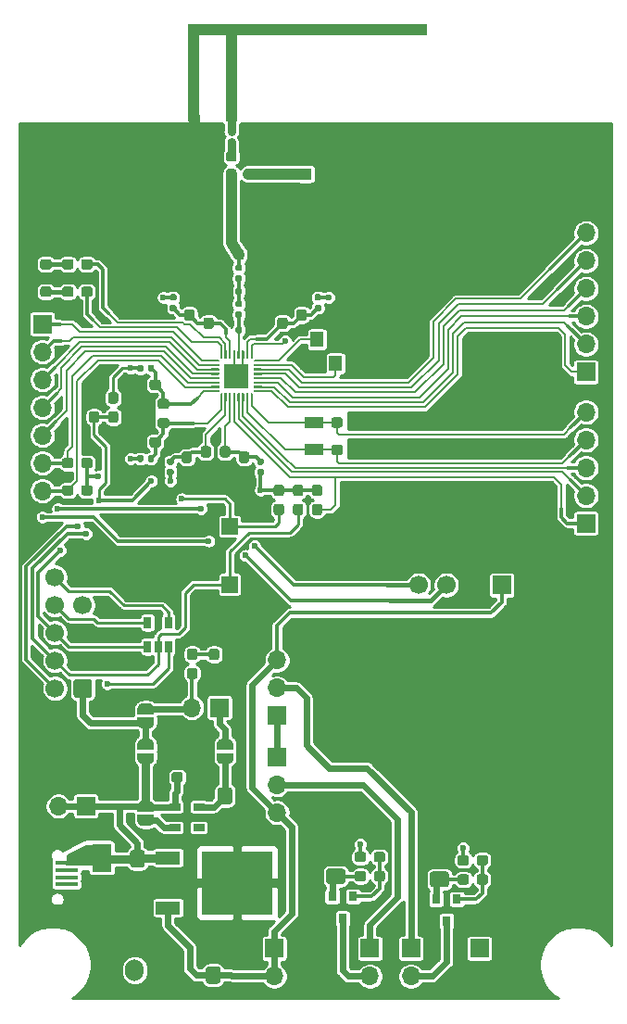
<source format=gbr>
%TF.GenerationSoftware,KiCad,Pcbnew,(5.1.6)-1*%
%TF.CreationDate,2020-11-01T11:06:05+05:30*%
%TF.ProjectId,PZYEMD011,505a5945-4d44-4303-9131-2e6b69636164,rev?*%
%TF.SameCoordinates,Original*%
%TF.FileFunction,Copper,L1,Top*%
%TF.FilePolarity,Positive*%
%FSLAX46Y46*%
G04 Gerber Fmt 4.6, Leading zero omitted, Abs format (unit mm)*
G04 Created by KiCad (PCBNEW (5.1.6)-1) date 2020-11-01 11:06:05*
%MOMM*%
%LPD*%
G01*
G04 APERTURE LIST*
%TA.AperFunction,ComponentPad*%
%ADD10R,1.700000X1.700000*%
%TD*%
%TA.AperFunction,ComponentPad*%
%ADD11O,1.700000X1.700000*%
%TD*%
%TA.AperFunction,SMDPad,CuDef*%
%ADD12C,0.100000*%
%TD*%
%TA.AperFunction,Conductor*%
%ADD13R,1.016000X1.016000*%
%TD*%
%TA.AperFunction,Conductor*%
%ADD14R,1.016000X8.890000*%
%TD*%
%TA.AperFunction,Conductor*%
%ADD15R,21.844000X0.990600*%
%TD*%
%TA.AperFunction,SMDPad,CuDef*%
%ADD16R,2.300000X2.300000*%
%TD*%
%TA.AperFunction,SMDPad,CuDef*%
%ADD17R,0.650000X1.060000*%
%TD*%
%TA.AperFunction,ComponentPad*%
%ADD18C,1.700000*%
%TD*%
%TA.AperFunction,SMDPad,CuDef*%
%ADD19R,2.250000X1.100000*%
%TD*%
%TA.AperFunction,SMDPad,CuDef*%
%ADD20R,1.100000X1.050000*%
%TD*%
%TA.AperFunction,SMDPad,CuDef*%
%ADD21R,1.500000X1.500000*%
%TD*%
%TA.AperFunction,SMDPad,CuDef*%
%ADD22R,1.060000X0.650000*%
%TD*%
%TA.AperFunction,SMDPad,CuDef*%
%ADD23R,1.800000X1.000000*%
%TD*%
%TA.AperFunction,SMDPad,CuDef*%
%ADD24R,1.200000X1.400000*%
%TD*%
%TA.AperFunction,ComponentPad*%
%ADD25O,1.700000X2.000000*%
%TD*%
%TA.AperFunction,SMDPad,CuDef*%
%ADD26R,2.200000X1.200000*%
%TD*%
%TA.AperFunction,SMDPad,CuDef*%
%ADD27R,6.400000X5.800000*%
%TD*%
%TA.AperFunction,SMDPad,CuDef*%
%ADD28R,0.800000X0.900000*%
%TD*%
%TA.AperFunction,SMDPad,CuDef*%
%ADD29R,1.800000X2.500000*%
%TD*%
%TA.AperFunction,SMDPad,CuDef*%
%ADD30R,1.900000X1.900000*%
%TD*%
%TA.AperFunction,SMDPad,CuDef*%
%ADD31R,2.100000X0.400000*%
%TD*%
%TA.AperFunction,ComponentPad*%
%ADD32O,2.150000X1.000000*%
%TD*%
%TA.AperFunction,SMDPad,CuDef*%
%ADD33R,1.000000X1.400000*%
%TD*%
%TA.AperFunction,ViaPad*%
%ADD34C,0.600000*%
%TD*%
%TA.AperFunction,Conductor*%
%ADD35C,0.800000*%
%TD*%
%TA.AperFunction,Conductor*%
%ADD36C,0.300000*%
%TD*%
%TA.AperFunction,Conductor*%
%ADD37C,0.250000*%
%TD*%
%TA.AperFunction,Conductor*%
%ADD38C,0.600000*%
%TD*%
%TA.AperFunction,Conductor*%
%ADD39C,0.200000*%
%TD*%
%TA.AperFunction,Conductor*%
%ADD40C,0.500000*%
%TD*%
%TA.AperFunction,Conductor*%
%ADD41C,0.400000*%
%TD*%
%TA.AperFunction,Conductor*%
%ADD42C,0.350000*%
%TD*%
%TA.AperFunction,Conductor*%
%ADD43C,1.050000*%
%TD*%
%TA.AperFunction,Conductor*%
%ADD44C,0.254000*%
%TD*%
G04 APERTURE END LIST*
D10*
%TO.P,J9,1*%
%TO.N,/PD_04*%
X132500000Y-130000000D03*
D11*
%TO.P,J9,2*%
%TO.N,GND*%
X132500000Y-132540000D03*
%TD*%
D10*
%TO.P,J11,1*%
%TO.N,GND*%
X117050000Y-130000000D03*
D11*
%TO.P,J11,2*%
X117050000Y-132540000D03*
%TD*%
%TA.AperFunction,SMDPad,CuDef*%
D12*
%TO.P,JP3,2*%
%TO.N,+5V*%
G36*
X102749398Y-112650000D02*
G01*
X102749398Y-112674534D01*
X102744588Y-112723365D01*
X102735016Y-112771490D01*
X102720772Y-112818445D01*
X102701995Y-112863778D01*
X102678864Y-112907051D01*
X102651604Y-112947850D01*
X102620476Y-112985779D01*
X102585779Y-113020476D01*
X102547850Y-113051604D01*
X102507051Y-113078864D01*
X102463778Y-113101995D01*
X102418445Y-113120772D01*
X102371490Y-113135016D01*
X102323365Y-113144588D01*
X102274534Y-113149398D01*
X102250000Y-113149398D01*
X102250000Y-113150000D01*
X101750000Y-113150000D01*
X101750000Y-113149398D01*
X101725466Y-113149398D01*
X101676635Y-113144588D01*
X101628510Y-113135016D01*
X101581555Y-113120772D01*
X101536222Y-113101995D01*
X101492949Y-113078864D01*
X101452150Y-113051604D01*
X101414221Y-113020476D01*
X101379524Y-112985779D01*
X101348396Y-112947850D01*
X101321136Y-112907051D01*
X101298005Y-112863778D01*
X101279228Y-112818445D01*
X101264984Y-112771490D01*
X101255412Y-112723365D01*
X101250602Y-112674534D01*
X101250602Y-112650000D01*
X101250000Y-112650000D01*
X101250000Y-112150000D01*
X102750000Y-112150000D01*
X102750000Y-112650000D01*
X102749398Y-112650000D01*
G37*
%TD.AperFunction*%
%TA.AperFunction,SMDPad,CuDef*%
%TO.P,JP3,1*%
%TO.N,Net-(J4-Pad1)*%
G36*
X101250000Y-111850000D02*
G01*
X101250000Y-111350000D01*
X101250602Y-111350000D01*
X101250602Y-111325466D01*
X101255412Y-111276635D01*
X101264984Y-111228510D01*
X101279228Y-111181555D01*
X101298005Y-111136222D01*
X101321136Y-111092949D01*
X101348396Y-111052150D01*
X101379524Y-111014221D01*
X101414221Y-110979524D01*
X101452150Y-110948396D01*
X101492949Y-110921136D01*
X101536222Y-110898005D01*
X101581555Y-110879228D01*
X101628510Y-110864984D01*
X101676635Y-110855412D01*
X101725466Y-110850602D01*
X101750000Y-110850602D01*
X101750000Y-110850000D01*
X102250000Y-110850000D01*
X102250000Y-110850602D01*
X102274534Y-110850602D01*
X102323365Y-110855412D01*
X102371490Y-110864984D01*
X102418445Y-110879228D01*
X102463778Y-110898005D01*
X102507051Y-110921136D01*
X102547850Y-110948396D01*
X102585779Y-110979524D01*
X102620476Y-111014221D01*
X102651604Y-111052150D01*
X102678864Y-111092949D01*
X102701995Y-111136222D01*
X102720772Y-111181555D01*
X102735016Y-111228510D01*
X102744588Y-111276635D01*
X102749398Y-111325466D01*
X102749398Y-111350000D01*
X102750000Y-111350000D01*
X102750000Y-111850000D01*
X101250000Y-111850000D01*
G37*
%TD.AperFunction*%
%TD*%
D11*
%TO.P,J14,2*%
%TO.N,GND*%
X93960000Y-114000000D03*
D10*
%TO.P,J14,1*%
X96500000Y-114000000D03*
%TD*%
%TO.P,R14,1*%
%TO.N,VCC*%
%TA.AperFunction,SMDPad,CuDef*%
G36*
G01*
X97150000Y-87912500D02*
X97150000Y-88387500D01*
G75*
G02*
X96912500Y-88625000I-237500J0D01*
G01*
X96337500Y-88625000D01*
G75*
G02*
X96100000Y-88387500I0J237500D01*
G01*
X96100000Y-87912500D01*
G75*
G02*
X96337500Y-87675000I237500J0D01*
G01*
X96912500Y-87675000D01*
G75*
G02*
X97150000Y-87912500I0J-237500D01*
G01*
G37*
%TD.AperFunction*%
%TO.P,R14,2*%
%TO.N,/PA6*%
%TA.AperFunction,SMDPad,CuDef*%
G36*
G01*
X95400000Y-87912500D02*
X95400000Y-88387500D01*
G75*
G02*
X95162500Y-88625000I-237500J0D01*
G01*
X94587500Y-88625000D01*
G75*
G02*
X94350000Y-88387500I0J237500D01*
G01*
X94350000Y-87912500D01*
G75*
G02*
X94587500Y-87675000I237500J0D01*
G01*
X95162500Y-87675000D01*
G75*
G02*
X95400000Y-87912500I0J-237500D01*
G01*
G37*
%TD.AperFunction*%
%TD*%
%TO.P,R15,2*%
%TO.N,/PA5*%
%TA.AperFunction,SMDPad,CuDef*%
G36*
G01*
X95400000Y-85412500D02*
X95400000Y-85887500D01*
G75*
G02*
X95162500Y-86125000I-237500J0D01*
G01*
X94587500Y-86125000D01*
G75*
G02*
X94350000Y-85887500I0J237500D01*
G01*
X94350000Y-85412500D01*
G75*
G02*
X94587500Y-85175000I237500J0D01*
G01*
X95162500Y-85175000D01*
G75*
G02*
X95400000Y-85412500I0J-237500D01*
G01*
G37*
%TD.AperFunction*%
%TO.P,R15,1*%
%TO.N,VCC*%
%TA.AperFunction,SMDPad,CuDef*%
G36*
G01*
X97150000Y-85412500D02*
X97150000Y-85887500D01*
G75*
G02*
X96912500Y-86125000I-237500J0D01*
G01*
X96337500Y-86125000D01*
G75*
G02*
X96100000Y-85887500I0J237500D01*
G01*
X96100000Y-85412500D01*
G75*
G02*
X96337500Y-85175000I237500J0D01*
G01*
X96912500Y-85175000D01*
G75*
G02*
X97150000Y-85412500I0J-237500D01*
G01*
G37*
%TD.AperFunction*%
%TD*%
D13*
%TO.N,Net-(AE1-Pad1)*%
%TO.C,AE1*%
X109850000Y-53949400D03*
%TO.N,GND*%
X106421000Y-53949400D03*
D14*
%TO.N,Net-(AE1-Pad1)*%
X109850000Y-50012400D03*
%TO.N,GND*%
X106421000Y-50012400D03*
D15*
%TO.N,*%
X116835000Y-46050000D03*
%TD*%
%TA.AperFunction,SMDPad,CuDef*%
D12*
%TO.P,U2,1*%
%TO.N,/PC_00*%
G36*
X111960956Y-79199039D02*
G01*
X111951577Y-79196194D01*
X111942932Y-79191573D01*
X111935356Y-79185355D01*
X111864645Y-79114644D01*
X111858427Y-79107068D01*
X111853806Y-79098423D01*
X111850961Y-79089044D01*
X111850000Y-79079289D01*
X111850000Y-79050000D01*
X111850961Y-79040245D01*
X111853806Y-79030866D01*
X111858427Y-79022221D01*
X111864645Y-79014645D01*
X111872221Y-79008427D01*
X111880866Y-79003806D01*
X111890245Y-79000961D01*
X111900000Y-79000000D01*
X112600000Y-79000000D01*
X112609755Y-79000961D01*
X112619134Y-79003806D01*
X112627779Y-79008427D01*
X112635355Y-79014645D01*
X112641573Y-79022221D01*
X112646194Y-79030866D01*
X112649039Y-79040245D01*
X112650000Y-79050000D01*
X112650000Y-79150000D01*
X112649039Y-79159755D01*
X112646194Y-79169134D01*
X112641573Y-79177779D01*
X112635355Y-79185355D01*
X112627779Y-79191573D01*
X112619134Y-79196194D01*
X112609755Y-79199039D01*
X112600000Y-79200000D01*
X111970711Y-79200000D01*
X111960956Y-79199039D01*
G37*
%TD.AperFunction*%
%TO.P,U2,2*%
%TO.N,/PC_01*%
%TA.AperFunction,SMDPad,CuDef*%
G36*
G01*
X112650000Y-78650000D02*
X112650000Y-78750000D01*
G75*
G02*
X112600000Y-78800000I-50000J0D01*
G01*
X111900000Y-78800000D01*
G75*
G02*
X111850000Y-78750000I0J50000D01*
G01*
X111850000Y-78650000D01*
G75*
G02*
X111900000Y-78600000I50000J0D01*
G01*
X112600000Y-78600000D01*
G75*
G02*
X112650000Y-78650000I0J-50000D01*
G01*
G37*
%TD.AperFunction*%
%TO.P,U2,3*%
%TO.N,/PC_02*%
%TA.AperFunction,SMDPad,CuDef*%
G36*
G01*
X112650000Y-78250000D02*
X112650000Y-78350000D01*
G75*
G02*
X112600000Y-78400000I-50000J0D01*
G01*
X111900000Y-78400000D01*
G75*
G02*
X111850000Y-78350000I0J50000D01*
G01*
X111850000Y-78250000D01*
G75*
G02*
X111900000Y-78200000I50000J0D01*
G01*
X112600000Y-78200000D01*
G75*
G02*
X112650000Y-78250000I0J-50000D01*
G01*
G37*
%TD.AperFunction*%
%TO.P,U2,4*%
%TO.N,/PC_03*%
%TA.AperFunction,SMDPad,CuDef*%
G36*
G01*
X112650000Y-77850000D02*
X112650000Y-77950000D01*
G75*
G02*
X112600000Y-78000000I-50000J0D01*
G01*
X111900000Y-78000000D01*
G75*
G02*
X111850000Y-77950000I0J50000D01*
G01*
X111850000Y-77850000D01*
G75*
G02*
X111900000Y-77800000I50000J0D01*
G01*
X112600000Y-77800000D01*
G75*
G02*
X112650000Y-77850000I0J-50000D01*
G01*
G37*
%TD.AperFunction*%
%TO.P,U2,5*%
%TO.N,/PC_04*%
%TA.AperFunction,SMDPad,CuDef*%
G36*
G01*
X112650000Y-77450000D02*
X112650000Y-77550000D01*
G75*
G02*
X112600000Y-77600000I-50000J0D01*
G01*
X111900000Y-77600000D01*
G75*
G02*
X111850000Y-77550000I0J50000D01*
G01*
X111850000Y-77450000D01*
G75*
G02*
X111900000Y-77400000I50000J0D01*
G01*
X112600000Y-77400000D01*
G75*
G02*
X112650000Y-77450000I0J-50000D01*
G01*
G37*
%TD.AperFunction*%
%TO.P,U2,6*%
%TO.N,/PC_05*%
%TA.AperFunction,SMDPad,CuDef*%
G36*
G01*
X112650000Y-77050000D02*
X112650000Y-77150000D01*
G75*
G02*
X112600000Y-77200000I-50000J0D01*
G01*
X111900000Y-77200000D01*
G75*
G02*
X111850000Y-77150000I0J50000D01*
G01*
X111850000Y-77050000D01*
G75*
G02*
X111900000Y-77000000I50000J0D01*
G01*
X112600000Y-77000000D01*
G75*
G02*
X112650000Y-77050000I0J-50000D01*
G01*
G37*
%TD.AperFunction*%
%TO.P,U2,7*%
%TO.N,Net-(U2-Pad7)*%
%TA.AperFunction,SMDPad,CuDef*%
G36*
G01*
X112650000Y-76650000D02*
X112650000Y-76750000D01*
G75*
G02*
X112600000Y-76800000I-50000J0D01*
G01*
X111900000Y-76800000D01*
G75*
G02*
X111850000Y-76750000I0J50000D01*
G01*
X111850000Y-76650000D01*
G75*
G02*
X111900000Y-76600000I50000J0D01*
G01*
X112600000Y-76600000D01*
G75*
G02*
X112650000Y-76650000I0J-50000D01*
G01*
G37*
%TD.AperFunction*%
%TA.AperFunction,SMDPad,CuDef*%
%TO.P,U2,8*%
%TO.N,Net-(U2-Pad8)*%
G36*
X111890245Y-76399039D02*
G01*
X111880866Y-76396194D01*
X111872221Y-76391573D01*
X111864645Y-76385355D01*
X111858427Y-76377779D01*
X111853806Y-76369134D01*
X111850961Y-76359755D01*
X111850000Y-76350000D01*
X111850000Y-76320711D01*
X111850961Y-76310956D01*
X111853806Y-76301577D01*
X111858427Y-76292932D01*
X111864645Y-76285356D01*
X111935356Y-76214645D01*
X111942932Y-76208427D01*
X111951577Y-76203806D01*
X111960956Y-76200961D01*
X111970711Y-76200000D01*
X112600000Y-76200000D01*
X112609755Y-76200961D01*
X112619134Y-76203806D01*
X112627779Y-76208427D01*
X112635355Y-76214645D01*
X112641573Y-76222221D01*
X112646194Y-76230866D01*
X112649039Y-76240245D01*
X112650000Y-76250000D01*
X112650000Y-76350000D01*
X112649039Y-76359755D01*
X112646194Y-76369134D01*
X112641573Y-76377779D01*
X112635355Y-76385355D01*
X112627779Y-76391573D01*
X112619134Y-76396194D01*
X112609755Y-76399039D01*
X112600000Y-76400000D01*
X111900000Y-76400000D01*
X111890245Y-76399039D01*
G37*
%TD.AperFunction*%
%TA.AperFunction,SMDPad,CuDef*%
%TO.P,U2,9*%
%TO.N,RST*%
G36*
X111640245Y-76149039D02*
G01*
X111630866Y-76146194D01*
X111622221Y-76141573D01*
X111614645Y-76135355D01*
X111608427Y-76127779D01*
X111603806Y-76119134D01*
X111600961Y-76109755D01*
X111600000Y-76100000D01*
X111600000Y-75400000D01*
X111600961Y-75390245D01*
X111603806Y-75380866D01*
X111608427Y-75372221D01*
X111614645Y-75364645D01*
X111622221Y-75358427D01*
X111630866Y-75353806D01*
X111640245Y-75350961D01*
X111650000Y-75350000D01*
X111750000Y-75350000D01*
X111759755Y-75350961D01*
X111769134Y-75353806D01*
X111777779Y-75358427D01*
X111785355Y-75364645D01*
X111791573Y-75372221D01*
X111796194Y-75380866D01*
X111799039Y-75390245D01*
X111800000Y-75400000D01*
X111800000Y-76029289D01*
X111799039Y-76039044D01*
X111796194Y-76048423D01*
X111791573Y-76057068D01*
X111785355Y-76064644D01*
X111714644Y-76135355D01*
X111707068Y-76141573D01*
X111698423Y-76146194D01*
X111689044Y-76149039D01*
X111679289Y-76150000D01*
X111650000Y-76150000D01*
X111640245Y-76149039D01*
G37*
%TD.AperFunction*%
%TO.P,U2,10*%
%TO.N,Net-(C15-Pad1)*%
%TA.AperFunction,SMDPad,CuDef*%
G36*
G01*
X111400000Y-75400000D02*
X111400000Y-76100000D01*
G75*
G02*
X111350000Y-76150000I-50000J0D01*
G01*
X111250000Y-76150000D01*
G75*
G02*
X111200000Y-76100000I0J50000D01*
G01*
X111200000Y-75400000D01*
G75*
G02*
X111250000Y-75350000I50000J0D01*
G01*
X111350000Y-75350000D01*
G75*
G02*
X111400000Y-75400000I0J-50000D01*
G01*
G37*
%TD.AperFunction*%
%TO.P,U2,11*%
%TO.N,GND*%
%TA.AperFunction,SMDPad,CuDef*%
G36*
G01*
X111000000Y-75400000D02*
X111000000Y-76100000D01*
G75*
G02*
X110950000Y-76150000I-50000J0D01*
G01*
X110850000Y-76150000D01*
G75*
G02*
X110800000Y-76100000I0J50000D01*
G01*
X110800000Y-75400000D01*
G75*
G02*
X110850000Y-75350000I50000J0D01*
G01*
X110950000Y-75350000D01*
G75*
G02*
X111000000Y-75400000I0J-50000D01*
G01*
G37*
%TD.AperFunction*%
%TO.P,U2,12*%
%TO.N,Net-(C19-Pad1)*%
%TA.AperFunction,SMDPad,CuDef*%
G36*
G01*
X110600000Y-75400000D02*
X110600000Y-76100000D01*
G75*
G02*
X110550000Y-76150000I-50000J0D01*
G01*
X110450000Y-76150000D01*
G75*
G02*
X110400000Y-76100000I0J50000D01*
G01*
X110400000Y-75400000D01*
G75*
G02*
X110450000Y-75350000I50000J0D01*
G01*
X110550000Y-75350000D01*
G75*
G02*
X110600000Y-75400000I0J-50000D01*
G01*
G37*
%TD.AperFunction*%
%TO.P,U2,13*%
%TO.N,GND*%
%TA.AperFunction,SMDPad,CuDef*%
G36*
G01*
X110200000Y-75400000D02*
X110200000Y-76100000D01*
G75*
G02*
X110150000Y-76150000I-50000J0D01*
G01*
X110050000Y-76150000D01*
G75*
G02*
X110000000Y-76100000I0J50000D01*
G01*
X110000000Y-75400000D01*
G75*
G02*
X110050000Y-75350000I50000J0D01*
G01*
X110150000Y-75350000D01*
G75*
G02*
X110200000Y-75400000I0J-50000D01*
G01*
G37*
%TD.AperFunction*%
%TO.P,U2,14*%
%TO.N,Net-(C17-Pad1)*%
%TA.AperFunction,SMDPad,CuDef*%
G36*
G01*
X109800000Y-75400000D02*
X109800000Y-76100000D01*
G75*
G02*
X109750000Y-76150000I-50000J0D01*
G01*
X109650000Y-76150000D01*
G75*
G02*
X109600000Y-76100000I0J50000D01*
G01*
X109600000Y-75400000D01*
G75*
G02*
X109650000Y-75350000I50000J0D01*
G01*
X109750000Y-75350000D01*
G75*
G02*
X109800000Y-75400000I0J-50000D01*
G01*
G37*
%TD.AperFunction*%
%TO.P,U2,15*%
%TO.N,Net-(R7-Pad1)*%
%TA.AperFunction,SMDPad,CuDef*%
G36*
G01*
X109400000Y-75400000D02*
X109400000Y-76100000D01*
G75*
G02*
X109350000Y-76150000I-50000J0D01*
G01*
X109250000Y-76150000D01*
G75*
G02*
X109200000Y-76100000I0J50000D01*
G01*
X109200000Y-75400000D01*
G75*
G02*
X109250000Y-75350000I50000J0D01*
G01*
X109350000Y-75350000D01*
G75*
G02*
X109400000Y-75400000I0J-50000D01*
G01*
G37*
%TD.AperFunction*%
%TA.AperFunction,SMDPad,CuDef*%
%TO.P,U2,16*%
%TO.N,Net-(R5-Pad1)*%
G36*
X108910956Y-76149039D02*
G01*
X108901577Y-76146194D01*
X108892932Y-76141573D01*
X108885356Y-76135355D01*
X108814645Y-76064644D01*
X108808427Y-76057068D01*
X108803806Y-76048423D01*
X108800961Y-76039044D01*
X108800000Y-76029289D01*
X108800000Y-75400000D01*
X108800961Y-75390245D01*
X108803806Y-75380866D01*
X108808427Y-75372221D01*
X108814645Y-75364645D01*
X108822221Y-75358427D01*
X108830866Y-75353806D01*
X108840245Y-75350961D01*
X108850000Y-75350000D01*
X108950000Y-75350000D01*
X108959755Y-75350961D01*
X108969134Y-75353806D01*
X108977779Y-75358427D01*
X108985355Y-75364645D01*
X108991573Y-75372221D01*
X108996194Y-75380866D01*
X108999039Y-75390245D01*
X109000000Y-75400000D01*
X109000000Y-76100000D01*
X108999039Y-76109755D01*
X108996194Y-76119134D01*
X108991573Y-76127779D01*
X108985355Y-76135355D01*
X108977779Y-76141573D01*
X108969134Y-76146194D01*
X108959755Y-76149039D01*
X108950000Y-76150000D01*
X108920711Y-76150000D01*
X108910956Y-76149039D01*
G37*
%TD.AperFunction*%
%TA.AperFunction,SMDPad,CuDef*%
%TO.P,U2,17*%
%TO.N,/PA0*%
G36*
X107990245Y-76399039D02*
G01*
X107980866Y-76396194D01*
X107972221Y-76391573D01*
X107964645Y-76385355D01*
X107958427Y-76377779D01*
X107953806Y-76369134D01*
X107950961Y-76359755D01*
X107950000Y-76350000D01*
X107950000Y-76250000D01*
X107950961Y-76240245D01*
X107953806Y-76230866D01*
X107958427Y-76222221D01*
X107964645Y-76214645D01*
X107972221Y-76208427D01*
X107980866Y-76203806D01*
X107990245Y-76200961D01*
X108000000Y-76200000D01*
X108629289Y-76200000D01*
X108639044Y-76200961D01*
X108648423Y-76203806D01*
X108657068Y-76208427D01*
X108664644Y-76214645D01*
X108735355Y-76285356D01*
X108741573Y-76292932D01*
X108746194Y-76301577D01*
X108749039Y-76310956D01*
X108750000Y-76320711D01*
X108750000Y-76350000D01*
X108749039Y-76359755D01*
X108746194Y-76369134D01*
X108741573Y-76377779D01*
X108735355Y-76385355D01*
X108727779Y-76391573D01*
X108719134Y-76396194D01*
X108709755Y-76399039D01*
X108700000Y-76400000D01*
X108000000Y-76400000D01*
X107990245Y-76399039D01*
G37*
%TD.AperFunction*%
%TO.P,U2,18*%
%TO.N,/PA1*%
%TA.AperFunction,SMDPad,CuDef*%
G36*
G01*
X108750000Y-76650000D02*
X108750000Y-76750000D01*
G75*
G02*
X108700000Y-76800000I-50000J0D01*
G01*
X108000000Y-76800000D01*
G75*
G02*
X107950000Y-76750000I0J50000D01*
G01*
X107950000Y-76650000D01*
G75*
G02*
X108000000Y-76600000I50000J0D01*
G01*
X108700000Y-76600000D01*
G75*
G02*
X108750000Y-76650000I0J-50000D01*
G01*
G37*
%TD.AperFunction*%
%TO.P,U2,19*%
%TO.N,/PA2*%
%TA.AperFunction,SMDPad,CuDef*%
G36*
G01*
X108750000Y-77050000D02*
X108750000Y-77150000D01*
G75*
G02*
X108700000Y-77200000I-50000J0D01*
G01*
X108000000Y-77200000D01*
G75*
G02*
X107950000Y-77150000I0J50000D01*
G01*
X107950000Y-77050000D01*
G75*
G02*
X108000000Y-77000000I50000J0D01*
G01*
X108700000Y-77000000D01*
G75*
G02*
X108750000Y-77050000I0J-50000D01*
G01*
G37*
%TD.AperFunction*%
%TO.P,U2,20*%
%TO.N,/PA3*%
%TA.AperFunction,SMDPad,CuDef*%
G36*
G01*
X108750000Y-77450000D02*
X108750000Y-77550000D01*
G75*
G02*
X108700000Y-77600000I-50000J0D01*
G01*
X108000000Y-77600000D01*
G75*
G02*
X107950000Y-77550000I0J50000D01*
G01*
X107950000Y-77450000D01*
G75*
G02*
X108000000Y-77400000I50000J0D01*
G01*
X108700000Y-77400000D01*
G75*
G02*
X108750000Y-77450000I0J-50000D01*
G01*
G37*
%TD.AperFunction*%
%TO.P,U2,21*%
%TO.N,/PA4*%
%TA.AperFunction,SMDPad,CuDef*%
G36*
G01*
X108750000Y-77850000D02*
X108750000Y-77950000D01*
G75*
G02*
X108700000Y-78000000I-50000J0D01*
G01*
X108000000Y-78000000D01*
G75*
G02*
X107950000Y-77950000I0J50000D01*
G01*
X107950000Y-77850000D01*
G75*
G02*
X108000000Y-77800000I50000J0D01*
G01*
X108700000Y-77800000D01*
G75*
G02*
X108750000Y-77850000I0J-50000D01*
G01*
G37*
%TD.AperFunction*%
%TO.P,U2,22*%
%TO.N,/PA5*%
%TA.AperFunction,SMDPad,CuDef*%
G36*
G01*
X108750000Y-78250000D02*
X108750000Y-78350000D01*
G75*
G02*
X108700000Y-78400000I-50000J0D01*
G01*
X108000000Y-78400000D01*
G75*
G02*
X107950000Y-78350000I0J50000D01*
G01*
X107950000Y-78250000D01*
G75*
G02*
X108000000Y-78200000I50000J0D01*
G01*
X108700000Y-78200000D01*
G75*
G02*
X108750000Y-78250000I0J-50000D01*
G01*
G37*
%TD.AperFunction*%
%TO.P,U2,23*%
%TO.N,/PA6*%
%TA.AperFunction,SMDPad,CuDef*%
G36*
G01*
X108750000Y-78650000D02*
X108750000Y-78750000D01*
G75*
G02*
X108700000Y-78800000I-50000J0D01*
G01*
X108000000Y-78800000D01*
G75*
G02*
X107950000Y-78750000I0J50000D01*
G01*
X107950000Y-78650000D01*
G75*
G02*
X108000000Y-78600000I50000J0D01*
G01*
X108700000Y-78600000D01*
G75*
G02*
X108750000Y-78650000I0J-50000D01*
G01*
G37*
%TD.AperFunction*%
%TA.AperFunction,SMDPad,CuDef*%
%TO.P,U2,24*%
%TO.N,Net-(C12-Pad1)*%
G36*
X107990245Y-79199039D02*
G01*
X107980866Y-79196194D01*
X107972221Y-79191573D01*
X107964645Y-79185355D01*
X107958427Y-79177779D01*
X107953806Y-79169134D01*
X107950961Y-79159755D01*
X107950000Y-79150000D01*
X107950000Y-79050000D01*
X107950961Y-79040245D01*
X107953806Y-79030866D01*
X107958427Y-79022221D01*
X107964645Y-79014645D01*
X107972221Y-79008427D01*
X107980866Y-79003806D01*
X107990245Y-79000961D01*
X108000000Y-79000000D01*
X108700000Y-79000000D01*
X108709755Y-79000961D01*
X108719134Y-79003806D01*
X108727779Y-79008427D01*
X108735355Y-79014645D01*
X108741573Y-79022221D01*
X108746194Y-79030866D01*
X108749039Y-79040245D01*
X108750000Y-79050000D01*
X108750000Y-79079289D01*
X108749039Y-79089044D01*
X108746194Y-79098423D01*
X108741573Y-79107068D01*
X108735355Y-79114644D01*
X108664644Y-79185355D01*
X108657068Y-79191573D01*
X108648423Y-79196194D01*
X108639044Y-79199039D01*
X108629289Y-79200000D01*
X108000000Y-79200000D01*
X107990245Y-79199039D01*
G37*
%TD.AperFunction*%
%TA.AperFunction,SMDPad,CuDef*%
%TO.P,U2,25*%
%TO.N,/DVDD*%
G36*
X108840245Y-80049039D02*
G01*
X108830866Y-80046194D01*
X108822221Y-80041573D01*
X108814645Y-80035355D01*
X108808427Y-80027779D01*
X108803806Y-80019134D01*
X108800961Y-80009755D01*
X108800000Y-80000000D01*
X108800000Y-79370711D01*
X108800961Y-79360956D01*
X108803806Y-79351577D01*
X108808427Y-79342932D01*
X108814645Y-79335356D01*
X108885356Y-79264645D01*
X108892932Y-79258427D01*
X108901577Y-79253806D01*
X108910956Y-79250961D01*
X108920711Y-79250000D01*
X108950000Y-79250000D01*
X108959755Y-79250961D01*
X108969134Y-79253806D01*
X108977779Y-79258427D01*
X108985355Y-79264645D01*
X108991573Y-79272221D01*
X108996194Y-79280866D01*
X108999039Y-79290245D01*
X109000000Y-79300000D01*
X109000000Y-80000000D01*
X108999039Y-80009755D01*
X108996194Y-80019134D01*
X108991573Y-80027779D01*
X108985355Y-80035355D01*
X108977779Y-80041573D01*
X108969134Y-80046194D01*
X108959755Y-80049039D01*
X108950000Y-80050000D01*
X108850000Y-80050000D01*
X108840245Y-80049039D01*
G37*
%TD.AperFunction*%
%TO.P,U2,26*%
%TO.N,Net-(C6-Pad1)*%
%TA.AperFunction,SMDPad,CuDef*%
G36*
G01*
X109400000Y-79300000D02*
X109400000Y-80000000D01*
G75*
G02*
X109350000Y-80050000I-50000J0D01*
G01*
X109250000Y-80050000D01*
G75*
G02*
X109200000Y-80000000I0J50000D01*
G01*
X109200000Y-79300000D01*
G75*
G02*
X109250000Y-79250000I50000J0D01*
G01*
X109350000Y-79250000D01*
G75*
G02*
X109400000Y-79300000I0J-50000D01*
G01*
G37*
%TD.AperFunction*%
%TO.P,U2,27*%
%TO.N,Net-(C4-Pad1)*%
%TA.AperFunction,SMDPad,CuDef*%
G36*
G01*
X109800000Y-79300000D02*
X109800000Y-80000000D01*
G75*
G02*
X109750000Y-80050000I-50000J0D01*
G01*
X109650000Y-80050000D01*
G75*
G02*
X109600000Y-80000000I0J50000D01*
G01*
X109600000Y-79300000D01*
G75*
G02*
X109650000Y-79250000I50000J0D01*
G01*
X109750000Y-79250000D01*
G75*
G02*
X109800000Y-79300000I0J-50000D01*
G01*
G37*
%TD.AperFunction*%
%TO.P,U2,28*%
%TO.N,/PD_04*%
%TA.AperFunction,SMDPad,CuDef*%
G36*
G01*
X110200000Y-79300000D02*
X110200000Y-80000000D01*
G75*
G02*
X110150000Y-80050000I-50000J0D01*
G01*
X110050000Y-80050000D01*
G75*
G02*
X110000000Y-80000000I0J50000D01*
G01*
X110000000Y-79300000D01*
G75*
G02*
X110050000Y-79250000I50000J0D01*
G01*
X110150000Y-79250000D01*
G75*
G02*
X110200000Y-79300000I0J-50000D01*
G01*
G37*
%TD.AperFunction*%
%TO.P,U2,29*%
%TO.N,/PD_03*%
%TA.AperFunction,SMDPad,CuDef*%
G36*
G01*
X110600000Y-79300000D02*
X110600000Y-80000000D01*
G75*
G02*
X110550000Y-80050000I-50000J0D01*
G01*
X110450000Y-80050000D01*
G75*
G02*
X110400000Y-80000000I0J50000D01*
G01*
X110400000Y-79300000D01*
G75*
G02*
X110450000Y-79250000I50000J0D01*
G01*
X110550000Y-79250000D01*
G75*
G02*
X110600000Y-79300000I0J-50000D01*
G01*
G37*
%TD.AperFunction*%
%TO.P,U2,30*%
%TO.N,/PD_02*%
%TA.AperFunction,SMDPad,CuDef*%
G36*
G01*
X111000000Y-79300000D02*
X111000000Y-80000000D01*
G75*
G02*
X110950000Y-80050000I-50000J0D01*
G01*
X110850000Y-80050000D01*
G75*
G02*
X110800000Y-80000000I0J50000D01*
G01*
X110800000Y-79300000D01*
G75*
G02*
X110850000Y-79250000I50000J0D01*
G01*
X110950000Y-79250000D01*
G75*
G02*
X111000000Y-79300000I0J-50000D01*
G01*
G37*
%TD.AperFunction*%
%TO.P,U2,31*%
%TO.N,/PD_01*%
%TA.AperFunction,SMDPad,CuDef*%
G36*
G01*
X111400000Y-79300000D02*
X111400000Y-80000000D01*
G75*
G02*
X111350000Y-80050000I-50000J0D01*
G01*
X111250000Y-80050000D01*
G75*
G02*
X111200000Y-80000000I0J50000D01*
G01*
X111200000Y-79300000D01*
G75*
G02*
X111250000Y-79250000I50000J0D01*
G01*
X111350000Y-79250000D01*
G75*
G02*
X111400000Y-79300000I0J-50000D01*
G01*
G37*
%TD.AperFunction*%
%TA.AperFunction,SMDPad,CuDef*%
%TO.P,U2,32*%
%TO.N,/PD_00*%
G36*
X111640245Y-80049039D02*
G01*
X111630866Y-80046194D01*
X111622221Y-80041573D01*
X111614645Y-80035355D01*
X111608427Y-80027779D01*
X111603806Y-80019134D01*
X111600961Y-80009755D01*
X111600000Y-80000000D01*
X111600000Y-79300000D01*
X111600961Y-79290245D01*
X111603806Y-79280866D01*
X111608427Y-79272221D01*
X111614645Y-79264645D01*
X111622221Y-79258427D01*
X111630866Y-79253806D01*
X111640245Y-79250961D01*
X111650000Y-79250000D01*
X111679289Y-79250000D01*
X111689044Y-79250961D01*
X111698423Y-79253806D01*
X111707068Y-79258427D01*
X111714644Y-79264645D01*
X111785355Y-79335356D01*
X111791573Y-79342932D01*
X111796194Y-79351577D01*
X111799039Y-79360956D01*
X111800000Y-79370711D01*
X111800000Y-80000000D01*
X111799039Y-80009755D01*
X111796194Y-80019134D01*
X111791573Y-80027779D01*
X111785355Y-80035355D01*
X111777779Y-80041573D01*
X111769134Y-80046194D01*
X111759755Y-80049039D01*
X111750000Y-80050000D01*
X111650000Y-80050000D01*
X111640245Y-80049039D01*
G37*
%TD.AperFunction*%
D16*
%TO.P,U2,33*%
%TO.N,GND*%
X110300000Y-77700000D03*
%TD*%
D17*
%TO.P,D1,1*%
%TO.N,RST*%
X104075000Y-100225000D03*
%TO.P,D1,2*%
%TO.N,GND*%
X103125000Y-100225000D03*
%TO.P,D1,3*%
%TO.N,/PA4*%
X102175000Y-100225000D03*
%TO.P,D1,4*%
%TO.N,/PA3*%
X102175000Y-102425000D03*
%TO.P,D1,6*%
%TO.N,/PA2*%
X104075000Y-102425000D03*
%TO.P,D1,5*%
%TO.N,/PA1*%
X103125000Y-102425000D03*
%TD*%
D18*
%TO.P,J10,4*%
%TO.N,/PA5*%
X126940000Y-96800000D03*
%TO.P,J10,3*%
%TO.N,/PA6*%
X129480000Y-96800000D03*
%TO.P,J10,2*%
%TO.N,GND*%
X132020000Y-96800000D03*
D10*
%TO.P,J10,1*%
%TO.N,+3V3*%
X134560000Y-96800000D03*
%TD*%
%TO.P,J1,1*%
%TO.N,/PD_04*%
X142250000Y-91160000D03*
D11*
%TO.P,J1,2*%
%TO.N,/PD_03*%
X142250000Y-88620000D03*
%TO.P,J1,3*%
%TO.N,/PD_02*%
X142250000Y-86080000D03*
%TO.P,J1,4*%
%TO.N,/PD_01*%
X142250000Y-83540000D03*
%TO.P,J1,5*%
%TO.N,/PD_00*%
X142250000Y-81000000D03*
%TD*%
D19*
%TO.P,J6,2*%
%TO.N,GND*%
X118150000Y-57775000D03*
X118150000Y-60725000D03*
D20*
%TO.P,J6,1*%
%TO.N,Net-(J6-Pad1)*%
X116600000Y-59250000D03*
%TD*%
%TO.P,R4,2*%
%TO.N,RST*%
%TA.AperFunction,SMDPad,CuDef*%
G36*
G01*
X98787500Y-80925000D02*
X99262500Y-80925000D01*
G75*
G02*
X99500000Y-81162500I0J-237500D01*
G01*
X99500000Y-81737500D01*
G75*
G02*
X99262500Y-81975000I-237500J0D01*
G01*
X98787500Y-81975000D01*
G75*
G02*
X98550000Y-81737500I0J237500D01*
G01*
X98550000Y-81162500D01*
G75*
G02*
X98787500Y-80925000I237500J0D01*
G01*
G37*
%TD.AperFunction*%
%TO.P,R4,1*%
%TO.N,VCC*%
%TA.AperFunction,SMDPad,CuDef*%
G36*
G01*
X98787500Y-79175000D02*
X99262500Y-79175000D01*
G75*
G02*
X99500000Y-79412500I0J-237500D01*
G01*
X99500000Y-79987500D01*
G75*
G02*
X99262500Y-80225000I-237500J0D01*
G01*
X98787500Y-80225000D01*
G75*
G02*
X98550000Y-79987500I0J237500D01*
G01*
X98550000Y-79412500D01*
G75*
G02*
X98787500Y-79175000I237500J0D01*
G01*
G37*
%TD.AperFunction*%
%TD*%
%TO.P,C14,1*%
%TO.N,RST*%
%TA.AperFunction,SMDPad,CuDef*%
G36*
G01*
X97512500Y-81975000D02*
X97037500Y-81975000D01*
G75*
G02*
X96800000Y-81737500I0J237500D01*
G01*
X96800000Y-81162500D01*
G75*
G02*
X97037500Y-80925000I237500J0D01*
G01*
X97512500Y-80925000D01*
G75*
G02*
X97750000Y-81162500I0J-237500D01*
G01*
X97750000Y-81737500D01*
G75*
G02*
X97512500Y-81975000I-237500J0D01*
G01*
G37*
%TD.AperFunction*%
%TO.P,C14,2*%
%TO.N,GND*%
%TA.AperFunction,SMDPad,CuDef*%
G36*
G01*
X97512500Y-80225000D02*
X97037500Y-80225000D01*
G75*
G02*
X96800000Y-79987500I0J237500D01*
G01*
X96800000Y-79412500D01*
G75*
G02*
X97037500Y-79175000I237500J0D01*
G01*
X97512500Y-79175000D01*
G75*
G02*
X97750000Y-79412500I0J-237500D01*
G01*
X97750000Y-79987500D01*
G75*
G02*
X97512500Y-80225000I-237500J0D01*
G01*
G37*
%TD.AperFunction*%
%TD*%
%TO.P,C1,2*%
%TO.N,GND*%
%TA.AperFunction,SMDPad,CuDef*%
G36*
G01*
X120725000Y-84687500D02*
X120725000Y-84212500D01*
G75*
G02*
X120962500Y-83975000I237500J0D01*
G01*
X121537500Y-83975000D01*
G75*
G02*
X121775000Y-84212500I0J-237500D01*
G01*
X121775000Y-84687500D01*
G75*
G02*
X121537500Y-84925000I-237500J0D01*
G01*
X120962500Y-84925000D01*
G75*
G02*
X120725000Y-84687500I0J237500D01*
G01*
G37*
%TD.AperFunction*%
%TO.P,C1,1*%
%TO.N,/PD_01*%
%TA.AperFunction,SMDPad,CuDef*%
G36*
G01*
X118975000Y-84687500D02*
X118975000Y-84212500D01*
G75*
G02*
X119212500Y-83975000I237500J0D01*
G01*
X119787500Y-83975000D01*
G75*
G02*
X120025000Y-84212500I0J-237500D01*
G01*
X120025000Y-84687500D01*
G75*
G02*
X119787500Y-84925000I-237500J0D01*
G01*
X119212500Y-84925000D01*
G75*
G02*
X118975000Y-84687500I0J237500D01*
G01*
G37*
%TD.AperFunction*%
%TD*%
%TO.P,C2,1*%
%TO.N,/PD_00*%
%TA.AperFunction,SMDPad,CuDef*%
G36*
G01*
X118975000Y-82187500D02*
X118975000Y-81712500D01*
G75*
G02*
X119212500Y-81475000I237500J0D01*
G01*
X119787500Y-81475000D01*
G75*
G02*
X120025000Y-81712500I0J-237500D01*
G01*
X120025000Y-82187500D01*
G75*
G02*
X119787500Y-82425000I-237500J0D01*
G01*
X119212500Y-82425000D01*
G75*
G02*
X118975000Y-82187500I0J237500D01*
G01*
G37*
%TD.AperFunction*%
%TO.P,C2,2*%
%TO.N,GND*%
%TA.AperFunction,SMDPad,CuDef*%
G36*
G01*
X120725000Y-82187500D02*
X120725000Y-81712500D01*
G75*
G02*
X120962500Y-81475000I237500J0D01*
G01*
X121537500Y-81475000D01*
G75*
G02*
X121775000Y-81712500I0J-237500D01*
G01*
X121775000Y-82187500D01*
G75*
G02*
X121537500Y-82425000I-237500J0D01*
G01*
X120962500Y-82425000D01*
G75*
G02*
X120725000Y-82187500I0J237500D01*
G01*
G37*
%TD.AperFunction*%
%TD*%
%TO.P,C5,2*%
%TO.N,GND*%
%TA.AperFunction,SMDPad,CuDef*%
G36*
G01*
X109012500Y-85850000D02*
X109487500Y-85850000D01*
G75*
G02*
X109725000Y-86087500I0J-237500D01*
G01*
X109725000Y-86662500D01*
G75*
G02*
X109487500Y-86900000I-237500J0D01*
G01*
X109012500Y-86900000D01*
G75*
G02*
X108775000Y-86662500I0J237500D01*
G01*
X108775000Y-86087500D01*
G75*
G02*
X109012500Y-85850000I237500J0D01*
G01*
G37*
%TD.AperFunction*%
%TO.P,C5,1*%
%TO.N,Net-(C4-Pad1)*%
%TA.AperFunction,SMDPad,CuDef*%
G36*
G01*
X109012500Y-84100000D02*
X109487500Y-84100000D01*
G75*
G02*
X109725000Y-84337500I0J-237500D01*
G01*
X109725000Y-84912500D01*
G75*
G02*
X109487500Y-85150000I-237500J0D01*
G01*
X109012500Y-85150000D01*
G75*
G02*
X108775000Y-84912500I0J237500D01*
G01*
X108775000Y-84337500D01*
G75*
G02*
X109012500Y-84100000I237500J0D01*
G01*
G37*
%TD.AperFunction*%
%TD*%
%TO.P,C7,2*%
%TO.N,GND*%
%TA.AperFunction,SMDPad,CuDef*%
G36*
G01*
X107262500Y-85850000D02*
X107737500Y-85850000D01*
G75*
G02*
X107975000Y-86087500I0J-237500D01*
G01*
X107975000Y-86662500D01*
G75*
G02*
X107737500Y-86900000I-237500J0D01*
G01*
X107262500Y-86900000D01*
G75*
G02*
X107025000Y-86662500I0J237500D01*
G01*
X107025000Y-86087500D01*
G75*
G02*
X107262500Y-85850000I237500J0D01*
G01*
G37*
%TD.AperFunction*%
%TO.P,C7,1*%
%TO.N,Net-(C6-Pad1)*%
%TA.AperFunction,SMDPad,CuDef*%
G36*
G01*
X107262500Y-84100000D02*
X107737500Y-84100000D01*
G75*
G02*
X107975000Y-84337500I0J-237500D01*
G01*
X107975000Y-84912500D01*
G75*
G02*
X107737500Y-85150000I-237500J0D01*
G01*
X107262500Y-85150000D01*
G75*
G02*
X107025000Y-84912500I0J237500D01*
G01*
X107025000Y-84337500D01*
G75*
G02*
X107262500Y-84100000I237500J0D01*
G01*
G37*
%TD.AperFunction*%
%TD*%
%TO.P,C11,2*%
%TO.N,GND*%
%TA.AperFunction,SMDPad,CuDef*%
G36*
G01*
X101650000Y-83512500D02*
X101650000Y-83987500D01*
G75*
G02*
X101412500Y-84225000I-237500J0D01*
G01*
X100837500Y-84225000D01*
G75*
G02*
X100600000Y-83987500I0J237500D01*
G01*
X100600000Y-83512500D01*
G75*
G02*
X100837500Y-83275000I237500J0D01*
G01*
X101412500Y-83275000D01*
G75*
G02*
X101650000Y-83512500I0J-237500D01*
G01*
G37*
%TD.AperFunction*%
%TO.P,C11,1*%
%TO.N,/DVDD*%
%TA.AperFunction,SMDPad,CuDef*%
G36*
G01*
X103400000Y-83512500D02*
X103400000Y-83987500D01*
G75*
G02*
X103162500Y-84225000I-237500J0D01*
G01*
X102587500Y-84225000D01*
G75*
G02*
X102350000Y-83987500I0J237500D01*
G01*
X102350000Y-83512500D01*
G75*
G02*
X102587500Y-83275000I237500J0D01*
G01*
X103162500Y-83275000D01*
G75*
G02*
X103400000Y-83512500I0J-237500D01*
G01*
G37*
%TD.AperFunction*%
%TD*%
%TO.P,C12,1*%
%TO.N,Net-(C12-Pad1)*%
%TA.AperFunction,SMDPad,CuDef*%
G36*
G01*
X104150000Y-80012500D02*
X104150000Y-80487500D01*
G75*
G02*
X103912500Y-80725000I-237500J0D01*
G01*
X103337500Y-80725000D01*
G75*
G02*
X103100000Y-80487500I0J237500D01*
G01*
X103100000Y-80012500D01*
G75*
G02*
X103337500Y-79775000I237500J0D01*
G01*
X103912500Y-79775000D01*
G75*
G02*
X104150000Y-80012500I0J-237500D01*
G01*
G37*
%TD.AperFunction*%
%TO.P,C12,2*%
%TO.N,GND*%
%TA.AperFunction,SMDPad,CuDef*%
G36*
G01*
X102400000Y-80012500D02*
X102400000Y-80487500D01*
G75*
G02*
X102162500Y-80725000I-237500J0D01*
G01*
X101587500Y-80725000D01*
G75*
G02*
X101350000Y-80487500I0J237500D01*
G01*
X101350000Y-80012500D01*
G75*
G02*
X101587500Y-79775000I237500J0D01*
G01*
X102162500Y-79775000D01*
G75*
G02*
X102400000Y-80012500I0J-237500D01*
G01*
G37*
%TD.AperFunction*%
%TD*%
%TO.P,C13,1*%
%TO.N,Net-(C13-Pad1)*%
%TA.AperFunction,SMDPad,CuDef*%
G36*
G01*
X108824999Y-115275000D02*
X109675001Y-115275000D01*
G75*
G02*
X109925000Y-115524999I0J-249999D01*
G01*
X109925000Y-116600001D01*
G75*
G02*
X109675001Y-116850000I-249999J0D01*
G01*
X108824999Y-116850000D01*
G75*
G02*
X108575000Y-116600001I0J249999D01*
G01*
X108575000Y-115524999D01*
G75*
G02*
X108824999Y-115275000I249999J0D01*
G01*
G37*
%TD.AperFunction*%
%TO.P,C13,2*%
%TO.N,GND*%
%TA.AperFunction,SMDPad,CuDef*%
G36*
G01*
X108824999Y-118150000D02*
X109675001Y-118150000D01*
G75*
G02*
X109925000Y-118399999I0J-249999D01*
G01*
X109925000Y-119475001D01*
G75*
G02*
X109675001Y-119725000I-249999J0D01*
G01*
X108824999Y-119725000D01*
G75*
G02*
X108575000Y-119475001I0J249999D01*
G01*
X108575000Y-118399999D01*
G75*
G02*
X108824999Y-118150000I249999J0D01*
G01*
G37*
%TD.AperFunction*%
%TD*%
%TO.P,C15,2*%
%TO.N,GND*%
%TA.AperFunction,SMDPad,CuDef*%
G36*
G01*
X116487500Y-70900000D02*
X116012500Y-70900000D01*
G75*
G02*
X115775000Y-70662500I0J237500D01*
G01*
X115775000Y-70087500D01*
G75*
G02*
X116012500Y-69850000I237500J0D01*
G01*
X116487500Y-69850000D01*
G75*
G02*
X116725000Y-70087500I0J-237500D01*
G01*
X116725000Y-70662500D01*
G75*
G02*
X116487500Y-70900000I-237500J0D01*
G01*
G37*
%TD.AperFunction*%
%TO.P,C15,1*%
%TO.N,Net-(C15-Pad1)*%
%TA.AperFunction,SMDPad,CuDef*%
G36*
G01*
X116487500Y-72650000D02*
X116012500Y-72650000D01*
G75*
G02*
X115775000Y-72412500I0J237500D01*
G01*
X115775000Y-71837500D01*
G75*
G02*
X116012500Y-71600000I237500J0D01*
G01*
X116487500Y-71600000D01*
G75*
G02*
X116725000Y-71837500I0J-237500D01*
G01*
X116725000Y-72412500D01*
G75*
G02*
X116487500Y-72650000I-237500J0D01*
G01*
G37*
%TD.AperFunction*%
%TD*%
%TO.P,C16,2*%
%TO.N,GND*%
%TA.AperFunction,SMDPad,CuDef*%
G36*
G01*
X114737500Y-71650000D02*
X114262500Y-71650000D01*
G75*
G02*
X114025000Y-71412500I0J237500D01*
G01*
X114025000Y-70837500D01*
G75*
G02*
X114262500Y-70600000I237500J0D01*
G01*
X114737500Y-70600000D01*
G75*
G02*
X114975000Y-70837500I0J-237500D01*
G01*
X114975000Y-71412500D01*
G75*
G02*
X114737500Y-71650000I-237500J0D01*
G01*
G37*
%TD.AperFunction*%
%TO.P,C16,1*%
%TO.N,Net-(C15-Pad1)*%
%TA.AperFunction,SMDPad,CuDef*%
G36*
G01*
X114737500Y-73400000D02*
X114262500Y-73400000D01*
G75*
G02*
X114025000Y-73162500I0J237500D01*
G01*
X114025000Y-72587500D01*
G75*
G02*
X114262500Y-72350000I237500J0D01*
G01*
X114737500Y-72350000D01*
G75*
G02*
X114975000Y-72587500I0J-237500D01*
G01*
X114975000Y-73162500D01*
G75*
G02*
X114737500Y-73400000I-237500J0D01*
G01*
G37*
%TD.AperFunction*%
%TD*%
%TO.P,C17,1*%
%TO.N,Net-(C17-Pad1)*%
%TA.AperFunction,SMDPad,CuDef*%
G36*
G01*
X106237500Y-72650000D02*
X105762500Y-72650000D01*
G75*
G02*
X105525000Y-72412500I0J237500D01*
G01*
X105525000Y-71837500D01*
G75*
G02*
X105762500Y-71600000I237500J0D01*
G01*
X106237500Y-71600000D01*
G75*
G02*
X106475000Y-71837500I0J-237500D01*
G01*
X106475000Y-72412500D01*
G75*
G02*
X106237500Y-72650000I-237500J0D01*
G01*
G37*
%TD.AperFunction*%
%TO.P,C17,2*%
%TO.N,GND*%
%TA.AperFunction,SMDPad,CuDef*%
G36*
G01*
X106237500Y-70900000D02*
X105762500Y-70900000D01*
G75*
G02*
X105525000Y-70662500I0J237500D01*
G01*
X105525000Y-70087500D01*
G75*
G02*
X105762500Y-69850000I237500J0D01*
G01*
X106237500Y-69850000D01*
G75*
G02*
X106475000Y-70087500I0J-237500D01*
G01*
X106475000Y-70662500D01*
G75*
G02*
X106237500Y-70900000I-237500J0D01*
G01*
G37*
%TD.AperFunction*%
%TD*%
%TO.P,C18,1*%
%TO.N,Net-(C17-Pad1)*%
%TA.AperFunction,SMDPad,CuDef*%
G36*
G01*
X107987500Y-73400000D02*
X107512500Y-73400000D01*
G75*
G02*
X107275000Y-73162500I0J237500D01*
G01*
X107275000Y-72587500D01*
G75*
G02*
X107512500Y-72350000I237500J0D01*
G01*
X107987500Y-72350000D01*
G75*
G02*
X108225000Y-72587500I0J-237500D01*
G01*
X108225000Y-73162500D01*
G75*
G02*
X107987500Y-73400000I-237500J0D01*
G01*
G37*
%TD.AperFunction*%
%TO.P,C18,2*%
%TO.N,GND*%
%TA.AperFunction,SMDPad,CuDef*%
G36*
G01*
X107987500Y-71650000D02*
X107512500Y-71650000D01*
G75*
G02*
X107275000Y-71412500I0J237500D01*
G01*
X107275000Y-70837500D01*
G75*
G02*
X107512500Y-70600000I237500J0D01*
G01*
X107987500Y-70600000D01*
G75*
G02*
X108225000Y-70837500I0J-237500D01*
G01*
X108225000Y-71412500D01*
G75*
G02*
X107987500Y-71650000I-237500J0D01*
G01*
G37*
%TD.AperFunction*%
%TD*%
%TO.P,D2,1*%
%TO.N,GND*%
%TA.AperFunction,SMDPad,CuDef*%
G36*
G01*
X90600000Y-70237500D02*
X90600000Y-69762500D01*
G75*
G02*
X90837500Y-69525000I237500J0D01*
G01*
X91412500Y-69525000D01*
G75*
G02*
X91650000Y-69762500I0J-237500D01*
G01*
X91650000Y-70237500D01*
G75*
G02*
X91412500Y-70475000I-237500J0D01*
G01*
X90837500Y-70475000D01*
G75*
G02*
X90600000Y-70237500I0J237500D01*
G01*
G37*
%TD.AperFunction*%
%TO.P,D2,2*%
%TO.N,Net-(D2-Pad2)*%
%TA.AperFunction,SMDPad,CuDef*%
G36*
G01*
X92350000Y-70237500D02*
X92350000Y-69762500D01*
G75*
G02*
X92587500Y-69525000I237500J0D01*
G01*
X93162500Y-69525000D01*
G75*
G02*
X93400000Y-69762500I0J-237500D01*
G01*
X93400000Y-70237500D01*
G75*
G02*
X93162500Y-70475000I-237500J0D01*
G01*
X92587500Y-70475000D01*
G75*
G02*
X92350000Y-70237500I0J237500D01*
G01*
G37*
%TD.AperFunction*%
%TD*%
%TO.P,D3,1*%
%TO.N,GND*%
%TA.AperFunction,SMDPad,CuDef*%
G36*
G01*
X108487500Y-105400000D02*
X108012500Y-105400000D01*
G75*
G02*
X107775000Y-105162500I0J237500D01*
G01*
X107775000Y-104587500D01*
G75*
G02*
X108012500Y-104350000I237500J0D01*
G01*
X108487500Y-104350000D01*
G75*
G02*
X108725000Y-104587500I0J-237500D01*
G01*
X108725000Y-105162500D01*
G75*
G02*
X108487500Y-105400000I-237500J0D01*
G01*
G37*
%TD.AperFunction*%
%TO.P,D3,2*%
%TO.N,Net-(D3-Pad2)*%
%TA.AperFunction,SMDPad,CuDef*%
G36*
G01*
X108487500Y-103650000D02*
X108012500Y-103650000D01*
G75*
G02*
X107775000Y-103412500I0J237500D01*
G01*
X107775000Y-102837500D01*
G75*
G02*
X108012500Y-102600000I237500J0D01*
G01*
X108487500Y-102600000D01*
G75*
G02*
X108725000Y-102837500I0J-237500D01*
G01*
X108725000Y-103412500D01*
G75*
G02*
X108487500Y-103650000I-237500J0D01*
G01*
G37*
%TD.AperFunction*%
%TD*%
%TO.P,D4,2*%
%TO.N,Net-(D4-Pad2)*%
%TA.AperFunction,SMDPad,CuDef*%
G36*
G01*
X92350000Y-67737500D02*
X92350000Y-67262500D01*
G75*
G02*
X92587500Y-67025000I237500J0D01*
G01*
X93162500Y-67025000D01*
G75*
G02*
X93400000Y-67262500I0J-237500D01*
G01*
X93400000Y-67737500D01*
G75*
G02*
X93162500Y-67975000I-237500J0D01*
G01*
X92587500Y-67975000D01*
G75*
G02*
X92350000Y-67737500I0J237500D01*
G01*
G37*
%TD.AperFunction*%
%TO.P,D4,1*%
%TO.N,GND*%
%TA.AperFunction,SMDPad,CuDef*%
G36*
G01*
X90600000Y-67737500D02*
X90600000Y-67262500D01*
G75*
G02*
X90837500Y-67025000I237500J0D01*
G01*
X91412500Y-67025000D01*
G75*
G02*
X91650000Y-67262500I0J-237500D01*
G01*
X91650000Y-67737500D01*
G75*
G02*
X91412500Y-67975000I-237500J0D01*
G01*
X90837500Y-67975000D01*
G75*
G02*
X90600000Y-67737500I0J237500D01*
G01*
G37*
%TD.AperFunction*%
%TD*%
D10*
%TO.P,J3,1*%
%TO.N,/PC_00*%
X142250000Y-77330000D03*
D11*
%TO.P,J3,2*%
%TO.N,/PC_01*%
X142250000Y-74790000D03*
%TO.P,J3,3*%
%TO.N,/PC_02*%
X142250000Y-72250000D03*
%TO.P,J3,4*%
%TO.N,/PC_03*%
X142250000Y-69710000D03*
%TO.P,J3,5*%
%TO.N,/PC_04*%
X142250000Y-67170000D03*
%TO.P,J3,6*%
%TO.N,/PC_05*%
X142250000Y-64630000D03*
%TD*%
%TO.P,J4,1*%
%TO.N,Net-(J4-Pad1)*%
%TA.AperFunction,ComponentPad*%
G36*
G01*
X97100000Y-105650000D02*
X97100000Y-106850000D01*
G75*
G02*
X96850000Y-107100000I-250000J0D01*
G01*
X95650000Y-107100000D01*
G75*
G02*
X95400000Y-106850000I0J250000D01*
G01*
X95400000Y-105650000D01*
G75*
G02*
X95650000Y-105400000I250000J0D01*
G01*
X96850000Y-105400000D01*
G75*
G02*
X97100000Y-105650000I0J-250000D01*
G01*
G37*
%TD.AperFunction*%
D18*
%TO.P,J4,3*%
%TO.N,GND*%
X96250000Y-103710000D03*
%TO.P,J4,5*%
X96250000Y-101170000D03*
%TO.P,J4,7*%
%TO.N,Net-(J4-Pad7)*%
X96250000Y-98630000D03*
%TO.P,J4,9*%
%TO.N,GND*%
X96250000Y-96090000D03*
%TO.P,J4,2*%
%TO.N,/PA2*%
X93710000Y-106250000D03*
%TO.P,J4,4*%
%TO.N,/PA1*%
X93710000Y-103710000D03*
%TO.P,J4,6*%
%TO.N,/PA3*%
X93710000Y-101170000D03*
%TO.P,J4,8*%
%TO.N,/PA4*%
X93710000Y-98630000D03*
%TO.P,J4,10*%
%TO.N,RST*%
X93710000Y-96090000D03*
%TD*%
D10*
%TO.P,J5,1*%
%TO.N,/PA0*%
X92550000Y-72950000D03*
D11*
%TO.P,J5,2*%
%TO.N,/PA1*%
X92550000Y-75490000D03*
%TO.P,J5,3*%
%TO.N,/PA2*%
X92550000Y-78030000D03*
%TO.P,J5,4*%
%TO.N,/PA3*%
X92550000Y-80570000D03*
%TO.P,J5,5*%
%TO.N,/PA4*%
X92550000Y-83110000D03*
%TO.P,J5,6*%
%TO.N,/PA5*%
X92550000Y-85650000D03*
%TO.P,J5,7*%
%TO.N,/PA6*%
X92550000Y-88190000D03*
%TD*%
D10*
%TO.P,J7,1*%
%TO.N,Net-(J7-Pad1)*%
X126250000Y-130000000D03*
D11*
%TO.P,J7,2*%
%TO.N,Net-(J7-Pad2)*%
X126250000Y-132540000D03*
%TD*%
%TO.P,J8,2*%
%TO.N,Net-(J8-Pad2)*%
X122500000Y-132540000D03*
D10*
%TO.P,J8,1*%
%TO.N,Net-(J8-Pad1)*%
X122500000Y-130000000D03*
%TD*%
%TA.AperFunction,SMDPad,CuDef*%
D12*
%TO.P,JP1,2*%
%TO.N,VCC*%
G36*
X101250602Y-108100000D02*
G01*
X101250602Y-108075466D01*
X101255412Y-108026635D01*
X101264984Y-107978510D01*
X101279228Y-107931555D01*
X101298005Y-107886222D01*
X101321136Y-107842949D01*
X101348396Y-107802150D01*
X101379524Y-107764221D01*
X101414221Y-107729524D01*
X101452150Y-107698396D01*
X101492949Y-107671136D01*
X101536222Y-107648005D01*
X101581555Y-107629228D01*
X101628510Y-107614984D01*
X101676635Y-107605412D01*
X101725466Y-107600602D01*
X101750000Y-107600602D01*
X101750000Y-107600000D01*
X102250000Y-107600000D01*
X102250000Y-107600602D01*
X102274534Y-107600602D01*
X102323365Y-107605412D01*
X102371490Y-107614984D01*
X102418445Y-107629228D01*
X102463778Y-107648005D01*
X102507051Y-107671136D01*
X102547850Y-107698396D01*
X102585779Y-107729524D01*
X102620476Y-107764221D01*
X102651604Y-107802150D01*
X102678864Y-107842949D01*
X102701995Y-107886222D01*
X102720772Y-107931555D01*
X102735016Y-107978510D01*
X102744588Y-108026635D01*
X102749398Y-108075466D01*
X102749398Y-108100000D01*
X102750000Y-108100000D01*
X102750000Y-108600000D01*
X101250000Y-108600000D01*
X101250000Y-108100000D01*
X101250602Y-108100000D01*
G37*
%TD.AperFunction*%
%TA.AperFunction,SMDPad,CuDef*%
%TO.P,JP1,1*%
%TO.N,Net-(J4-Pad1)*%
G36*
X102750000Y-108900000D02*
G01*
X102750000Y-109400000D01*
X102749398Y-109400000D01*
X102749398Y-109424534D01*
X102744588Y-109473365D01*
X102735016Y-109521490D01*
X102720772Y-109568445D01*
X102701995Y-109613778D01*
X102678864Y-109657051D01*
X102651604Y-109697850D01*
X102620476Y-109735779D01*
X102585779Y-109770476D01*
X102547850Y-109801604D01*
X102507051Y-109828864D01*
X102463778Y-109851995D01*
X102418445Y-109870772D01*
X102371490Y-109885016D01*
X102323365Y-109894588D01*
X102274534Y-109899398D01*
X102250000Y-109899398D01*
X102250000Y-109900000D01*
X101750000Y-109900000D01*
X101750000Y-109899398D01*
X101725466Y-109899398D01*
X101676635Y-109894588D01*
X101628510Y-109885016D01*
X101581555Y-109870772D01*
X101536222Y-109851995D01*
X101492949Y-109828864D01*
X101452150Y-109801604D01*
X101414221Y-109770476D01*
X101379524Y-109735779D01*
X101348396Y-109697850D01*
X101321136Y-109657051D01*
X101298005Y-109613778D01*
X101279228Y-109568445D01*
X101264984Y-109521490D01*
X101255412Y-109473365D01*
X101250602Y-109424534D01*
X101250602Y-109400000D01*
X101250000Y-109400000D01*
X101250000Y-108900000D01*
X102750000Y-108900000D01*
G37*
%TD.AperFunction*%
%TD*%
%TA.AperFunction,SMDPad,CuDef*%
%TO.P,JP2,1*%
%TO.N,+5V*%
G36*
X101250000Y-117500000D02*
G01*
X101250000Y-117000000D01*
X101250602Y-117000000D01*
X101250602Y-116975466D01*
X101255412Y-116926635D01*
X101264984Y-116878510D01*
X101279228Y-116831555D01*
X101298005Y-116786222D01*
X101321136Y-116742949D01*
X101348396Y-116702150D01*
X101379524Y-116664221D01*
X101414221Y-116629524D01*
X101452150Y-116598396D01*
X101492949Y-116571136D01*
X101536222Y-116548005D01*
X101581555Y-116529228D01*
X101628510Y-116514984D01*
X101676635Y-116505412D01*
X101725466Y-116500602D01*
X101750000Y-116500602D01*
X101750000Y-116500000D01*
X102250000Y-116500000D01*
X102250000Y-116500602D01*
X102274534Y-116500602D01*
X102323365Y-116505412D01*
X102371490Y-116514984D01*
X102418445Y-116529228D01*
X102463778Y-116548005D01*
X102507051Y-116571136D01*
X102547850Y-116598396D01*
X102585779Y-116629524D01*
X102620476Y-116664221D01*
X102651604Y-116702150D01*
X102678864Y-116742949D01*
X102701995Y-116786222D01*
X102720772Y-116831555D01*
X102735016Y-116878510D01*
X102744588Y-116926635D01*
X102749398Y-116975466D01*
X102749398Y-117000000D01*
X102750000Y-117000000D01*
X102750000Y-117500000D01*
X101250000Y-117500000D01*
G37*
%TD.AperFunction*%
%TA.AperFunction,SMDPad,CuDef*%
%TO.P,JP2,2*%
%TO.N,Net-(JP2-Pad2)*%
G36*
X102749398Y-118300000D02*
G01*
X102749398Y-118324534D01*
X102744588Y-118373365D01*
X102735016Y-118421490D01*
X102720772Y-118468445D01*
X102701995Y-118513778D01*
X102678864Y-118557051D01*
X102651604Y-118597850D01*
X102620476Y-118635779D01*
X102585779Y-118670476D01*
X102547850Y-118701604D01*
X102507051Y-118728864D01*
X102463778Y-118751995D01*
X102418445Y-118770772D01*
X102371490Y-118785016D01*
X102323365Y-118794588D01*
X102274534Y-118799398D01*
X102250000Y-118799398D01*
X102250000Y-118800000D01*
X101750000Y-118800000D01*
X101750000Y-118799398D01*
X101725466Y-118799398D01*
X101676635Y-118794588D01*
X101628510Y-118785016D01*
X101581555Y-118770772D01*
X101536222Y-118751995D01*
X101492949Y-118728864D01*
X101452150Y-118701604D01*
X101414221Y-118670476D01*
X101379524Y-118635779D01*
X101348396Y-118597850D01*
X101321136Y-118557051D01*
X101298005Y-118513778D01*
X101279228Y-118468445D01*
X101264984Y-118421490D01*
X101255412Y-118373365D01*
X101250602Y-118324534D01*
X101250602Y-118300000D01*
X101250000Y-118300000D01*
X101250000Y-117800000D01*
X102750000Y-117800000D01*
X102750000Y-118300000D01*
X102749398Y-118300000D01*
G37*
%TD.AperFunction*%
%TD*%
%TO.P,L1,1*%
%TO.N,Net-(C4-Pad1)*%
%TA.AperFunction,SMDPad,CuDef*%
G36*
G01*
X112327500Y-85220000D02*
X112672500Y-85220000D01*
G75*
G02*
X112820000Y-85367500I0J-147500D01*
G01*
X112820000Y-85662500D01*
G75*
G02*
X112672500Y-85810000I-147500J0D01*
G01*
X112327500Y-85810000D01*
G75*
G02*
X112180000Y-85662500I0J147500D01*
G01*
X112180000Y-85367500D01*
G75*
G02*
X112327500Y-85220000I147500J0D01*
G01*
G37*
%TD.AperFunction*%
%TO.P,L1,2*%
%TO.N,VCC*%
%TA.AperFunction,SMDPad,CuDef*%
G36*
G01*
X112327500Y-86190000D02*
X112672500Y-86190000D01*
G75*
G02*
X112820000Y-86337500I0J-147500D01*
G01*
X112820000Y-86632500D01*
G75*
G02*
X112672500Y-86780000I-147500J0D01*
G01*
X112327500Y-86780000D01*
G75*
G02*
X112180000Y-86632500I0J147500D01*
G01*
X112180000Y-86337500D01*
G75*
G02*
X112327500Y-86190000I147500J0D01*
G01*
G37*
%TD.AperFunction*%
%TD*%
%TO.P,L2,2*%
%TO.N,VCC*%
%TA.AperFunction,SMDPad,CuDef*%
G36*
G01*
X104077500Y-86190000D02*
X104422500Y-86190000D01*
G75*
G02*
X104570000Y-86337500I0J-147500D01*
G01*
X104570000Y-86632500D01*
G75*
G02*
X104422500Y-86780000I-147500J0D01*
G01*
X104077500Y-86780000D01*
G75*
G02*
X103930000Y-86632500I0J147500D01*
G01*
X103930000Y-86337500D01*
G75*
G02*
X104077500Y-86190000I147500J0D01*
G01*
G37*
%TD.AperFunction*%
%TO.P,L2,1*%
%TO.N,Net-(C6-Pad1)*%
%TA.AperFunction,SMDPad,CuDef*%
G36*
G01*
X104077500Y-85220000D02*
X104422500Y-85220000D01*
G75*
G02*
X104570000Y-85367500I0J-147500D01*
G01*
X104570000Y-85662500D01*
G75*
G02*
X104422500Y-85810000I-147500J0D01*
G01*
X104077500Y-85810000D01*
G75*
G02*
X103930000Y-85662500I0J147500D01*
G01*
X103930000Y-85367500D01*
G75*
G02*
X104077500Y-85220000I147500J0D01*
G01*
G37*
%TD.AperFunction*%
%TD*%
%TO.P,L3,2*%
%TO.N,VCC*%
%TA.AperFunction,SMDPad,CuDef*%
G36*
G01*
X101810000Y-85077500D02*
X101810000Y-85422500D01*
G75*
G02*
X101662500Y-85570000I-147500J0D01*
G01*
X101367500Y-85570000D01*
G75*
G02*
X101220000Y-85422500I0J147500D01*
G01*
X101220000Y-85077500D01*
G75*
G02*
X101367500Y-84930000I147500J0D01*
G01*
X101662500Y-84930000D01*
G75*
G02*
X101810000Y-85077500I0J-147500D01*
G01*
G37*
%TD.AperFunction*%
%TO.P,L3,1*%
%TO.N,/DVDD*%
%TA.AperFunction,SMDPad,CuDef*%
G36*
G01*
X102780000Y-85077500D02*
X102780000Y-85422500D01*
G75*
G02*
X102632500Y-85570000I-147500J0D01*
G01*
X102337500Y-85570000D01*
G75*
G02*
X102190000Y-85422500I0J147500D01*
G01*
X102190000Y-85077500D01*
G75*
G02*
X102337500Y-84930000I147500J0D01*
G01*
X102632500Y-84930000D01*
G75*
G02*
X102780000Y-85077500I0J-147500D01*
G01*
G37*
%TD.AperFunction*%
%TD*%
%TO.P,L4,1*%
%TO.N,Net-(C12-Pad1)*%
%TA.AperFunction,SMDPad,CuDef*%
G36*
G01*
X102780000Y-76827500D02*
X102780000Y-77172500D01*
G75*
G02*
X102632500Y-77320000I-147500J0D01*
G01*
X102337500Y-77320000D01*
G75*
G02*
X102190000Y-77172500I0J147500D01*
G01*
X102190000Y-76827500D01*
G75*
G02*
X102337500Y-76680000I147500J0D01*
G01*
X102632500Y-76680000D01*
G75*
G02*
X102780000Y-76827500I0J-147500D01*
G01*
G37*
%TD.AperFunction*%
%TO.P,L4,2*%
%TO.N,VCC*%
%TA.AperFunction,SMDPad,CuDef*%
G36*
G01*
X101810000Y-76827500D02*
X101810000Y-77172500D01*
G75*
G02*
X101662500Y-77320000I-147500J0D01*
G01*
X101367500Y-77320000D01*
G75*
G02*
X101220000Y-77172500I0J147500D01*
G01*
X101220000Y-76827500D01*
G75*
G02*
X101367500Y-76680000I147500J0D01*
G01*
X101662500Y-76680000D01*
G75*
G02*
X101810000Y-76827500I0J-147500D01*
G01*
G37*
%TD.AperFunction*%
%TD*%
%TO.P,L5,2*%
%TO.N,VCC*%
%TA.AperFunction,SMDPad,CuDef*%
G36*
G01*
X117922500Y-70810000D02*
X117577500Y-70810000D01*
G75*
G02*
X117430000Y-70662500I0J147500D01*
G01*
X117430000Y-70367500D01*
G75*
G02*
X117577500Y-70220000I147500J0D01*
G01*
X117922500Y-70220000D01*
G75*
G02*
X118070000Y-70367500I0J-147500D01*
G01*
X118070000Y-70662500D01*
G75*
G02*
X117922500Y-70810000I-147500J0D01*
G01*
G37*
%TD.AperFunction*%
%TO.P,L5,1*%
%TO.N,Net-(C15-Pad1)*%
%TA.AperFunction,SMDPad,CuDef*%
G36*
G01*
X117922500Y-71780000D02*
X117577500Y-71780000D01*
G75*
G02*
X117430000Y-71632500I0J147500D01*
G01*
X117430000Y-71337500D01*
G75*
G02*
X117577500Y-71190000I147500J0D01*
G01*
X117922500Y-71190000D01*
G75*
G02*
X118070000Y-71337500I0J-147500D01*
G01*
X118070000Y-71632500D01*
G75*
G02*
X117922500Y-71780000I-147500J0D01*
G01*
G37*
%TD.AperFunction*%
%TD*%
%TO.P,L6,1*%
%TO.N,Net-(C17-Pad1)*%
%TA.AperFunction,SMDPad,CuDef*%
G36*
G01*
X104672500Y-71780000D02*
X104327500Y-71780000D01*
G75*
G02*
X104180000Y-71632500I0J147500D01*
G01*
X104180000Y-71337500D01*
G75*
G02*
X104327500Y-71190000I147500J0D01*
G01*
X104672500Y-71190000D01*
G75*
G02*
X104820000Y-71337500I0J-147500D01*
G01*
X104820000Y-71632500D01*
G75*
G02*
X104672500Y-71780000I-147500J0D01*
G01*
G37*
%TD.AperFunction*%
%TO.P,L6,2*%
%TO.N,VCC*%
%TA.AperFunction,SMDPad,CuDef*%
G36*
G01*
X104672500Y-70810000D02*
X104327500Y-70810000D01*
G75*
G02*
X104180000Y-70662500I0J147500D01*
G01*
X104180000Y-70367500D01*
G75*
G02*
X104327500Y-70220000I147500J0D01*
G01*
X104672500Y-70220000D01*
G75*
G02*
X104820000Y-70367500I0J-147500D01*
G01*
X104820000Y-70662500D01*
G75*
G02*
X104672500Y-70810000I-147500J0D01*
G01*
G37*
%TD.AperFunction*%
%TD*%
%TO.P,L7,1*%
%TO.N,Net-(C19-Pad1)*%
%TA.AperFunction,SMDPad,CuDef*%
G36*
G01*
X110672500Y-72380000D02*
X110327500Y-72380000D01*
G75*
G02*
X110180000Y-72232500I0J147500D01*
G01*
X110180000Y-71937500D01*
G75*
G02*
X110327500Y-71790000I147500J0D01*
G01*
X110672500Y-71790000D01*
G75*
G02*
X110820000Y-71937500I0J-147500D01*
G01*
X110820000Y-72232500D01*
G75*
G02*
X110672500Y-72380000I-147500J0D01*
G01*
G37*
%TD.AperFunction*%
%TO.P,L7,2*%
%TO.N,Net-(C20-Pad1)*%
%TA.AperFunction,SMDPad,CuDef*%
G36*
G01*
X110672500Y-71410000D02*
X110327500Y-71410000D01*
G75*
G02*
X110180000Y-71262500I0J147500D01*
G01*
X110180000Y-70967500D01*
G75*
G02*
X110327500Y-70820000I147500J0D01*
G01*
X110672500Y-70820000D01*
G75*
G02*
X110820000Y-70967500I0J-147500D01*
G01*
X110820000Y-71262500D01*
G75*
G02*
X110672500Y-71410000I-147500J0D01*
G01*
G37*
%TD.AperFunction*%
%TD*%
%TO.P,L8,2*%
%TO.N,Net-(C21-Pad1)*%
%TA.AperFunction,SMDPad,CuDef*%
G36*
G01*
X110672500Y-68110000D02*
X110327500Y-68110000D01*
G75*
G02*
X110180000Y-67962500I0J147500D01*
G01*
X110180000Y-67667500D01*
G75*
G02*
X110327500Y-67520000I147500J0D01*
G01*
X110672500Y-67520000D01*
G75*
G02*
X110820000Y-67667500I0J-147500D01*
G01*
X110820000Y-67962500D01*
G75*
G02*
X110672500Y-68110000I-147500J0D01*
G01*
G37*
%TD.AperFunction*%
%TO.P,L8,1*%
%TO.N,Net-(C20-Pad1)*%
%TA.AperFunction,SMDPad,CuDef*%
G36*
G01*
X110672500Y-69080000D02*
X110327500Y-69080000D01*
G75*
G02*
X110180000Y-68932500I0J147500D01*
G01*
X110180000Y-68637500D01*
G75*
G02*
X110327500Y-68490000I147500J0D01*
G01*
X110672500Y-68490000D01*
G75*
G02*
X110820000Y-68637500I0J-147500D01*
G01*
X110820000Y-68932500D01*
G75*
G02*
X110672500Y-69080000I-147500J0D01*
G01*
G37*
%TD.AperFunction*%
%TD*%
%TO.P,L9,1*%
%TO.N,Net-(L9-Pad1)*%
%TA.AperFunction,SMDPad,CuDef*%
G36*
G01*
X109997500Y-56630000D02*
X109652500Y-56630000D01*
G75*
G02*
X109505000Y-56482500I0J147500D01*
G01*
X109505000Y-56187500D01*
G75*
G02*
X109652500Y-56040000I147500J0D01*
G01*
X109997500Y-56040000D01*
G75*
G02*
X110145000Y-56187500I0J-147500D01*
G01*
X110145000Y-56482500D01*
G75*
G02*
X109997500Y-56630000I-147500J0D01*
G01*
G37*
%TD.AperFunction*%
%TO.P,L9,2*%
%TO.N,Net-(AE1-Pad1)*%
%TA.AperFunction,SMDPad,CuDef*%
G36*
G01*
X109997500Y-55660000D02*
X109652500Y-55660000D01*
G75*
G02*
X109505000Y-55512500I0J147500D01*
G01*
X109505000Y-55217500D01*
G75*
G02*
X109652500Y-55070000I147500J0D01*
G01*
X109997500Y-55070000D01*
G75*
G02*
X110145000Y-55217500I0J-147500D01*
G01*
X110145000Y-55512500D01*
G75*
G02*
X109997500Y-55660000I-147500J0D01*
G01*
G37*
%TD.AperFunction*%
%TD*%
%TO.P,R1,2*%
%TO.N,/PA0*%
%TA.AperFunction,SMDPad,CuDef*%
G36*
G01*
X113937500Y-89375000D02*
X114412500Y-89375000D01*
G75*
G02*
X114650000Y-89612500I0J-237500D01*
G01*
X114650000Y-90187500D01*
G75*
G02*
X114412500Y-90425000I-237500J0D01*
G01*
X113937500Y-90425000D01*
G75*
G02*
X113700000Y-90187500I0J237500D01*
G01*
X113700000Y-89612500D01*
G75*
G02*
X113937500Y-89375000I237500J0D01*
G01*
G37*
%TD.AperFunction*%
%TO.P,R1,1*%
%TO.N,VCC*%
%TA.AperFunction,SMDPad,CuDef*%
G36*
G01*
X113937500Y-87625000D02*
X114412500Y-87625000D01*
G75*
G02*
X114650000Y-87862500I0J-237500D01*
G01*
X114650000Y-88437500D01*
G75*
G02*
X114412500Y-88675000I-237500J0D01*
G01*
X113937500Y-88675000D01*
G75*
G02*
X113700000Y-88437500I0J237500D01*
G01*
X113700000Y-87862500D01*
G75*
G02*
X113937500Y-87625000I237500J0D01*
G01*
G37*
%TD.AperFunction*%
%TD*%
%TO.P,R2,1*%
%TO.N,VCC*%
%TA.AperFunction,SMDPad,CuDef*%
G36*
G01*
X115687500Y-87625000D02*
X116162500Y-87625000D01*
G75*
G02*
X116400000Y-87862500I0J-237500D01*
G01*
X116400000Y-88437500D01*
G75*
G02*
X116162500Y-88675000I-237500J0D01*
G01*
X115687500Y-88675000D01*
G75*
G02*
X115450000Y-88437500I0J237500D01*
G01*
X115450000Y-87862500D01*
G75*
G02*
X115687500Y-87625000I237500J0D01*
G01*
G37*
%TD.AperFunction*%
%TO.P,R2,2*%
%TO.N,/PA1*%
%TA.AperFunction,SMDPad,CuDef*%
G36*
G01*
X115687500Y-89375000D02*
X116162500Y-89375000D01*
G75*
G02*
X116400000Y-89612500I0J-237500D01*
G01*
X116400000Y-90187500D01*
G75*
G02*
X116162500Y-90425000I-237500J0D01*
G01*
X115687500Y-90425000D01*
G75*
G02*
X115450000Y-90187500I0J237500D01*
G01*
X115450000Y-89612500D01*
G75*
G02*
X115687500Y-89375000I237500J0D01*
G01*
G37*
%TD.AperFunction*%
%TD*%
%TO.P,R3,1*%
%TO.N,VCC*%
%TA.AperFunction,SMDPad,CuDef*%
G36*
G01*
X117437500Y-87625000D02*
X117912500Y-87625000D01*
G75*
G02*
X118150000Y-87862500I0J-237500D01*
G01*
X118150000Y-88437500D01*
G75*
G02*
X117912500Y-88675000I-237500J0D01*
G01*
X117437500Y-88675000D01*
G75*
G02*
X117200000Y-88437500I0J237500D01*
G01*
X117200000Y-87862500D01*
G75*
G02*
X117437500Y-87625000I237500J0D01*
G01*
G37*
%TD.AperFunction*%
%TO.P,R3,2*%
%TO.N,/PD_04*%
%TA.AperFunction,SMDPad,CuDef*%
G36*
G01*
X117437500Y-89375000D02*
X117912500Y-89375000D01*
G75*
G02*
X118150000Y-89612500I0J-237500D01*
G01*
X118150000Y-90187500D01*
G75*
G02*
X117912500Y-90425000I-237500J0D01*
G01*
X117437500Y-90425000D01*
G75*
G02*
X117200000Y-90187500I0J237500D01*
G01*
X117200000Y-89612500D01*
G75*
G02*
X117437500Y-89375000I237500J0D01*
G01*
G37*
%TD.AperFunction*%
%TD*%
%TO.P,R5,1*%
%TO.N,Net-(R5-Pad1)*%
%TA.AperFunction,SMDPad,CuDef*%
G36*
G01*
X97150000Y-69762500D02*
X97150000Y-70237500D01*
G75*
G02*
X96912500Y-70475000I-237500J0D01*
G01*
X96337500Y-70475000D01*
G75*
G02*
X96100000Y-70237500I0J237500D01*
G01*
X96100000Y-69762500D01*
G75*
G02*
X96337500Y-69525000I237500J0D01*
G01*
X96912500Y-69525000D01*
G75*
G02*
X97150000Y-69762500I0J-237500D01*
G01*
G37*
%TD.AperFunction*%
%TO.P,R5,2*%
%TO.N,Net-(D2-Pad2)*%
%TA.AperFunction,SMDPad,CuDef*%
G36*
G01*
X95400000Y-69762500D02*
X95400000Y-70237500D01*
G75*
G02*
X95162500Y-70475000I-237500J0D01*
G01*
X94587500Y-70475000D01*
G75*
G02*
X94350000Y-70237500I0J237500D01*
G01*
X94350000Y-69762500D01*
G75*
G02*
X94587500Y-69525000I237500J0D01*
G01*
X95162500Y-69525000D01*
G75*
G02*
X95400000Y-69762500I0J-237500D01*
G01*
G37*
%TD.AperFunction*%
%TD*%
%TO.P,R6,1*%
%TO.N,VCC*%
%TA.AperFunction,SMDPad,CuDef*%
G36*
G01*
X106487500Y-105400000D02*
X106012500Y-105400000D01*
G75*
G02*
X105775000Y-105162500I0J237500D01*
G01*
X105775000Y-104587500D01*
G75*
G02*
X106012500Y-104350000I237500J0D01*
G01*
X106487500Y-104350000D01*
G75*
G02*
X106725000Y-104587500I0J-237500D01*
G01*
X106725000Y-105162500D01*
G75*
G02*
X106487500Y-105400000I-237500J0D01*
G01*
G37*
%TD.AperFunction*%
%TO.P,R6,2*%
%TO.N,Net-(D3-Pad2)*%
%TA.AperFunction,SMDPad,CuDef*%
G36*
G01*
X106487500Y-103650000D02*
X106012500Y-103650000D01*
G75*
G02*
X105775000Y-103412500I0J237500D01*
G01*
X105775000Y-102837500D01*
G75*
G02*
X106012500Y-102600000I237500J0D01*
G01*
X106487500Y-102600000D01*
G75*
G02*
X106725000Y-102837500I0J-237500D01*
G01*
X106725000Y-103412500D01*
G75*
G02*
X106487500Y-103650000I-237500J0D01*
G01*
G37*
%TD.AperFunction*%
%TD*%
%TO.P,R7,1*%
%TO.N,Net-(R7-Pad1)*%
%TA.AperFunction,SMDPad,CuDef*%
G36*
G01*
X97150000Y-67262500D02*
X97150000Y-67737500D01*
G75*
G02*
X96912500Y-67975000I-237500J0D01*
G01*
X96337500Y-67975000D01*
G75*
G02*
X96100000Y-67737500I0J237500D01*
G01*
X96100000Y-67262500D01*
G75*
G02*
X96337500Y-67025000I237500J0D01*
G01*
X96912500Y-67025000D01*
G75*
G02*
X97150000Y-67262500I0J-237500D01*
G01*
G37*
%TD.AperFunction*%
%TO.P,R7,2*%
%TO.N,Net-(D4-Pad2)*%
%TA.AperFunction,SMDPad,CuDef*%
G36*
G01*
X95400000Y-67262500D02*
X95400000Y-67737500D01*
G75*
G02*
X95162500Y-67975000I-237500J0D01*
G01*
X94587500Y-67975000D01*
G75*
G02*
X94350000Y-67737500I0J237500D01*
G01*
X94350000Y-67262500D01*
G75*
G02*
X94587500Y-67025000I237500J0D01*
G01*
X95162500Y-67025000D01*
G75*
G02*
X95400000Y-67262500I0J-237500D01*
G01*
G37*
%TD.AperFunction*%
%TD*%
%TO.P,R10,1*%
%TO.N,Net-(Q1-Pad1)*%
%TA.AperFunction,SMDPad,CuDef*%
G36*
G01*
X133300000Y-121712500D02*
X133300000Y-122187500D01*
G75*
G02*
X133062500Y-122425000I-237500J0D01*
G01*
X132487500Y-122425000D01*
G75*
G02*
X132250000Y-122187500I0J237500D01*
G01*
X132250000Y-121712500D01*
G75*
G02*
X132487500Y-121475000I237500J0D01*
G01*
X133062500Y-121475000D01*
G75*
G02*
X133300000Y-121712500I0J-237500D01*
G01*
G37*
%TD.AperFunction*%
%TO.P,R10,2*%
%TO.N,/PD_03*%
%TA.AperFunction,SMDPad,CuDef*%
G36*
G01*
X131550000Y-121712500D02*
X131550000Y-122187500D01*
G75*
G02*
X131312500Y-122425000I-237500J0D01*
G01*
X130737500Y-122425000D01*
G75*
G02*
X130500000Y-122187500I0J237500D01*
G01*
X130500000Y-121712500D01*
G75*
G02*
X130737500Y-121475000I237500J0D01*
G01*
X131312500Y-121475000D01*
G75*
G02*
X131550000Y-121712500I0J-237500D01*
G01*
G37*
%TD.AperFunction*%
%TD*%
%TO.P,R11,2*%
%TO.N,Net-(Q1-Pad2)*%
%TA.AperFunction,SMDPad,CuDef*%
G36*
G01*
X131550000Y-123462500D02*
X131550000Y-123937500D01*
G75*
G02*
X131312500Y-124175000I-237500J0D01*
G01*
X130737500Y-124175000D01*
G75*
G02*
X130500000Y-123937500I0J237500D01*
G01*
X130500000Y-123462500D01*
G75*
G02*
X130737500Y-123225000I237500J0D01*
G01*
X131312500Y-123225000D01*
G75*
G02*
X131550000Y-123462500I0J-237500D01*
G01*
G37*
%TD.AperFunction*%
%TO.P,R11,1*%
%TO.N,Net-(Q1-Pad1)*%
%TA.AperFunction,SMDPad,CuDef*%
G36*
G01*
X133300000Y-123462500D02*
X133300000Y-123937500D01*
G75*
G02*
X133062500Y-124175000I-237500J0D01*
G01*
X132487500Y-124175000D01*
G75*
G02*
X132250000Y-123937500I0J237500D01*
G01*
X132250000Y-123462500D01*
G75*
G02*
X132487500Y-123225000I237500J0D01*
G01*
X133062500Y-123225000D01*
G75*
G02*
X133300000Y-123462500I0J-237500D01*
G01*
G37*
%TD.AperFunction*%
%TD*%
%TO.P,R12,2*%
%TO.N,/PD_02*%
%TA.AperFunction,SMDPad,CuDef*%
G36*
G01*
X122150000Y-121412500D02*
X122150000Y-121887500D01*
G75*
G02*
X121912500Y-122125000I-237500J0D01*
G01*
X121337500Y-122125000D01*
G75*
G02*
X121100000Y-121887500I0J237500D01*
G01*
X121100000Y-121412500D01*
G75*
G02*
X121337500Y-121175000I237500J0D01*
G01*
X121912500Y-121175000D01*
G75*
G02*
X122150000Y-121412500I0J-237500D01*
G01*
G37*
%TD.AperFunction*%
%TO.P,R12,1*%
%TO.N,Net-(Q2-Pad1)*%
%TA.AperFunction,SMDPad,CuDef*%
G36*
G01*
X123900000Y-121412500D02*
X123900000Y-121887500D01*
G75*
G02*
X123662500Y-122125000I-237500J0D01*
G01*
X123087500Y-122125000D01*
G75*
G02*
X122850000Y-121887500I0J237500D01*
G01*
X122850000Y-121412500D01*
G75*
G02*
X123087500Y-121175000I237500J0D01*
G01*
X123662500Y-121175000D01*
G75*
G02*
X123900000Y-121412500I0J-237500D01*
G01*
G37*
%TD.AperFunction*%
%TD*%
%TO.P,R13,2*%
%TO.N,Net-(Q2-Pad2)*%
%TA.AperFunction,SMDPad,CuDef*%
G36*
G01*
X122150000Y-123162500D02*
X122150000Y-123637500D01*
G75*
G02*
X121912500Y-123875000I-237500J0D01*
G01*
X121337500Y-123875000D01*
G75*
G02*
X121100000Y-123637500I0J237500D01*
G01*
X121100000Y-123162500D01*
G75*
G02*
X121337500Y-122925000I237500J0D01*
G01*
X121912500Y-122925000D01*
G75*
G02*
X122150000Y-123162500I0J-237500D01*
G01*
G37*
%TD.AperFunction*%
%TO.P,R13,1*%
%TO.N,Net-(Q2-Pad1)*%
%TA.AperFunction,SMDPad,CuDef*%
G36*
G01*
X123900000Y-123162500D02*
X123900000Y-123637500D01*
G75*
G02*
X123662500Y-123875000I-237500J0D01*
G01*
X123087500Y-123875000D01*
G75*
G02*
X122850000Y-123637500I0J237500D01*
G01*
X122850000Y-123162500D01*
G75*
G02*
X123087500Y-122925000I237500J0D01*
G01*
X123662500Y-122925000D01*
G75*
G02*
X123900000Y-123162500I0J-237500D01*
G01*
G37*
%TD.AperFunction*%
%TD*%
D21*
%TO.P,SW1,2*%
%TO.N,/PA0*%
X109675001Y-91435001D03*
%TO.P,SW1,1*%
%TO.N,GND*%
X101875001Y-91435001D03*
%TD*%
%TO.P,SW2,1*%
%TO.N,GND*%
X101875001Y-96750000D03*
%TO.P,SW2,2*%
%TO.N,/PA1*%
X109675001Y-96750000D03*
%TD*%
D22*
%TO.P,U3,1*%
%TO.N,+5V*%
X104650000Y-117050000D03*
%TO.P,U3,2*%
%TO.N,GND*%
X104650000Y-118000000D03*
%TO.P,U3,3*%
%TO.N,Net-(JP2-Pad2)*%
X104650000Y-118950000D03*
%TO.P,U3,4*%
%TO.N,Net-(U3-Pad4)*%
X106850000Y-118950000D03*
%TO.P,U3,5*%
%TO.N,Net-(C13-Pad1)*%
X106850000Y-117050000D03*
%TD*%
D23*
%TO.P,Y1,1*%
%TO.N,/PD_00*%
X117375000Y-81950000D03*
%TO.P,Y1,2*%
%TO.N,/PD_01*%
X117375000Y-84450000D03*
%TD*%
D24*
%TO.P,Y2,1*%
%TO.N,Net-(U2-Pad7)*%
X119350000Y-76550000D03*
%TO.P,Y2,2*%
%TO.N,GND*%
X119350000Y-74350000D03*
%TO.P,Y2,3*%
%TO.N,Net-(U2-Pad8)*%
X117650000Y-74350000D03*
%TO.P,Y2,4*%
%TO.N,GND*%
X117650000Y-76550000D03*
%TD*%
%TO.P,C19,1*%
%TO.N,Net-(C19-Pad1)*%
%TA.AperFunction,SMDPad,CuDef*%
G36*
G01*
X110205000Y-73672500D02*
X110205000Y-73327500D01*
G75*
G02*
X110352500Y-73180000I147500J0D01*
G01*
X110647500Y-73180000D01*
G75*
G02*
X110795000Y-73327500I0J-147500D01*
G01*
X110795000Y-73672500D01*
G75*
G02*
X110647500Y-73820000I-147500J0D01*
G01*
X110352500Y-73820000D01*
G75*
G02*
X110205000Y-73672500I0J147500D01*
G01*
G37*
%TD.AperFunction*%
%TO.P,C19,2*%
%TO.N,GND*%
%TA.AperFunction,SMDPad,CuDef*%
G36*
G01*
X111175000Y-73672500D02*
X111175000Y-73327500D01*
G75*
G02*
X111322500Y-73180000I147500J0D01*
G01*
X111617500Y-73180000D01*
G75*
G02*
X111765000Y-73327500I0J-147500D01*
G01*
X111765000Y-73672500D01*
G75*
G02*
X111617500Y-73820000I-147500J0D01*
G01*
X111322500Y-73820000D01*
G75*
G02*
X111175000Y-73672500I0J147500D01*
G01*
G37*
%TD.AperFunction*%
%TD*%
%TO.P,C20,2*%
%TO.N,GND*%
%TA.AperFunction,SMDPad,CuDef*%
G36*
G01*
X111175000Y-70122500D02*
X111175000Y-69777500D01*
G75*
G02*
X111322500Y-69630000I147500J0D01*
G01*
X111617500Y-69630000D01*
G75*
G02*
X111765000Y-69777500I0J-147500D01*
G01*
X111765000Y-70122500D01*
G75*
G02*
X111617500Y-70270000I-147500J0D01*
G01*
X111322500Y-70270000D01*
G75*
G02*
X111175000Y-70122500I0J147500D01*
G01*
G37*
%TD.AperFunction*%
%TO.P,C20,1*%
%TO.N,Net-(C20-Pad1)*%
%TA.AperFunction,SMDPad,CuDef*%
G36*
G01*
X110205000Y-70122500D02*
X110205000Y-69777500D01*
G75*
G02*
X110352500Y-69630000I147500J0D01*
G01*
X110647500Y-69630000D01*
G75*
G02*
X110795000Y-69777500I0J-147500D01*
G01*
X110795000Y-70122500D01*
G75*
G02*
X110647500Y-70270000I-147500J0D01*
G01*
X110352500Y-70270000D01*
G75*
G02*
X110205000Y-70122500I0J147500D01*
G01*
G37*
%TD.AperFunction*%
%TD*%
%TO.P,C4,2*%
%TO.N,GND*%
%TA.AperFunction,SMDPad,CuDef*%
G36*
G01*
X110762500Y-86350000D02*
X111237500Y-86350000D01*
G75*
G02*
X111475000Y-86587500I0J-237500D01*
G01*
X111475000Y-87162500D01*
G75*
G02*
X111237500Y-87400000I-237500J0D01*
G01*
X110762500Y-87400000D01*
G75*
G02*
X110525000Y-87162500I0J237500D01*
G01*
X110525000Y-86587500D01*
G75*
G02*
X110762500Y-86350000I237500J0D01*
G01*
G37*
%TD.AperFunction*%
%TO.P,C4,1*%
%TO.N,Net-(C4-Pad1)*%
%TA.AperFunction,SMDPad,CuDef*%
G36*
G01*
X110762500Y-84600000D02*
X111237500Y-84600000D01*
G75*
G02*
X111475000Y-84837500I0J-237500D01*
G01*
X111475000Y-85412500D01*
G75*
G02*
X111237500Y-85650000I-237500J0D01*
G01*
X110762500Y-85650000D01*
G75*
G02*
X110525000Y-85412500I0J237500D01*
G01*
X110525000Y-84837500D01*
G75*
G02*
X110762500Y-84600000I237500J0D01*
G01*
G37*
%TD.AperFunction*%
%TD*%
%TO.P,C6,1*%
%TO.N,Net-(C6-Pad1)*%
%TA.AperFunction,SMDPad,CuDef*%
G36*
G01*
X105512500Y-84600000D02*
X105987500Y-84600000D01*
G75*
G02*
X106225000Y-84837500I0J-237500D01*
G01*
X106225000Y-85412500D01*
G75*
G02*
X105987500Y-85650000I-237500J0D01*
G01*
X105512500Y-85650000D01*
G75*
G02*
X105275000Y-85412500I0J237500D01*
G01*
X105275000Y-84837500D01*
G75*
G02*
X105512500Y-84600000I237500J0D01*
G01*
G37*
%TD.AperFunction*%
%TO.P,C6,2*%
%TO.N,GND*%
%TA.AperFunction,SMDPad,CuDef*%
G36*
G01*
X105512500Y-86350000D02*
X105987500Y-86350000D01*
G75*
G02*
X106225000Y-86587500I0J-237500D01*
G01*
X106225000Y-87162500D01*
G75*
G02*
X105987500Y-87400000I-237500J0D01*
G01*
X105512500Y-87400000D01*
G75*
G02*
X105275000Y-87162500I0J237500D01*
G01*
X105275000Y-86587500D01*
G75*
G02*
X105512500Y-86350000I237500J0D01*
G01*
G37*
%TD.AperFunction*%
%TD*%
%TO.P,C8,1*%
%TO.N,/DVDD*%
%TA.AperFunction,SMDPad,CuDef*%
G36*
G01*
X104150000Y-81762500D02*
X104150000Y-82237500D01*
G75*
G02*
X103912500Y-82475000I-237500J0D01*
G01*
X103337500Y-82475000D01*
G75*
G02*
X103100000Y-82237500I0J237500D01*
G01*
X103100000Y-81762500D01*
G75*
G02*
X103337500Y-81525000I237500J0D01*
G01*
X103912500Y-81525000D01*
G75*
G02*
X104150000Y-81762500I0J-237500D01*
G01*
G37*
%TD.AperFunction*%
%TO.P,C8,2*%
%TO.N,GND*%
%TA.AperFunction,SMDPad,CuDef*%
G36*
G01*
X102400000Y-81762500D02*
X102400000Y-82237500D01*
G75*
G02*
X102162500Y-82475000I-237500J0D01*
G01*
X101587500Y-82475000D01*
G75*
G02*
X101350000Y-82237500I0J237500D01*
G01*
X101350000Y-81762500D01*
G75*
G02*
X101587500Y-81525000I237500J0D01*
G01*
X102162500Y-81525000D01*
G75*
G02*
X102400000Y-81762500I0J-237500D01*
G01*
G37*
%TD.AperFunction*%
%TD*%
%TO.P,C9,1*%
%TO.N,Net-(C12-Pad1)*%
%TA.AperFunction,SMDPad,CuDef*%
G36*
G01*
X103400000Y-78262500D02*
X103400000Y-78737500D01*
G75*
G02*
X103162500Y-78975000I-237500J0D01*
G01*
X102587500Y-78975000D01*
G75*
G02*
X102350000Y-78737500I0J237500D01*
G01*
X102350000Y-78262500D01*
G75*
G02*
X102587500Y-78025000I237500J0D01*
G01*
X103162500Y-78025000D01*
G75*
G02*
X103400000Y-78262500I0J-237500D01*
G01*
G37*
%TD.AperFunction*%
%TO.P,C9,2*%
%TO.N,GND*%
%TA.AperFunction,SMDPad,CuDef*%
G36*
G01*
X101650000Y-78262500D02*
X101650000Y-78737500D01*
G75*
G02*
X101412500Y-78975000I-237500J0D01*
G01*
X100837500Y-78975000D01*
G75*
G02*
X100600000Y-78737500I0J237500D01*
G01*
X100600000Y-78262500D01*
G75*
G02*
X100837500Y-78025000I237500J0D01*
G01*
X101412500Y-78025000D01*
G75*
G02*
X101650000Y-78262500I0J-237500D01*
G01*
G37*
%TD.AperFunction*%
%TD*%
%TO.P,C10,2*%
%TO.N,GND*%
%TA.AperFunction,SMDPad,CuDef*%
G36*
G01*
X106100000Y-114587500D02*
X106100000Y-114112500D01*
G75*
G02*
X106337500Y-113875000I237500J0D01*
G01*
X106912500Y-113875000D01*
G75*
G02*
X107150000Y-114112500I0J-237500D01*
G01*
X107150000Y-114587500D01*
G75*
G02*
X106912500Y-114825000I-237500J0D01*
G01*
X106337500Y-114825000D01*
G75*
G02*
X106100000Y-114587500I0J237500D01*
G01*
G37*
%TD.AperFunction*%
%TO.P,C10,1*%
%TO.N,+5V*%
%TA.AperFunction,SMDPad,CuDef*%
G36*
G01*
X104350000Y-114587500D02*
X104350000Y-114112500D01*
G75*
G02*
X104587500Y-113875000I237500J0D01*
G01*
X105162500Y-113875000D01*
G75*
G02*
X105400000Y-114112500I0J-237500D01*
G01*
X105400000Y-114587500D01*
G75*
G02*
X105162500Y-114825000I-237500J0D01*
G01*
X104587500Y-114825000D01*
G75*
G02*
X104350000Y-114587500I0J237500D01*
G01*
G37*
%TD.AperFunction*%
%TD*%
%TO.P,C3,1*%
%TO.N,+5V*%
%TA.AperFunction,SMDPad,CuDef*%
G36*
G01*
X100824999Y-121025000D02*
X101675001Y-121025000D01*
G75*
G02*
X101925000Y-121274999I0J-249999D01*
G01*
X101925000Y-122350001D01*
G75*
G02*
X101675001Y-122600000I-249999J0D01*
G01*
X100824999Y-122600000D01*
G75*
G02*
X100575000Y-122350001I0J249999D01*
G01*
X100575000Y-121274999D01*
G75*
G02*
X100824999Y-121025000I249999J0D01*
G01*
G37*
%TD.AperFunction*%
%TO.P,C3,2*%
%TO.N,GND*%
%TA.AperFunction,SMDPad,CuDef*%
G36*
G01*
X100824999Y-123900000D02*
X101675001Y-123900000D01*
G75*
G02*
X101925000Y-124149999I0J-249999D01*
G01*
X101925000Y-125225001D01*
G75*
G02*
X101675001Y-125475000I-249999J0D01*
G01*
X100824999Y-125475000D01*
G75*
G02*
X100575000Y-125225001I0J249999D01*
G01*
X100575000Y-124149999D01*
G75*
G02*
X100824999Y-123900000I249999J0D01*
G01*
G37*
%TD.AperFunction*%
%TD*%
%TO.P,C22,2*%
%TO.N,GND*%
%TA.AperFunction,SMDPad,CuDef*%
G36*
G01*
X108600001Y-130350000D02*
X107749999Y-130350000D01*
G75*
G02*
X107500000Y-130100001I0J249999D01*
G01*
X107500000Y-129024999D01*
G75*
G02*
X107749999Y-128775000I249999J0D01*
G01*
X108600001Y-128775000D01*
G75*
G02*
X108850000Y-129024999I0J-249999D01*
G01*
X108850000Y-130100001D01*
G75*
G02*
X108600001Y-130350000I-249999J0D01*
G01*
G37*
%TD.AperFunction*%
%TO.P,C22,1*%
%TO.N,+3V3*%
%TA.AperFunction,SMDPad,CuDef*%
G36*
G01*
X108600001Y-133225000D02*
X107749999Y-133225000D01*
G75*
G02*
X107500000Y-132975001I0J249999D01*
G01*
X107500000Y-131899999D01*
G75*
G02*
X107749999Y-131650000I249999J0D01*
G01*
X108600001Y-131650000D01*
G75*
G02*
X108850000Y-131899999I0J-249999D01*
G01*
X108850000Y-132975001D01*
G75*
G02*
X108600001Y-133225000I-249999J0D01*
G01*
G37*
%TD.AperFunction*%
%TD*%
D11*
%TO.P,J2,2*%
%TO.N,+3V3*%
X113750000Y-132540000D03*
D10*
%TO.P,J2,1*%
X113750000Y-130000000D03*
%TD*%
%TO.P,J12,1*%
%TO.N,GND*%
%TA.AperFunction,ComponentPad*%
G36*
G01*
X104350000Y-131250000D02*
X104350000Y-132750000D01*
G75*
G02*
X104100000Y-133000000I-250000J0D01*
G01*
X102900000Y-133000000D01*
G75*
G02*
X102650000Y-132750000I0J250000D01*
G01*
X102650000Y-131250000D01*
G75*
G02*
X102900000Y-131000000I250000J0D01*
G01*
X104100000Y-131000000D01*
G75*
G02*
X104350000Y-131250000I0J-250000D01*
G01*
G37*
%TD.AperFunction*%
D25*
%TO.P,J12,2*%
%TO.N,+5V*%
X101000000Y-132000000D03*
%TD*%
D10*
%TO.P,J13,1*%
%TO.N,VCC*%
X108750000Y-108000000D03*
D11*
%TO.P,J13,2*%
X106210000Y-108000000D03*
%TD*%
D10*
%TO.P,J15,1*%
%TO.N,+5V*%
X96540000Y-117000000D03*
D11*
%TO.P,J15,2*%
X94000000Y-117000000D03*
%TD*%
%TA.AperFunction,SMDPad,CuDef*%
D12*
%TO.P,JP4,1*%
%TO.N,Net-(C13-Pad1)*%
G36*
X110000000Y-112150000D02*
G01*
X110000000Y-112650000D01*
X109999398Y-112650000D01*
X109999398Y-112674534D01*
X109994588Y-112723365D01*
X109985016Y-112771490D01*
X109970772Y-112818445D01*
X109951995Y-112863778D01*
X109928864Y-112907051D01*
X109901604Y-112947850D01*
X109870476Y-112985779D01*
X109835779Y-113020476D01*
X109797850Y-113051604D01*
X109757051Y-113078864D01*
X109713778Y-113101995D01*
X109668445Y-113120772D01*
X109621490Y-113135016D01*
X109573365Y-113144588D01*
X109524534Y-113149398D01*
X109500000Y-113149398D01*
X109500000Y-113150000D01*
X109000000Y-113150000D01*
X109000000Y-113149398D01*
X108975466Y-113149398D01*
X108926635Y-113144588D01*
X108878510Y-113135016D01*
X108831555Y-113120772D01*
X108786222Y-113101995D01*
X108742949Y-113078864D01*
X108702150Y-113051604D01*
X108664221Y-113020476D01*
X108629524Y-112985779D01*
X108598396Y-112947850D01*
X108571136Y-112907051D01*
X108548005Y-112863778D01*
X108529228Y-112818445D01*
X108514984Y-112771490D01*
X108505412Y-112723365D01*
X108500602Y-112674534D01*
X108500602Y-112650000D01*
X108500000Y-112650000D01*
X108500000Y-112150000D01*
X110000000Y-112150000D01*
G37*
%TD.AperFunction*%
%TA.AperFunction,SMDPad,CuDef*%
%TO.P,JP4,2*%
%TO.N,VCC*%
G36*
X108500602Y-111350000D02*
G01*
X108500602Y-111325466D01*
X108505412Y-111276635D01*
X108514984Y-111228510D01*
X108529228Y-111181555D01*
X108548005Y-111136222D01*
X108571136Y-111092949D01*
X108598396Y-111052150D01*
X108629524Y-111014221D01*
X108664221Y-110979524D01*
X108702150Y-110948396D01*
X108742949Y-110921136D01*
X108786222Y-110898005D01*
X108831555Y-110879228D01*
X108878510Y-110864984D01*
X108926635Y-110855412D01*
X108975466Y-110850602D01*
X109000000Y-110850602D01*
X109000000Y-110850000D01*
X109500000Y-110850000D01*
X109500000Y-110850602D01*
X109524534Y-110850602D01*
X109573365Y-110855412D01*
X109621490Y-110864984D01*
X109668445Y-110879228D01*
X109713778Y-110898005D01*
X109757051Y-110921136D01*
X109797850Y-110948396D01*
X109835779Y-110979524D01*
X109870476Y-111014221D01*
X109901604Y-111052150D01*
X109928864Y-111092949D01*
X109951995Y-111136222D01*
X109970772Y-111181555D01*
X109985016Y-111228510D01*
X109994588Y-111276635D01*
X109999398Y-111325466D01*
X109999398Y-111350000D01*
X110000000Y-111350000D01*
X110000000Y-111850000D01*
X108500000Y-111850000D01*
X108500000Y-111350000D01*
X108500602Y-111350000D01*
G37*
%TD.AperFunction*%
%TD*%
D11*
%TO.P,JP5,3*%
%TO.N,+3V3*%
X114000000Y-117580000D03*
%TO.P,JP5,2*%
%TO.N,Net-(J8-Pad1)*%
X114000000Y-115040000D03*
D10*
%TO.P,JP5,1*%
%TO.N,+5V*%
X114000000Y-112500000D03*
%TD*%
%TO.P,JP6,1*%
%TO.N,+5V*%
X114000000Y-108750000D03*
D11*
%TO.P,JP6,2*%
%TO.N,Net-(J7-Pad1)*%
X114000000Y-106210000D03*
%TO.P,JP6,3*%
%TO.N,+3V3*%
X114000000Y-103670000D03*
%TD*%
D26*
%TO.P,U1,1*%
%TO.N,+5V*%
X104050000Y-121720000D03*
%TO.P,U1,2*%
%TO.N,GND*%
X104050000Y-124000000D03*
%TO.P,U1,3*%
%TO.N,+3V3*%
X104050000Y-126280000D03*
D27*
%TO.P,U1,2*%
%TO.N,GND*%
X110350000Y-124000000D03*
%TD*%
D28*
%TO.P,Q1,3*%
%TO.N,Net-(J7-Pad2)*%
X129500000Y-127500000D03*
%TO.P,Q1,2*%
%TO.N,Net-(Q1-Pad2)*%
X128550000Y-125500000D03*
%TO.P,Q1,1*%
%TO.N,Net-(Q1-Pad1)*%
X130450000Y-125500000D03*
%TD*%
%TO.P,Q2,1*%
%TO.N,Net-(Q2-Pad1)*%
X120950000Y-125250000D03*
%TO.P,Q2,2*%
%TO.N,Net-(Q2-Pad2)*%
X119050000Y-125250000D03*
%TO.P,Q2,3*%
%TO.N,Net-(J8-Pad2)*%
X120000000Y-127250000D03*
%TD*%
D29*
%TO.P,D5,1*%
%TO.N,+5V*%
X98000000Y-121750000D03*
%TO.P,D5,2*%
%TO.N,GND*%
X98000000Y-125750000D03*
%TD*%
D30*
%TO.P,J16,6*%
%TO.N,GND*%
X91750000Y-124650000D03*
D31*
%TO.P,J16,2*%
%TO.N,Net-(J16-Pad2)*%
X94750000Y-122850000D03*
%TO.P,J16,1*%
%TO.N,+5V*%
X94750000Y-122200000D03*
%TO.P,J16,5*%
%TO.N,GND*%
X94750000Y-124800000D03*
%TO.P,J16,4*%
%TO.N,Net-(J16-Pad4)*%
X94750000Y-124150000D03*
%TO.P,J16,3*%
%TO.N,Net-(J16-Pad3)*%
X94750000Y-123500000D03*
D30*
%TO.P,J16,6*%
%TO.N,GND*%
X91750000Y-122350000D03*
D32*
X91750000Y-120675000D03*
X91750000Y-126325000D03*
D33*
X94000000Y-120300000D03*
X94000000Y-126700000D03*
%TD*%
%TO.P,R16,1*%
%TO.N,GND*%
%TA.AperFunction,SMDPad,CuDef*%
G36*
G01*
X118750000Y-119725000D02*
X120000000Y-119725000D01*
G75*
G02*
X120250000Y-119975000I0J-250000D01*
G01*
X120250000Y-120900000D01*
G75*
G02*
X120000000Y-121150000I-250000J0D01*
G01*
X118750000Y-121150000D01*
G75*
G02*
X118500000Y-120900000I0J250000D01*
G01*
X118500000Y-119975000D01*
G75*
G02*
X118750000Y-119725000I250000J0D01*
G01*
G37*
%TD.AperFunction*%
%TO.P,R16,2*%
%TO.N,Net-(Q2-Pad2)*%
%TA.AperFunction,SMDPad,CuDef*%
G36*
G01*
X118750000Y-122700000D02*
X120000000Y-122700000D01*
G75*
G02*
X120250000Y-122950000I0J-250000D01*
G01*
X120250000Y-123875000D01*
G75*
G02*
X120000000Y-124125000I-250000J0D01*
G01*
X118750000Y-124125000D01*
G75*
G02*
X118500000Y-123875000I0J250000D01*
G01*
X118500000Y-122950000D01*
G75*
G02*
X118750000Y-122700000I250000J0D01*
G01*
G37*
%TD.AperFunction*%
%TD*%
%TO.P,R17,2*%
%TO.N,Net-(Q1-Pad2)*%
%TA.AperFunction,SMDPad,CuDef*%
G36*
G01*
X128225000Y-122975000D02*
X129475000Y-122975000D01*
G75*
G02*
X129725000Y-123225000I0J-250000D01*
G01*
X129725000Y-124150000D01*
G75*
G02*
X129475000Y-124400000I-250000J0D01*
G01*
X128225000Y-124400000D01*
G75*
G02*
X127975000Y-124150000I0J250000D01*
G01*
X127975000Y-123225000D01*
G75*
G02*
X128225000Y-122975000I250000J0D01*
G01*
G37*
%TD.AperFunction*%
%TO.P,R17,1*%
%TO.N,GND*%
%TA.AperFunction,SMDPad,CuDef*%
G36*
G01*
X128225000Y-120000000D02*
X129475000Y-120000000D01*
G75*
G02*
X129725000Y-120250000I0J-250000D01*
G01*
X129725000Y-121175000D01*
G75*
G02*
X129475000Y-121425000I-250000J0D01*
G01*
X128225000Y-121425000D01*
G75*
G02*
X127975000Y-121175000I0J250000D01*
G01*
X127975000Y-120250000D01*
G75*
G02*
X128225000Y-120000000I250000J0D01*
G01*
G37*
%TD.AperFunction*%
%TD*%
%TO.P,C21,1*%
%TO.N,Net-(C21-Pad1)*%
%TA.AperFunction,SMDPad,CuDef*%
G36*
G01*
X110100000Y-66856250D02*
X110100000Y-66343750D01*
G75*
G02*
X110318750Y-66125000I218750J0D01*
G01*
X110756250Y-66125000D01*
G75*
G02*
X110975000Y-66343750I0J-218750D01*
G01*
X110975000Y-66856250D01*
G75*
G02*
X110756250Y-67075000I-218750J0D01*
G01*
X110318750Y-67075000D01*
G75*
G02*
X110100000Y-66856250I0J218750D01*
G01*
G37*
%TD.AperFunction*%
%TO.P,C21,2*%
%TO.N,GND*%
%TA.AperFunction,SMDPad,CuDef*%
G36*
G01*
X111675000Y-66856250D02*
X111675000Y-66343750D01*
G75*
G02*
X111893750Y-66125000I218750J0D01*
G01*
X112331250Y-66125000D01*
G75*
G02*
X112550000Y-66343750I0J-218750D01*
G01*
X112550000Y-66856250D01*
G75*
G02*
X112331250Y-67075000I-218750J0D01*
G01*
X111893750Y-67075000D01*
G75*
G02*
X111675000Y-66856250I0J218750D01*
G01*
G37*
%TD.AperFunction*%
%TD*%
%TO.P,R8,2*%
%TO.N,Net-(C21-Pad1)*%
%TA.AperFunction,SMDPad,CuDef*%
G36*
G01*
X109568750Y-58800000D02*
X110081250Y-58800000D01*
G75*
G02*
X110300000Y-59018750I0J-218750D01*
G01*
X110300000Y-59456250D01*
G75*
G02*
X110081250Y-59675000I-218750J0D01*
G01*
X109568750Y-59675000D01*
G75*
G02*
X109350000Y-59456250I0J218750D01*
G01*
X109350000Y-59018750D01*
G75*
G02*
X109568750Y-58800000I218750J0D01*
G01*
G37*
%TD.AperFunction*%
%TO.P,R8,1*%
%TO.N,Net-(L9-Pad1)*%
%TA.AperFunction,SMDPad,CuDef*%
G36*
G01*
X109568750Y-57225000D02*
X110081250Y-57225000D01*
G75*
G02*
X110300000Y-57443750I0J-218750D01*
G01*
X110300000Y-57881250D01*
G75*
G02*
X110081250Y-58100000I-218750J0D01*
G01*
X109568750Y-58100000D01*
G75*
G02*
X109350000Y-57881250I0J218750D01*
G01*
X109350000Y-57443750D01*
G75*
G02*
X109568750Y-57225000I218750J0D01*
G01*
G37*
%TD.AperFunction*%
%TD*%
%TO.P,R9,1*%
%TO.N,Net-(J6-Pad1)*%
%TA.AperFunction,SMDPad,CuDef*%
G36*
G01*
X111837500Y-58993750D02*
X111837500Y-59506250D01*
G75*
G02*
X111618750Y-59725000I-218750J0D01*
G01*
X111181250Y-59725000D01*
G75*
G02*
X110962500Y-59506250I0J218750D01*
G01*
X110962500Y-58993750D01*
G75*
G02*
X111181250Y-58775000I218750J0D01*
G01*
X111618750Y-58775000D01*
G75*
G02*
X111837500Y-58993750I0J-218750D01*
G01*
G37*
%TD.AperFunction*%
%TO.P,R9,2*%
%TO.N,Net-(C21-Pad1)*%
%TA.AperFunction,SMDPad,CuDef*%
G36*
G01*
X110262500Y-58993750D02*
X110262500Y-59506250D01*
G75*
G02*
X110043750Y-59725000I-218750J0D01*
G01*
X109606250Y-59725000D01*
G75*
G02*
X109387500Y-59506250I0J218750D01*
G01*
X109387500Y-58993750D01*
G75*
G02*
X109606250Y-58775000I218750J0D01*
G01*
X110043750Y-58775000D01*
G75*
G02*
X110262500Y-58993750I0J-218750D01*
G01*
G37*
%TD.AperFunction*%
%TD*%
D34*
%TO.N,GND*%
X111115000Y-64112000D03*
X111115000Y-62709000D03*
X111115000Y-61306000D03*
X108515000Y-59903000D03*
X108515000Y-61306000D03*
X108515000Y-62709000D03*
X108515000Y-64112000D03*
X108515000Y-58500000D03*
X108515000Y-65515000D03*
X105950000Y-54950000D03*
X106750000Y-54950000D03*
X112275000Y-69950000D03*
X109450000Y-76850000D03*
X111150000Y-76850000D03*
X111150000Y-78550000D03*
X112200000Y-55200000D03*
X113470000Y-55200000D03*
X114740000Y-55200000D03*
X116010000Y-55200000D03*
X117280000Y-55200000D03*
X118550000Y-55200000D03*
X119820000Y-55200000D03*
X121090000Y-55200000D03*
X122360000Y-55200000D03*
X123630000Y-55200000D03*
X124900000Y-55200000D03*
X126170000Y-55200000D03*
X127440000Y-55200000D03*
X128710000Y-55200000D03*
X129980000Y-55200000D03*
X131250000Y-55200000D03*
X132520000Y-55200000D03*
X133790000Y-55200000D03*
X135060000Y-55200000D03*
X136330000Y-55200000D03*
X137600000Y-55200000D03*
X90810000Y-55200000D03*
X100970000Y-55200000D03*
X92080000Y-55200000D03*
X99700000Y-55200000D03*
X102240000Y-55200000D03*
X103510000Y-55200000D03*
X93350000Y-55200000D03*
X95890000Y-55200000D03*
X97160000Y-55200000D03*
X98430000Y-55200000D03*
X104780000Y-55200000D03*
X94620000Y-55200000D03*
X90810000Y-56470000D03*
X103510000Y-56470000D03*
X102240000Y-56470000D03*
X93350000Y-56470000D03*
X97160000Y-56470000D03*
X94620000Y-56470000D03*
X95890000Y-56470000D03*
X100970000Y-56470000D03*
X99700000Y-56470000D03*
X92080000Y-56470000D03*
X98430000Y-56470000D03*
X104780000Y-56470000D03*
X126170000Y-56470000D03*
X131250000Y-56470000D03*
X135060000Y-56470000D03*
X136330000Y-56470000D03*
X124900000Y-56470000D03*
X132520000Y-56470000D03*
X127440000Y-56470000D03*
X128710000Y-56470000D03*
X133790000Y-56470000D03*
X137600000Y-56470000D03*
X122360000Y-56470000D03*
X123630000Y-56470000D03*
X114740000Y-56470000D03*
X129980000Y-56470000D03*
X113470000Y-56470000D03*
X112200000Y-56470000D03*
X106050000Y-56470000D03*
X107500000Y-56500000D03*
X122225000Y-81950000D03*
X100700000Y-81975000D03*
X100700000Y-80250000D03*
X107000000Y-68500000D03*
X120622127Y-74297127D03*
X106000000Y-125000000D03*
X106000000Y-123000000D03*
X110350000Y-124000000D03*
X95750000Y-125750000D03*
X95800000Y-127750000D03*
X98000000Y-127750010D03*
X106625000Y-113225000D03*
X105800000Y-118000000D03*
X116399985Y-76849985D03*
X106275000Y-83200000D03*
X105005000Y-83200000D03*
X99005000Y-86870000D03*
X100275000Y-86870000D03*
X110300000Y-77700000D03*
X109450000Y-78550000D03*
X103250000Y-91450000D03*
X97925000Y-77925000D03*
X121090000Y-56470000D03*
X138870000Y-55200000D03*
X138870000Y-56470000D03*
X138870000Y-57740000D03*
X138870000Y-59010000D03*
X138870000Y-60280000D03*
X138870000Y-61550000D03*
X138870000Y-62820000D03*
X138870000Y-64090000D03*
X138870000Y-65360000D03*
X138870000Y-66630000D03*
X138870000Y-69170000D03*
X138870000Y-74250000D03*
X138870000Y-75520000D03*
X138870000Y-76790000D03*
X138870000Y-78060000D03*
X138870000Y-79330000D03*
X138870000Y-80600000D03*
X138870000Y-81870000D03*
X138870000Y-84410000D03*
X138870000Y-88220000D03*
X138870000Y-90760000D03*
X90810000Y-57740000D03*
X90810000Y-59010000D03*
X90810000Y-60280000D03*
X90810000Y-61550000D03*
X90810000Y-62820000D03*
X90810000Y-64090000D03*
X90810000Y-65360000D03*
X90810000Y-68700000D03*
X90810000Y-71240000D03*
X90810000Y-72510000D03*
X90810000Y-73780000D03*
X90810000Y-75050000D03*
X90810000Y-76320000D03*
X90810000Y-77590000D03*
X90810000Y-78860000D03*
X90810000Y-80130000D03*
X90810000Y-81400000D03*
X90810000Y-82670000D03*
X90810000Y-83940000D03*
X90810000Y-85210000D03*
X90810000Y-86480000D03*
X90810000Y-87750000D03*
X90810000Y-89020000D03*
X90810000Y-90290000D03*
X90810000Y-91560000D03*
X90810000Y-92830000D03*
X90810000Y-94100000D03*
X97160000Y-94100000D03*
X98430000Y-94100000D03*
X99700000Y-94100000D03*
X100970000Y-94100000D03*
X102240000Y-94100000D03*
X103510000Y-94100000D03*
X104780000Y-94100000D03*
X107320000Y-94100000D03*
X108590000Y-94100000D03*
X114940000Y-94100000D03*
X116210000Y-94100000D03*
X117480000Y-94100000D03*
X118750000Y-94100000D03*
X120020000Y-94100000D03*
X121290000Y-94100000D03*
X122560000Y-94100000D03*
X123830000Y-94100000D03*
X125100000Y-94100000D03*
X126370000Y-94100000D03*
X127640000Y-94100000D03*
X128910000Y-94100000D03*
X130180000Y-94100000D03*
X131450000Y-94100000D03*
X132720000Y-94100000D03*
X133990000Y-94100000D03*
X135260000Y-94100000D03*
X136530000Y-94100000D03*
X138870000Y-93300000D03*
X128850000Y-119625000D03*
X130000000Y-62000000D03*
X127000000Y-59500000D03*
X127000000Y-62000000D03*
X130000000Y-59500000D03*
X133000000Y-59500000D03*
X133000000Y-62000000D03*
X136000000Y-59500000D03*
X136000000Y-62000000D03*
X136000000Y-64500000D03*
X136000000Y-67000000D03*
X127000000Y-64500000D03*
X133000000Y-67000000D03*
X133000000Y-64500000D03*
X127000000Y-67000000D03*
X130000000Y-64500000D03*
X130000000Y-67000000D03*
X121000000Y-59500000D03*
X124000000Y-67000000D03*
X121000000Y-67000000D03*
X121000000Y-64500000D03*
X121000000Y-62000000D03*
X124000000Y-59500000D03*
X124000000Y-64500000D03*
X124000000Y-62000000D03*
X124000000Y-70000000D03*
X127000000Y-70000000D03*
X127000000Y-72500000D03*
X124000000Y-72500000D03*
X124000000Y-77500000D03*
X124000000Y-75000000D03*
X127000000Y-75000000D03*
X121000000Y-70000000D03*
X118000000Y-67000000D03*
X115000000Y-67000000D03*
X115000000Y-64500000D03*
X118000000Y-64500000D03*
X115000000Y-62000000D03*
X118000000Y-62000000D03*
X113250000Y-66600000D03*
X105500000Y-59500000D03*
X102500000Y-62000000D03*
X99500000Y-64500000D03*
X102500000Y-59500000D03*
X96500000Y-64500000D03*
X96500000Y-62000000D03*
X102500000Y-64500000D03*
X96500000Y-59500000D03*
X105500000Y-62000000D03*
X99500000Y-62000000D03*
X99500000Y-59500000D03*
X105500000Y-64500000D03*
X93500000Y-59500000D03*
X93500000Y-64500000D03*
X93500000Y-62000000D03*
X136500000Y-79000000D03*
X136500000Y-81500000D03*
X133500000Y-74000000D03*
X102500000Y-70000000D03*
X133500000Y-81500000D03*
X99500000Y-70000000D03*
X133500000Y-79000000D03*
X99500000Y-67500000D03*
X133500000Y-76500000D03*
X130500000Y-79000000D03*
X136500000Y-74000000D03*
X102500000Y-67500000D03*
X130500000Y-81500000D03*
X136500000Y-76500000D03*
X121500000Y-89000000D03*
X130500000Y-91500000D03*
X127500000Y-91500000D03*
X127500000Y-89000000D03*
X130500000Y-89000000D03*
X121500000Y-91500000D03*
X124500000Y-89000000D03*
X124500000Y-91500000D03*
X133500000Y-89000000D03*
X133500000Y-91500000D03*
X136500000Y-91500000D03*
X136500000Y-89000000D03*
X127000000Y-81500000D03*
X124000000Y-81500000D03*
X127000000Y-84500000D03*
X124000000Y-84500000D03*
X133500000Y-84500000D03*
X130500000Y-84500000D03*
X136500000Y-84500000D03*
X127500000Y-120700000D03*
X119375000Y-119050000D03*
X117825000Y-120425000D03*
X125500000Y-114000000D03*
X128500000Y-114000000D03*
X128500000Y-111500000D03*
X134500000Y-114000000D03*
X137500000Y-114000000D03*
X125500000Y-111500000D03*
X137500000Y-111500000D03*
X131500000Y-111500000D03*
X134500000Y-111500000D03*
X131500000Y-114000000D03*
%TO.N,VCC*%
X100650000Y-77000000D03*
X100625000Y-85250000D03*
X104250000Y-87275000D03*
X112500000Y-88125000D03*
X103624996Y-70525000D03*
X118750000Y-70525000D03*
X97700010Y-86850000D03*
%TO.N,RST*%
X102525000Y-87300000D03*
X97725000Y-89025000D03*
X114750000Y-74500000D03*
%TO.N,/PA3*%
X94209627Y-93659627D03*
%TO.N,/PA2*%
X98475000Y-105825000D03*
X95800000Y-91425000D03*
%TO.N,/PA1*%
X96550000Y-92125002D03*
%TO.N,/PD_03*%
X131025000Y-120825000D03*
%TO.N,/PD_02*%
X121625000Y-120475000D03*
%TO.N,/PA5*%
X107074999Y-89825002D03*
X111950000Y-93225000D03*
X93975000Y-89825000D03*
%TO.N,/PA6*%
X111130000Y-94100000D03*
X107775000Y-92775000D03*
X92550000Y-90575000D03*
%TO.N,/PA0*%
X105300000Y-88925000D03*
%TD*%
D35*
%TO.N,Net-(AE1-Pad1)*%
X109850000Y-50012400D02*
X109850000Y-53949400D01*
X109850000Y-55309990D02*
X109825000Y-55334990D01*
X109850000Y-50012400D02*
X109850000Y-55309990D01*
D36*
%TO.N,GND*%
X107500000Y-86375000D02*
X109250000Y-86375000D01*
X101875000Y-80250000D02*
X101875000Y-82000000D01*
X101875000Y-79250000D02*
X101125000Y-78500000D01*
X101875000Y-80250000D02*
X101875000Y-79250000D01*
X101875000Y-83000000D02*
X101125000Y-83750000D01*
X101875000Y-82000000D02*
X101875000Y-83000000D01*
X106250000Y-86375000D02*
X105750000Y-86875000D01*
X107500000Y-86375000D02*
X106250000Y-86375000D01*
X110500000Y-86375000D02*
X111000000Y-86875000D01*
X109250000Y-86375000D02*
X110500000Y-86375000D01*
X115500000Y-71125000D02*
X116250000Y-70375000D01*
X114500000Y-71125000D02*
X115500000Y-71125000D01*
X106750000Y-71125000D02*
X106000000Y-70375000D01*
X107750000Y-71125000D02*
X106750000Y-71125000D01*
D37*
X111470000Y-69950000D02*
X112275000Y-69950000D01*
D36*
X121250000Y-81950000D02*
X122225000Y-81950000D01*
X101875000Y-82000000D02*
X100725000Y-82000000D01*
X100725000Y-82000000D02*
X100700000Y-81975000D01*
X101875000Y-80250000D02*
X100700000Y-80250000D01*
D35*
X110937500Y-124587500D02*
X110350000Y-124000000D01*
X109250000Y-122900000D02*
X110350000Y-124000000D01*
D38*
X96500000Y-114000000D02*
X93960000Y-114000000D01*
X117050000Y-132540000D02*
X117050000Y-130000000D01*
D39*
X110100000Y-77920784D02*
X110097215Y-77923569D01*
D37*
X120569254Y-74350000D02*
X120622127Y-74297127D01*
X119350000Y-74350000D02*
X120569254Y-74350000D01*
D40*
X104050000Y-124000000D02*
X110350000Y-124000000D01*
D41*
X98000000Y-125750000D02*
X98000000Y-127750010D01*
X106625000Y-114350000D02*
X106625000Y-113225000D01*
X104650000Y-118000000D02*
X105800000Y-118000000D01*
D37*
X116400000Y-76850000D02*
X116399985Y-76849985D01*
X117650000Y-76850000D02*
X116400000Y-76850000D01*
D39*
X110900000Y-77100000D02*
X110300000Y-77700000D01*
X110900000Y-75750000D02*
X110900000Y-77100000D01*
X110100000Y-77500000D02*
X110300000Y-77700000D01*
X110100000Y-75750000D02*
X110100000Y-77500000D01*
D36*
X101875001Y-91435001D02*
X103235001Y-91435001D01*
X103235001Y-91435001D02*
X103250000Y-91450000D01*
D41*
X91125000Y-67500000D02*
X91125000Y-70000000D01*
D37*
X97275000Y-79700000D02*
X97275000Y-78575000D01*
X97275000Y-78575000D02*
X97925000Y-77925000D01*
X106421000Y-50012400D02*
X106421000Y-53949400D01*
D36*
X128850000Y-120712500D02*
X128850000Y-119625000D01*
X112112500Y-66600000D02*
X113250000Y-66600000D01*
X128850000Y-120712500D02*
X127512500Y-120712500D01*
X127512500Y-120712500D02*
X127500000Y-120700000D01*
X119375000Y-120437500D02*
X119375000Y-119050000D01*
X119375000Y-120437500D02*
X117837500Y-120437500D01*
X117837500Y-120437500D02*
X117825000Y-120425000D01*
D39*
%TO.N,/PD_01*%
X117375000Y-84450000D02*
X119500000Y-84450000D01*
X114750000Y-84450000D02*
X117375000Y-84450000D01*
X111300000Y-79650000D02*
X111300000Y-81000000D01*
X111300000Y-81000000D02*
X114750000Y-84450000D01*
D36*
X142250000Y-83540000D02*
X140750000Y-85040000D01*
D39*
X119500000Y-85475000D02*
X119500000Y-84450000D01*
X119700000Y-85675000D02*
X119500000Y-85475000D01*
X140750000Y-85040000D02*
X140115000Y-85675000D01*
X140115000Y-85675000D02*
X119700000Y-85675000D01*
%TO.N,/PD_00*%
X111700000Y-79650000D02*
X111700000Y-80425000D01*
X113225000Y-81950000D02*
X117375000Y-81950000D01*
X111700000Y-80425000D02*
X113225000Y-81950000D01*
X117375000Y-81950000D02*
X119500000Y-81950000D01*
X119650000Y-83025000D02*
X140225000Y-83025000D01*
X119500000Y-81950000D02*
X119500000Y-82875000D01*
X119500000Y-82875000D02*
X119650000Y-83025000D01*
D36*
X142250000Y-81000000D02*
X140837500Y-82412500D01*
D39*
X140225000Y-83025000D02*
X140837500Y-82412500D01*
%TO.N,Net-(C4-Pad1)*%
X109250000Y-82325000D02*
X109250000Y-84625000D01*
X109700000Y-79650000D02*
X109700000Y-81875000D01*
X109700000Y-81875000D02*
X109250000Y-82325000D01*
D36*
X110500000Y-84625000D02*
X111000000Y-85125000D01*
X109250000Y-84625000D02*
X110500000Y-84625000D01*
X112110000Y-85125000D02*
X112500000Y-85515000D01*
X111000000Y-85125000D02*
X112110000Y-85125000D01*
D39*
%TO.N,Net-(C6-Pad1)*%
X107500000Y-83075000D02*
X107500000Y-84625000D01*
X109300000Y-79650000D02*
X109300000Y-81275000D01*
X109300000Y-81275000D02*
X107500000Y-83075000D01*
D36*
X104640000Y-85125000D02*
X104250000Y-85515000D01*
X105750000Y-85125000D02*
X104640000Y-85125000D01*
X106250000Y-84625000D02*
X105750000Y-85125000D01*
X107500000Y-84625000D02*
X106250000Y-84625000D01*
%TO.N,/DVDD*%
X103625000Y-82000000D02*
X105700000Y-82000000D01*
X103625000Y-83000000D02*
X102875000Y-83750000D01*
X103625000Y-82000000D02*
X103625000Y-83000000D01*
X102875000Y-84860000D02*
X102485000Y-85250000D01*
X102875000Y-83750000D02*
X102875000Y-84860000D01*
X106350000Y-82000000D02*
X105700000Y-82000000D01*
D39*
X106925000Y-82000000D02*
X106350000Y-82000000D01*
X107675000Y-82000000D02*
X106925000Y-82000000D01*
X108900000Y-79650000D02*
X108900000Y-80775000D01*
X108900000Y-80775000D02*
X107675000Y-82000000D01*
%TO.N,Net-(C12-Pad1)*%
X107300000Y-79100000D02*
X108350000Y-79100000D01*
D36*
X103625000Y-79250000D02*
X102875000Y-78500000D01*
X103625000Y-80250000D02*
X103625000Y-79250000D01*
X102875000Y-77390000D02*
X102485000Y-77000000D01*
X102875000Y-78500000D02*
X102875000Y-77390000D01*
X106150000Y-80250000D02*
X106687500Y-79712500D01*
X103625000Y-80250000D02*
X106150000Y-80250000D01*
D39*
X106687500Y-79712500D02*
X107300000Y-79100000D01*
D36*
%TO.N,VCC*%
X99025004Y-79699996D02*
X99025000Y-79700000D01*
D42*
X101515000Y-77000000D02*
X100650000Y-77000000D01*
X104250000Y-86485000D02*
X104250000Y-87275000D01*
D38*
X106110000Y-108100000D02*
X106210000Y-108000000D01*
X102000000Y-108100000D02*
X106110000Y-108100000D01*
X108750000Y-108000000D02*
X108750000Y-109500000D01*
X109250000Y-110000000D02*
X109250000Y-111350000D01*
X108750000Y-109500000D02*
X109250000Y-110000000D01*
D36*
X117675000Y-88150000D02*
X115925000Y-88150000D01*
X114175000Y-88150000D02*
X115925000Y-88150000D01*
X112500000Y-86485000D02*
X112500000Y-88125000D01*
X114150000Y-88125000D02*
X114175000Y-88150000D01*
X112500000Y-88125000D02*
X114150000Y-88125000D01*
D42*
X96625000Y-86850000D02*
X96625000Y-88150000D01*
X96625000Y-85650000D02*
X96625000Y-86850000D01*
X101515000Y-85250000D02*
X100625000Y-85250000D01*
X103634996Y-70515000D02*
X103624996Y-70525000D01*
X104500000Y-70515000D02*
X103634996Y-70515000D01*
X118740000Y-70515000D02*
X118750000Y-70525000D01*
X117750000Y-70515000D02*
X118740000Y-70515000D01*
D37*
X99025000Y-79700000D02*
X99025000Y-77825000D01*
X99850000Y-77000000D02*
X100650000Y-77000000D01*
X99025000Y-77825000D02*
X99850000Y-77000000D01*
D42*
X106250000Y-107960000D02*
X106210000Y-108000000D01*
X106250000Y-104875000D02*
X106250000Y-107960000D01*
D36*
X96625000Y-86850000D02*
X97700010Y-86850000D01*
%TO.N,RST*%
X102500000Y-87300000D02*
X102525000Y-87300000D01*
X99025000Y-81450000D02*
X97275000Y-81450000D01*
D37*
X94970000Y-97350000D02*
X98700000Y-97350000D01*
X103475000Y-98675000D02*
X104075000Y-99275000D01*
X104075000Y-99275000D02*
X104075000Y-100225000D01*
X100025000Y-98675000D02*
X103475000Y-98675000D01*
X98700000Y-97350000D02*
X100025000Y-98675000D01*
X93710000Y-96090000D02*
X94970000Y-97350000D01*
D36*
X100800000Y-89025000D02*
X97725000Y-89025000D01*
X102525000Y-87300000D02*
X100800000Y-89025000D01*
D37*
X97725000Y-88050000D02*
X97725000Y-89025000D01*
X98325011Y-87449989D02*
X97725000Y-88050000D01*
X98325011Y-84125011D02*
X98325011Y-87449989D01*
X97275000Y-81450000D02*
X97275000Y-83075000D01*
X97275000Y-83075000D02*
X98325011Y-84125011D01*
D39*
X114475000Y-74775000D02*
X114750000Y-74500000D01*
X111850000Y-74775000D02*
X114475000Y-74775000D01*
X111700000Y-75750000D02*
X111700000Y-74925000D01*
X111700000Y-74925000D02*
X111850000Y-74775000D01*
%TO.N,Net-(C15-Pad1)*%
X111300000Y-75750000D02*
X111300000Y-74575000D01*
X111300000Y-74575000D02*
X111575000Y-74300000D01*
X111575000Y-74300000D02*
X112175000Y-74300000D01*
D36*
X113075000Y-74300000D02*
X114500000Y-72875000D01*
X112175000Y-74300000D02*
X113075000Y-74300000D01*
X115500000Y-72875000D02*
X116250000Y-72125000D01*
X114500000Y-72875000D02*
X115500000Y-72875000D01*
X117110000Y-72125000D02*
X117750000Y-71485000D01*
X116250000Y-72125000D02*
X117110000Y-72125000D01*
%TO.N,Net-(C17-Pad1)*%
X105140000Y-72125000D02*
X104500000Y-71485000D01*
X106000000Y-72125000D02*
X105140000Y-72125000D01*
X106750000Y-72875000D02*
X106000000Y-72125000D01*
X107750000Y-72875000D02*
X106750000Y-72875000D01*
X109350000Y-73425000D02*
X109350000Y-73800000D01*
X107750000Y-72875000D02*
X108800000Y-72875000D01*
X108800000Y-72875000D02*
X109350000Y-73425000D01*
D39*
X109350000Y-74150000D02*
X109350000Y-73800000D01*
X109700000Y-75750000D02*
X109700000Y-74500000D01*
X109700000Y-74500000D02*
X109350000Y-74150000D01*
D36*
%TO.N,Net-(C19-Pad1)*%
X110500000Y-72085000D02*
X110500000Y-73500000D01*
D39*
X110500000Y-73500000D02*
X110500000Y-75750000D01*
D36*
%TO.N,Net-(C20-Pad1)*%
X110500000Y-68785000D02*
X110500000Y-69950000D01*
X110500000Y-71115000D02*
X110500000Y-69950000D01*
D43*
%TO.N,Net-(C21-Pad1)*%
X110500000Y-66600000D02*
X109850000Y-65550000D01*
D35*
X109815000Y-65515000D02*
X109850000Y-65550000D01*
D36*
X110500000Y-66637500D02*
X110537500Y-66600000D01*
X110500000Y-67815000D02*
X110500000Y-66637500D01*
D35*
X109825000Y-65505000D02*
X109815000Y-65515000D01*
D43*
X109825000Y-59250000D02*
X109825000Y-65505000D01*
D37*
%TO.N,/PA4*%
X97600000Y-100225000D02*
X102175000Y-100225000D01*
X97250000Y-99875000D02*
X97600000Y-100225000D01*
X93710000Y-98630000D02*
X94955000Y-99875000D01*
X94955000Y-99875000D02*
X97250000Y-99875000D01*
D42*
X92550000Y-83110000D02*
X93775000Y-81885000D01*
D39*
X94775000Y-80885000D02*
X94775000Y-77175000D01*
X103656388Y-75449990D02*
X106106397Y-77900000D01*
X93775000Y-81885000D02*
X94775000Y-80885000D01*
X96500010Y-75449990D02*
X103656388Y-75449990D01*
X106106397Y-77900000D02*
X108350000Y-77900000D01*
X94775000Y-77175000D02*
X96500010Y-75449990D01*
D37*
%TO.N,/PA3*%
X94965000Y-102425000D02*
X93710000Y-101170000D01*
X102175000Y-102425000D02*
X94965000Y-102425000D01*
D42*
X92550000Y-80570000D02*
X93820000Y-79300000D01*
D39*
X106325000Y-77500000D02*
X103874980Y-75049980D01*
X108350000Y-77500000D02*
X106325000Y-77500000D01*
X103874980Y-75049980D02*
X96175020Y-75049980D01*
X94300000Y-78820000D02*
X93820000Y-79300000D01*
X94300000Y-76925000D02*
X94300000Y-78820000D01*
X96175020Y-75049980D02*
X94300000Y-76925000D01*
D36*
X93710000Y-101170000D02*
X92175000Y-99635000D01*
X92175000Y-95694254D02*
X94209627Y-93659627D01*
X92175000Y-99635000D02*
X92175000Y-95694254D01*
D37*
%TO.N,/PA2*%
X104075000Y-102425000D02*
X104075000Y-104425000D01*
X104075000Y-104425000D02*
X102675000Y-105825000D01*
X102675000Y-105825000D02*
X98475000Y-105825000D01*
D42*
X92550000Y-78030000D02*
X93650000Y-76930000D01*
D39*
X106700000Y-77100000D02*
X108350000Y-77100000D01*
X104175000Y-74575000D02*
X106700000Y-77100000D01*
X96000000Y-74575000D02*
X104175000Y-74575000D01*
X93650000Y-76930000D02*
X93650000Y-76925000D01*
X93650000Y-76925000D02*
X96000000Y-74575000D01*
D36*
X94750000Y-91425000D02*
X95800000Y-91425000D01*
X91075000Y-95100000D02*
X94750000Y-91425000D01*
X93710000Y-106250000D02*
X91075000Y-103615000D01*
X91075000Y-103615000D02*
X91075000Y-95100000D01*
D37*
%TO.N,/PA1*%
X103125000Y-102425000D02*
X103125000Y-104050000D01*
X103125000Y-104050000D02*
X102175000Y-105000000D01*
X95000000Y-105000000D02*
X93710000Y-103710000D01*
X102175000Y-105000000D02*
X95000000Y-105000000D01*
X106350000Y-96750000D02*
X109675001Y-96750000D01*
X103125000Y-101525000D02*
X103375000Y-101275000D01*
X105600000Y-97500000D02*
X106350000Y-96750000D01*
X105025000Y-101275000D02*
X105600000Y-100700000D01*
X103375000Y-101275000D02*
X105025000Y-101275000D01*
X103125000Y-102425000D02*
X103125000Y-101525000D01*
X105600000Y-100700000D02*
X105600000Y-97500000D01*
X111425000Y-92000000D02*
X109675001Y-93749999D01*
X115925000Y-89900000D02*
X115925000Y-91275000D01*
X109675001Y-93749999D02*
X109675001Y-96750000D01*
X115200000Y-92000000D02*
X111425000Y-92000000D01*
X115925000Y-91275000D02*
X115200000Y-92000000D01*
D42*
X92550000Y-75490000D02*
X93565000Y-74475000D01*
X93565000Y-74475000D02*
X94275000Y-74475000D01*
D39*
X106900000Y-76700000D02*
X108350000Y-76700000D01*
X95375000Y-74125000D02*
X104325000Y-74125000D01*
X104325000Y-74125000D02*
X106900000Y-76700000D01*
X94275000Y-74475000D02*
X95025000Y-74475000D01*
X95025000Y-74475000D02*
X95375000Y-74125000D01*
D36*
X94824998Y-92125002D02*
X96550000Y-92125002D01*
X93710000Y-103710000D02*
X91674990Y-101674990D01*
X91674990Y-101674990D02*
X91674990Y-95275010D01*
X91674990Y-95275010D02*
X94824998Y-92125002D01*
D41*
%TO.N,Net-(D2-Pad2)*%
X94875000Y-70000000D02*
X92875000Y-70000000D01*
D42*
%TO.N,Net-(D3-Pad2)*%
X108250000Y-103125000D02*
X106250000Y-103125000D01*
D41*
%TO.N,Net-(D4-Pad2)*%
X94875000Y-67500000D02*
X92875000Y-67500000D01*
D39*
%TO.N,/PD_04*%
X139325000Y-86925000D02*
X119350000Y-86925000D01*
X140000000Y-89850000D02*
X140000000Y-87600000D01*
X140000000Y-87600000D02*
X139325000Y-86925000D01*
D36*
X140000000Y-90625000D02*
X140000000Y-89850000D01*
X142250000Y-91160000D02*
X140535000Y-91160000D01*
X140535000Y-91160000D02*
X140000000Y-90625000D01*
D39*
X119350000Y-89450000D02*
X119350000Y-86925000D01*
X117675000Y-89900000D02*
X118900000Y-89900000D01*
X118900000Y-89900000D02*
X119350000Y-89450000D01*
X119350000Y-86925000D02*
X115150000Y-86925000D01*
X115150000Y-86925000D02*
X110100000Y-81875000D01*
X110100000Y-81875000D02*
X110100000Y-79650000D01*
%TO.N,/PD_03*%
X115380010Y-86480010D02*
X110500000Y-81600000D01*
X110500000Y-81600000D02*
X110500000Y-79650000D01*
X140110010Y-86480010D02*
X115380010Y-86480010D01*
D36*
X142250000Y-88620000D02*
X140852500Y-87222500D01*
D39*
X140852500Y-87222500D02*
X140110010Y-86480010D01*
D36*
X131025000Y-121950000D02*
X131025000Y-120825000D01*
D39*
%TO.N,/PD_02*%
X110900000Y-79650000D02*
X110900000Y-81325000D01*
X110900000Y-81325000D02*
X114625000Y-85050000D01*
X115655000Y-86080000D02*
X114625000Y-85050000D01*
D36*
X142250000Y-86080000D02*
X140555000Y-86080000D01*
D39*
X140555000Y-86080000D02*
X115655000Y-86080000D01*
D36*
X121625000Y-120475000D02*
X121625000Y-121650000D01*
D42*
%TO.N,/PA5*%
X94845000Y-85620000D02*
X94875000Y-85650000D01*
D41*
X126940000Y-96800000D02*
X124050000Y-96800000D01*
D39*
X94875000Y-84550000D02*
X94875000Y-85650000D01*
X95275000Y-84150000D02*
X94875000Y-84550000D01*
X105875000Y-78300000D02*
X103425000Y-75850000D01*
X103425000Y-75850000D02*
X97175000Y-75850000D01*
X97175000Y-75850000D02*
X95275000Y-77750000D01*
X108350000Y-78300000D02*
X105875000Y-78300000D01*
X95275000Y-77750000D02*
X95275000Y-84150000D01*
D42*
X92550000Y-85650000D02*
X94875000Y-85650000D01*
D36*
X107074999Y-89825002D02*
X93975002Y-89825002D01*
X93975002Y-89825002D02*
X93975000Y-89825000D01*
X115525000Y-96800000D02*
X111950000Y-93225000D01*
X124050000Y-96800000D02*
X115525000Y-96800000D01*
D42*
%TO.N,/PA6*%
X92010000Y-88150000D02*
X92000000Y-88160000D01*
D39*
X95750000Y-87275000D02*
X94875000Y-88150000D01*
X105650000Y-78700000D02*
X103200000Y-76250000D01*
X95750000Y-78150000D02*
X95750000Y-87275000D01*
X108350000Y-78700000D02*
X105650000Y-78700000D01*
X97650000Y-76250000D02*
X95750000Y-78150000D01*
X103200000Y-76250000D02*
X97650000Y-76250000D01*
D41*
X128030000Y-98250000D02*
X124300000Y-98250000D01*
X129480000Y-96800000D02*
X128030000Y-98250000D01*
D42*
X94835000Y-88190000D02*
X94875000Y-88150000D01*
X92550000Y-88190000D02*
X94835000Y-88190000D01*
D36*
X99475000Y-92775000D02*
X97275000Y-90575000D01*
X97275000Y-90575000D02*
X92550000Y-90575000D01*
X107775000Y-92775000D02*
X99475000Y-92775000D01*
X120900000Y-98250000D02*
X124300000Y-98250000D01*
X111130000Y-94100000D02*
X115280000Y-98250000D01*
X115280000Y-98250000D02*
X120900000Y-98250000D01*
D39*
%TO.N,/PC_00*%
X113525000Y-79100000D02*
X112250000Y-79100000D01*
X114975000Y-80550000D02*
X113525000Y-79100000D01*
X127550000Y-80550000D02*
X114975000Y-80550000D01*
X130525000Y-77575000D02*
X127550000Y-80550000D01*
X131300000Y-73300000D02*
X130525000Y-74075000D01*
X142250000Y-77330000D02*
X140955000Y-77330000D01*
X140350000Y-73875000D02*
X139775000Y-73300000D01*
X130525000Y-74075000D02*
X130525000Y-77575000D01*
X140955000Y-77330000D02*
X140350000Y-76725000D01*
X140350000Y-76725000D02*
X140350000Y-73875000D01*
X139775000Y-73300000D02*
X131300000Y-73300000D01*
D36*
%TO.N,/PC_01*%
X142250000Y-74790000D02*
X140567500Y-73107500D01*
D39*
X113775000Y-78700000D02*
X115175000Y-80100000D01*
X140260000Y-72800000D02*
X140567500Y-73107500D01*
X130075000Y-73800000D02*
X131075000Y-72800000D01*
X127387500Y-80100000D02*
X130075000Y-77412500D01*
X131075000Y-72800000D02*
X140260000Y-72800000D01*
X115175000Y-80100000D02*
X127387500Y-80100000D01*
X112250000Y-78700000D02*
X113775000Y-78700000D01*
X130075000Y-77412500D02*
X130075000Y-73800000D01*
D36*
%TO.N,/PC_02*%
X142250000Y-72250000D02*
X140750000Y-72250000D01*
D39*
X130875000Y-72250000D02*
X135125000Y-72250000D01*
X129675000Y-73450000D02*
X130875000Y-72250000D01*
X114050000Y-78300000D02*
X115400000Y-79650000D01*
X112250000Y-78300000D02*
X114050000Y-78300000D01*
X135125000Y-72250000D02*
X140750000Y-72250000D01*
X127075000Y-79650000D02*
X129675000Y-77050000D01*
X115400000Y-79650000D02*
X127075000Y-79650000D01*
X129675000Y-77050000D02*
X129675000Y-73450000D01*
D36*
%TO.N,/PC_03*%
X142250000Y-69710000D02*
X140705000Y-71255000D01*
D39*
X140260000Y-71700000D02*
X140705000Y-71255000D01*
X130700000Y-71700000D02*
X140260000Y-71700000D01*
X129225000Y-73175000D02*
X130700000Y-71700000D01*
X115675000Y-79200000D02*
X126650000Y-79200000D01*
X114375000Y-77900000D02*
X115675000Y-79200000D01*
X126650000Y-79200000D02*
X129225000Y-76625000D01*
X112250000Y-77900000D02*
X114375000Y-77900000D01*
X129225000Y-76625000D02*
X129225000Y-73175000D01*
D36*
%TO.N,/PC_04*%
X142250000Y-67170000D02*
X139647500Y-69772500D01*
D39*
X114750000Y-77500000D02*
X112250000Y-77500000D01*
X126300000Y-78750000D02*
X116000000Y-78750000D01*
X138320000Y-71100000D02*
X130600000Y-71100000D01*
X116000000Y-78750000D02*
X114750000Y-77500000D01*
X128775000Y-76275000D02*
X126300000Y-78750000D01*
X139647500Y-69772500D02*
X138320000Y-71100000D01*
X130600000Y-71100000D02*
X128775000Y-72925000D01*
X128775000Y-72925000D02*
X128775000Y-76275000D01*
D36*
%TO.N,/PC_05*%
X142250000Y-64630000D02*
X138940000Y-67940000D01*
D39*
X136230000Y-70650000D02*
X138940000Y-67940000D01*
X128275000Y-72700000D02*
X130325000Y-70650000D01*
X115100000Y-77100000D02*
X116300000Y-78300000D01*
X112250000Y-77100000D02*
X115100000Y-77100000D01*
X116300000Y-78300000D02*
X126025000Y-78300000D01*
X126025000Y-78300000D02*
X128275000Y-76050000D01*
X130325000Y-70650000D02*
X136230000Y-70650000D01*
X128275000Y-76050000D02*
X128275000Y-72700000D01*
D37*
%TO.N,/PA0*%
X114175000Y-91075000D02*
X114175000Y-89900000D01*
X109675001Y-91435001D02*
X113814999Y-91435001D01*
X113814999Y-91435001D02*
X114175000Y-91075000D01*
X109225000Y-88925000D02*
X105300000Y-88925000D01*
X109675001Y-91435001D02*
X109675001Y-89375001D01*
X109675001Y-89375001D02*
X109225000Y-88925000D01*
D42*
X92550000Y-72950000D02*
X94175000Y-72950000D01*
D39*
X107150000Y-76300000D02*
X108350000Y-76300000D01*
X104500000Y-73650000D02*
X107150000Y-76300000D01*
X94175000Y-72950000D02*
X95300000Y-72950000D01*
X96000000Y-73650000D02*
X104500000Y-73650000D01*
X95300000Y-72950000D02*
X96000000Y-73650000D01*
D43*
%TO.N,Net-(J6-Pad1)*%
X111400000Y-59250000D02*
X116600000Y-59250000D01*
D38*
%TO.N,Net-(J7-Pad2)*%
X129500000Y-127500000D02*
X129500000Y-131225000D01*
X128185000Y-132540000D02*
X126250000Y-132540000D01*
X129500000Y-131225000D02*
X128185000Y-132540000D01*
%TO.N,Net-(J8-Pad2)*%
X122500000Y-132540000D02*
X120515000Y-132540000D01*
X120000000Y-132025000D02*
X120000000Y-127250000D01*
X120515000Y-132540000D02*
X120000000Y-132025000D01*
%TO.N,Net-(JP2-Pad2)*%
X103025000Y-118300000D02*
X102000000Y-118300000D01*
X104650000Y-118950000D02*
X103675000Y-118950000D01*
X103675000Y-118950000D02*
X103025000Y-118300000D01*
D35*
%TO.N,Net-(L9-Pad1)*%
X109825000Y-56335000D02*
X109825000Y-57662500D01*
D36*
%TO.N,Net-(Q1-Pad1)*%
X132775000Y-123700000D02*
X132775000Y-121950000D01*
X130450000Y-125500000D02*
X132200000Y-125500000D01*
X132775000Y-124925000D02*
X132775000Y-123700000D01*
X132200000Y-125500000D02*
X132775000Y-124925000D01*
%TO.N,Net-(Q2-Pad1)*%
X120950000Y-125250000D02*
X122650000Y-125250000D01*
X123375000Y-124525000D02*
X123375000Y-123400000D01*
X122650000Y-125250000D02*
X123375000Y-124525000D01*
X123375000Y-121650000D02*
X123375000Y-123400000D01*
%TO.N,Net-(R5-Pad1)*%
X96625000Y-72050000D02*
X97125000Y-72550000D01*
X96625000Y-70000000D02*
X96625000Y-72050000D01*
D39*
X97825000Y-73250000D02*
X97125000Y-72550000D01*
X108900000Y-74925000D02*
X108575000Y-74600000D01*
X104825000Y-73250000D02*
X97825000Y-73250000D01*
X108900000Y-75750000D02*
X108900000Y-74925000D01*
X108575000Y-74600000D02*
X106175000Y-74600000D01*
X106175000Y-74600000D02*
X104825000Y-73250000D01*
D36*
%TO.N,Net-(R7-Pad1)*%
X98075000Y-67950000D02*
X98075000Y-71450000D01*
X98075000Y-71450000D02*
X98562500Y-71937500D01*
X96625000Y-67500000D02*
X97625000Y-67500000D01*
X97625000Y-67500000D02*
X98075000Y-67950000D01*
D39*
X109300000Y-74725000D02*
X109300000Y-75750000D01*
X108775000Y-74200000D02*
X109300000Y-74725000D01*
X99450000Y-72825000D02*
X105414844Y-72825000D01*
X105539854Y-72950010D02*
X106025010Y-72950010D01*
X107275000Y-74200000D02*
X108775000Y-74200000D01*
X98562500Y-71937500D02*
X99450000Y-72825000D01*
X105414844Y-72825000D02*
X105539854Y-72950010D01*
X106025010Y-72950010D02*
X107275000Y-74200000D01*
D35*
%TO.N,+5V*%
X101925000Y-117000000D02*
X101950000Y-116975000D01*
X102000000Y-112650000D02*
X102000000Y-117000000D01*
X101342500Y-121720000D02*
X101250000Y-121812500D01*
X104050000Y-121720000D02*
X101342500Y-121720000D01*
X98062500Y-121812500D02*
X98000000Y-121750000D01*
X101250000Y-121812500D02*
X98062500Y-121812500D01*
D38*
X102050000Y-117050000D02*
X102000000Y-117000000D01*
X104650000Y-117050000D02*
X102050000Y-117050000D01*
X101250000Y-121812500D02*
X101250000Y-120375000D01*
X99575000Y-118700000D02*
X99575000Y-117000000D01*
X101250000Y-120375000D02*
X99575000Y-118700000D01*
X94000000Y-117000000D02*
X96540000Y-117000000D01*
X102000000Y-117000000D02*
X96540000Y-117000000D01*
X114000000Y-108750000D02*
X114000000Y-112500000D01*
D41*
X97550000Y-122200000D02*
X98000000Y-121750000D01*
X94750000Y-122200000D02*
X97550000Y-122200000D01*
D38*
X104875000Y-114350000D02*
X104875000Y-115625000D01*
X104650000Y-115850000D02*
X104650000Y-117050000D01*
X104875000Y-115625000D02*
X104650000Y-115850000D01*
%TO.N,Net-(C13-Pad1)*%
X108262500Y-117050000D02*
X109250000Y-116062500D01*
X106850000Y-117050000D02*
X108262500Y-117050000D01*
X109250000Y-112650000D02*
X109250000Y-116062500D01*
%TO.N,+3V3*%
X111750000Y-115330000D02*
X114000000Y-117580000D01*
X114000000Y-103670000D02*
X111750000Y-105920000D01*
X111750000Y-105920000D02*
X111750000Y-115330000D01*
X114000000Y-117580000D02*
X115325000Y-118905000D01*
X115325000Y-118905000D02*
X115325000Y-126850000D01*
X113672500Y-132462500D02*
X113750000Y-132540000D01*
X109825000Y-132462500D02*
X113672500Y-132462500D01*
X109800000Y-132437500D02*
X109825000Y-132462500D01*
X108175000Y-132437500D02*
X109800000Y-132437500D01*
X106025000Y-129900000D02*
X104050000Y-127925000D01*
X106025000Y-131850000D02*
X106025000Y-129900000D01*
X104050000Y-127925000D02*
X104050000Y-126280000D01*
X108175000Y-132437500D02*
X106612500Y-132437500D01*
X106612500Y-132437500D02*
X106025000Y-131850000D01*
X113750000Y-128425000D02*
X115325000Y-126850000D01*
X113750000Y-130000000D02*
X113750000Y-128425000D01*
D42*
X114000000Y-100475000D02*
X114000000Y-103670000D01*
X115150000Y-99325000D02*
X114000000Y-100475000D01*
X133575000Y-99325000D02*
X115150000Y-99325000D01*
X134560000Y-96800000D02*
X134560000Y-98340000D01*
X134560000Y-98340000D02*
X133575000Y-99325000D01*
D38*
X113750000Y-130000000D02*
X113750000Y-132540000D01*
%TO.N,Net-(J4-Pad1)*%
X102000000Y-109400000D02*
X102000000Y-111350000D01*
X96975000Y-109400000D02*
X102000000Y-109400000D01*
X96250000Y-106250000D02*
X96250000Y-108675000D01*
X96250000Y-108675000D02*
X96975000Y-109400000D01*
%TO.N,Net-(J7-Pad1)*%
X115810000Y-106210000D02*
X114000000Y-106210000D01*
X116675000Y-107075000D02*
X115810000Y-106210000D01*
X126250000Y-117550000D02*
X122250000Y-113550000D01*
X126250000Y-130000000D02*
X126250000Y-117550000D01*
X122250000Y-113550000D02*
X118775000Y-113550000D01*
X118775000Y-113550000D02*
X116675000Y-111450000D01*
X116675000Y-111450000D02*
X116675000Y-107075000D01*
%TO.N,Net-(J8-Pad1)*%
X122500000Y-130000000D02*
X122500000Y-127825000D01*
X122500000Y-127825000D02*
X125000000Y-125325000D01*
X125000000Y-125325000D02*
X125000000Y-118150000D01*
X121890000Y-115040000D02*
X114000000Y-115040000D01*
X125000000Y-118150000D02*
X121890000Y-115040000D01*
D39*
%TO.N,Net-(U2-Pad7)*%
X112250000Y-76700000D02*
X114792742Y-76700000D01*
X119350000Y-76550000D02*
X119350000Y-77600000D01*
X119350000Y-77600000D02*
X119150000Y-77800000D01*
X115361998Y-76700000D02*
X114792742Y-76700000D01*
X116461998Y-77800000D02*
X115361998Y-76700000D01*
X119150000Y-77800000D02*
X116461998Y-77800000D01*
%TO.N,Net-(U2-Pad8)*%
X114175000Y-76300000D02*
X112250000Y-76300000D01*
X117650000Y-74350000D02*
X116125000Y-74350000D01*
X116125000Y-74350000D02*
X114175000Y-76300000D01*
D38*
%TO.N,Net-(Q1-Pad2)*%
X128550000Y-123987500D02*
X128850000Y-123687500D01*
X128550000Y-125500000D02*
X128550000Y-123987500D01*
D36*
X128862500Y-123700000D02*
X128850000Y-123687500D01*
X131025000Y-123700000D02*
X128862500Y-123700000D01*
D38*
%TO.N,Net-(Q2-Pad2)*%
X119050000Y-123737500D02*
X119375000Y-123412500D01*
X119050000Y-125250000D02*
X119050000Y-123737500D01*
D36*
X119387500Y-123400000D02*
X119375000Y-123412500D01*
X121625000Y-123400000D02*
X119387500Y-123400000D01*
%TD*%
D44*
%TO.N,+5V*%
G36*
X98623000Y-122273000D02*
G01*
X96139813Y-122273000D01*
X96083037Y-122226405D01*
X95994959Y-122179327D01*
X95899389Y-122150336D01*
X95800000Y-122140547D01*
X94877000Y-122140547D01*
X94877000Y-121526575D01*
X96581458Y-120627000D01*
X98623000Y-120627000D01*
X98623000Y-122273000D01*
G37*
X98623000Y-122273000D02*
X96139813Y-122273000D01*
X96083037Y-122226405D01*
X95994959Y-122179327D01*
X95899389Y-122150336D01*
X95800000Y-122140547D01*
X94877000Y-122140547D01*
X94877000Y-121526575D01*
X96581458Y-120627000D01*
X98623000Y-120627000D01*
X98623000Y-122273000D01*
%TO.N,GND*%
G36*
X106798000Y-54500000D02*
G01*
X106800440Y-54524776D01*
X106807667Y-54548601D01*
X106819403Y-54570557D01*
X106835197Y-54589803D01*
X106854443Y-54605597D01*
X106876399Y-54617333D01*
X106900224Y-54624560D01*
X106925000Y-54627000D01*
X109005177Y-54627000D01*
X109027019Y-54667863D01*
X109073001Y-54723892D01*
X109073001Y-55137321D01*
X109059244Y-55182672D01*
X109044241Y-55334990D01*
X109059244Y-55487308D01*
X109103673Y-55633773D01*
X109175823Y-55768756D01*
X109230184Y-55834995D01*
X109175823Y-55901235D01*
X109103673Y-56036217D01*
X109059243Y-56182682D01*
X109048000Y-56296835D01*
X109048001Y-57156441D01*
X109016664Y-57215068D01*
X108982658Y-57327169D01*
X108971176Y-57443750D01*
X108971176Y-57881250D01*
X108982658Y-57997831D01*
X109016664Y-58109932D01*
X109071885Y-58213244D01*
X109146201Y-58303799D01*
X109236756Y-58378115D01*
X109340068Y-58433336D01*
X109373931Y-58443608D01*
X109274256Y-58496885D01*
X109256937Y-58511098D01*
X109236756Y-58521885D01*
X109146201Y-58596201D01*
X109071885Y-58686756D01*
X109016664Y-58790068D01*
X108982658Y-58902169D01*
X108980125Y-58927889D01*
X108936052Y-59073178D01*
X108923000Y-59205694D01*
X108923001Y-65549307D01*
X108936053Y-65681823D01*
X108987630Y-65851850D01*
X109057707Y-65982955D01*
X109059740Y-65987099D01*
X109061071Y-65989249D01*
X109071387Y-66008549D01*
X109078028Y-66016641D01*
X109756383Y-67112444D01*
X109837231Y-67218248D01*
X109870682Y-67247703D01*
X109896201Y-67278799D01*
X109939643Y-67314451D01*
X109889878Y-67375090D01*
X109841240Y-67466085D01*
X109811289Y-67564819D01*
X109801176Y-67667500D01*
X109801176Y-67962500D01*
X109811289Y-68065181D01*
X109841240Y-68163915D01*
X109889878Y-68254910D01*
X109926882Y-68300000D01*
X109889878Y-68345090D01*
X109841240Y-68436085D01*
X109811289Y-68534819D01*
X109801176Y-68637500D01*
X109801176Y-68932500D01*
X109811289Y-69035181D01*
X109841240Y-69133915D01*
X109889878Y-69224910D01*
X109955333Y-69304667D01*
X109973000Y-69319166D01*
X109973001Y-69414268D01*
X109914878Y-69485090D01*
X109866240Y-69576085D01*
X109836289Y-69674819D01*
X109826176Y-69777500D01*
X109826176Y-70122500D01*
X109836289Y-70225181D01*
X109866240Y-70323915D01*
X109914878Y-70414910D01*
X109973001Y-70485732D01*
X109973000Y-70580834D01*
X109955333Y-70595333D01*
X109889878Y-70675090D01*
X109841240Y-70766085D01*
X109811289Y-70864819D01*
X109801176Y-70967500D01*
X109801176Y-71262500D01*
X109811289Y-71365181D01*
X109841240Y-71463915D01*
X109889878Y-71554910D01*
X109926882Y-71600000D01*
X109889878Y-71645090D01*
X109841240Y-71736085D01*
X109811289Y-71834819D01*
X109801176Y-71937500D01*
X109801176Y-72232500D01*
X109811289Y-72335181D01*
X109841240Y-72433915D01*
X109889878Y-72524910D01*
X109955333Y-72604667D01*
X109973000Y-72619166D01*
X109973001Y-72964268D01*
X109914878Y-73035090D01*
X109866240Y-73126085D01*
X109837835Y-73219723D01*
X109790304Y-73130798D01*
X109724448Y-73050552D01*
X109704339Y-73034049D01*
X109190955Y-72520666D01*
X109174448Y-72500552D01*
X109094202Y-72434696D01*
X109002650Y-72385761D01*
X108903310Y-72355626D01*
X108825881Y-72348000D01*
X108800000Y-72345451D01*
X108774119Y-72348000D01*
X108554962Y-72348000D01*
X108499955Y-72245089D01*
X108423307Y-72151693D01*
X108329911Y-72075045D01*
X108223357Y-72018091D01*
X108107739Y-71983018D01*
X107987500Y-71971176D01*
X107512500Y-71971176D01*
X107392261Y-71983018D01*
X107276643Y-72018091D01*
X107170089Y-72075045D01*
X107076693Y-72151693D01*
X107000045Y-72245089D01*
X106953137Y-72332848D01*
X106853824Y-72233534D01*
X106853824Y-71837500D01*
X106841982Y-71717261D01*
X106806909Y-71601643D01*
X106749955Y-71495089D01*
X106673307Y-71401693D01*
X106579911Y-71325045D01*
X106473357Y-71268091D01*
X106357739Y-71233018D01*
X106237500Y-71221176D01*
X105762500Y-71221176D01*
X105642261Y-71233018D01*
X105526643Y-71268091D01*
X105420089Y-71325045D01*
X105326693Y-71401693D01*
X105252449Y-71492159D01*
X105198824Y-71438534D01*
X105198824Y-71337500D01*
X105188711Y-71234819D01*
X105158760Y-71136085D01*
X105110122Y-71045090D01*
X105073118Y-71000000D01*
X105110122Y-70954910D01*
X105158760Y-70863915D01*
X105188711Y-70765181D01*
X105198824Y-70662500D01*
X105198824Y-70367500D01*
X105188711Y-70264819D01*
X105158760Y-70166085D01*
X105110122Y-70075090D01*
X105044667Y-69995333D01*
X104964910Y-69929878D01*
X104873915Y-69881240D01*
X104775181Y-69851289D01*
X104672500Y-69841176D01*
X104327500Y-69841176D01*
X104224819Y-69851289D01*
X104126085Y-69881240D01*
X104035090Y-69929878D01*
X103998205Y-69960149D01*
X103945676Y-69925050D01*
X103822470Y-69874016D01*
X103691675Y-69848000D01*
X103558317Y-69848000D01*
X103427522Y-69874016D01*
X103304316Y-69925050D01*
X103193433Y-69999140D01*
X103099136Y-70093437D01*
X103025046Y-70204320D01*
X102974012Y-70327526D01*
X102947996Y-70458321D01*
X102947996Y-70591679D01*
X102974012Y-70722474D01*
X103025046Y-70845680D01*
X103099136Y-70956563D01*
X103193433Y-71050860D01*
X103304316Y-71124950D01*
X103427522Y-71175984D01*
X103558317Y-71202000D01*
X103691675Y-71202000D01*
X103822470Y-71175984D01*
X103830095Y-71172826D01*
X103811289Y-71234819D01*
X103801176Y-71337500D01*
X103801176Y-71632500D01*
X103811289Y-71735181D01*
X103841240Y-71833915D01*
X103889878Y-71924910D01*
X103955333Y-72004667D01*
X104035090Y-72070122D01*
X104126085Y-72118760D01*
X104224819Y-72148711D01*
X104327500Y-72158824D01*
X104428534Y-72158824D01*
X104617709Y-72348000D01*
X99647580Y-72348000D01*
X99059276Y-71759697D01*
X99051739Y-71734850D01*
X99002803Y-71643298D01*
X98953445Y-71583155D01*
X98602000Y-71231711D01*
X98602000Y-67975880D01*
X98604549Y-67949999D01*
X98594374Y-67846690D01*
X98564239Y-67747350D01*
X98515304Y-67655798D01*
X98507098Y-67645799D01*
X98449448Y-67575552D01*
X98429339Y-67559049D01*
X98015955Y-67145666D01*
X97999448Y-67125552D01*
X97919202Y-67059696D01*
X97827650Y-67010761D01*
X97728310Y-66980626D01*
X97650881Y-66973000D01*
X97625000Y-66970451D01*
X97599119Y-66973000D01*
X97453236Y-66973000D01*
X97424955Y-66920089D01*
X97348307Y-66826693D01*
X97254911Y-66750045D01*
X97148357Y-66693091D01*
X97032739Y-66658018D01*
X96912500Y-66646176D01*
X96337500Y-66646176D01*
X96217261Y-66658018D01*
X96101643Y-66693091D01*
X95995089Y-66750045D01*
X95901693Y-66826693D01*
X95825045Y-66920089D01*
X95768091Y-67026643D01*
X95750000Y-67086280D01*
X95731909Y-67026643D01*
X95674955Y-66920089D01*
X95598307Y-66826693D01*
X95504911Y-66750045D01*
X95398357Y-66693091D01*
X95282739Y-66658018D01*
X95162500Y-66646176D01*
X94587500Y-66646176D01*
X94467261Y-66658018D01*
X94351643Y-66693091D01*
X94245089Y-66750045D01*
X94151693Y-66826693D01*
X94075045Y-66920089D01*
X94073489Y-66923000D01*
X93676511Y-66923000D01*
X93674955Y-66920089D01*
X93598307Y-66826693D01*
X93504911Y-66750045D01*
X93398357Y-66693091D01*
X93282739Y-66658018D01*
X93162500Y-66646176D01*
X92587500Y-66646176D01*
X92467261Y-66658018D01*
X92351643Y-66693091D01*
X92245089Y-66750045D01*
X92151693Y-66826693D01*
X92075045Y-66920089D01*
X92018091Y-67026643D01*
X91983018Y-67142261D01*
X91971176Y-67262500D01*
X91971176Y-67737500D01*
X91983018Y-67857739D01*
X92018091Y-67973357D01*
X92075045Y-68079911D01*
X92151693Y-68173307D01*
X92245089Y-68249955D01*
X92351643Y-68306909D01*
X92467261Y-68341982D01*
X92587500Y-68353824D01*
X93162500Y-68353824D01*
X93282739Y-68341982D01*
X93398357Y-68306909D01*
X93504911Y-68249955D01*
X93598307Y-68173307D01*
X93674955Y-68079911D01*
X93676511Y-68077000D01*
X94073489Y-68077000D01*
X94075045Y-68079911D01*
X94151693Y-68173307D01*
X94245089Y-68249955D01*
X94351643Y-68306909D01*
X94467261Y-68341982D01*
X94587500Y-68353824D01*
X95162500Y-68353824D01*
X95282739Y-68341982D01*
X95398357Y-68306909D01*
X95504911Y-68249955D01*
X95598307Y-68173307D01*
X95674955Y-68079911D01*
X95731909Y-67973357D01*
X95750000Y-67913720D01*
X95768091Y-67973357D01*
X95825045Y-68079911D01*
X95901693Y-68173307D01*
X95995089Y-68249955D01*
X96101643Y-68306909D01*
X96217261Y-68341982D01*
X96337500Y-68353824D01*
X96912500Y-68353824D01*
X97032739Y-68341982D01*
X97148357Y-68306909D01*
X97254911Y-68249955D01*
X97348307Y-68173307D01*
X97424955Y-68079911D01*
X97437030Y-68057320D01*
X97548000Y-68168290D01*
X97548001Y-71424109D01*
X97545451Y-71450000D01*
X97555626Y-71553309D01*
X97585761Y-71652649D01*
X97629273Y-71734055D01*
X97634697Y-71744202D01*
X97700553Y-71824448D01*
X97720662Y-71840951D01*
X98208155Y-72328445D01*
X98268298Y-72377803D01*
X98359850Y-72426739D01*
X98384697Y-72434276D01*
X98723420Y-72773000D01*
X98022580Y-72773000D01*
X97621776Y-72372197D01*
X97614239Y-72347351D01*
X97565304Y-72255798D01*
X97515946Y-72195655D01*
X97152000Y-71831710D01*
X97152000Y-70804962D01*
X97254911Y-70749955D01*
X97348307Y-70673307D01*
X97424955Y-70579911D01*
X97481909Y-70473357D01*
X97516982Y-70357739D01*
X97528824Y-70237500D01*
X97528824Y-69762500D01*
X97516982Y-69642261D01*
X97481909Y-69526643D01*
X97424955Y-69420089D01*
X97348307Y-69326693D01*
X97254911Y-69250045D01*
X97148357Y-69193091D01*
X97032739Y-69158018D01*
X96912500Y-69146176D01*
X96337500Y-69146176D01*
X96217261Y-69158018D01*
X96101643Y-69193091D01*
X95995089Y-69250045D01*
X95901693Y-69326693D01*
X95825045Y-69420089D01*
X95768091Y-69526643D01*
X95750000Y-69586280D01*
X95731909Y-69526643D01*
X95674955Y-69420089D01*
X95598307Y-69326693D01*
X95504911Y-69250045D01*
X95398357Y-69193091D01*
X95282739Y-69158018D01*
X95162500Y-69146176D01*
X94587500Y-69146176D01*
X94467261Y-69158018D01*
X94351643Y-69193091D01*
X94245089Y-69250045D01*
X94151693Y-69326693D01*
X94075045Y-69420089D01*
X94073489Y-69423000D01*
X93676511Y-69423000D01*
X93674955Y-69420089D01*
X93598307Y-69326693D01*
X93504911Y-69250045D01*
X93398357Y-69193091D01*
X93282739Y-69158018D01*
X93162500Y-69146176D01*
X92587500Y-69146176D01*
X92467261Y-69158018D01*
X92351643Y-69193091D01*
X92245089Y-69250045D01*
X92151693Y-69326693D01*
X92075045Y-69420089D01*
X92018091Y-69526643D01*
X91983018Y-69642261D01*
X91971176Y-69762500D01*
X91971176Y-70237500D01*
X91983018Y-70357739D01*
X92018091Y-70473357D01*
X92075045Y-70579911D01*
X92151693Y-70673307D01*
X92245089Y-70749955D01*
X92351643Y-70806909D01*
X92467261Y-70841982D01*
X92587500Y-70853824D01*
X93162500Y-70853824D01*
X93282739Y-70841982D01*
X93398357Y-70806909D01*
X93504911Y-70749955D01*
X93598307Y-70673307D01*
X93674955Y-70579911D01*
X93676511Y-70577000D01*
X94073489Y-70577000D01*
X94075045Y-70579911D01*
X94151693Y-70673307D01*
X94245089Y-70749955D01*
X94351643Y-70806909D01*
X94467261Y-70841982D01*
X94587500Y-70853824D01*
X95162500Y-70853824D01*
X95282739Y-70841982D01*
X95398357Y-70806909D01*
X95504911Y-70749955D01*
X95598307Y-70673307D01*
X95674955Y-70579911D01*
X95731909Y-70473357D01*
X95750000Y-70413720D01*
X95768091Y-70473357D01*
X95825045Y-70579911D01*
X95901693Y-70673307D01*
X95995089Y-70749955D01*
X96098000Y-70804962D01*
X96098001Y-72024110D01*
X96095451Y-72050000D01*
X96105626Y-72153309D01*
X96135761Y-72252649D01*
X96177054Y-72329903D01*
X96184697Y-72344202D01*
X96250553Y-72424448D01*
X96270661Y-72440950D01*
X96770655Y-72940946D01*
X96830798Y-72990304D01*
X96922351Y-73039239D01*
X96947197Y-73046776D01*
X97073421Y-73173000D01*
X96197580Y-73173000D01*
X95653855Y-72629276D01*
X95638921Y-72611079D01*
X95566289Y-72551471D01*
X95483423Y-72507178D01*
X95393508Y-72479903D01*
X95323423Y-72473000D01*
X95323415Y-72473000D01*
X95300000Y-72470694D01*
X95276585Y-72473000D01*
X94453581Y-72473000D01*
X94387263Y-72437552D01*
X94283211Y-72405988D01*
X94202109Y-72398000D01*
X93778824Y-72398000D01*
X93778824Y-72100000D01*
X93771545Y-72026095D01*
X93749988Y-71955030D01*
X93714981Y-71889537D01*
X93667869Y-71832131D01*
X93610463Y-71785019D01*
X93544970Y-71750012D01*
X93473905Y-71728455D01*
X93400000Y-71721176D01*
X91700000Y-71721176D01*
X91626095Y-71728455D01*
X91555030Y-71750012D01*
X91489537Y-71785019D01*
X91432131Y-71832131D01*
X91385019Y-71889537D01*
X91350012Y-71955030D01*
X91328455Y-72026095D01*
X91321176Y-72100000D01*
X91321176Y-73800000D01*
X91328455Y-73873905D01*
X91350012Y-73944970D01*
X91385019Y-74010463D01*
X91432131Y-74067869D01*
X91489537Y-74114981D01*
X91555030Y-74149988D01*
X91626095Y-74171545D01*
X91700000Y-74178824D01*
X93080530Y-74178824D01*
X92937105Y-74322249D01*
X92907903Y-74310153D01*
X92670849Y-74263000D01*
X92429151Y-74263000D01*
X92192097Y-74310153D01*
X91968798Y-74402647D01*
X91767833Y-74536927D01*
X91596927Y-74707833D01*
X91462647Y-74908798D01*
X91370153Y-75132097D01*
X91323000Y-75369151D01*
X91323000Y-75610849D01*
X91370153Y-75847903D01*
X91462647Y-76071202D01*
X91596927Y-76272167D01*
X91767833Y-76443073D01*
X91968798Y-76577353D01*
X92192097Y-76669847D01*
X92429151Y-76717000D01*
X92670849Y-76717000D01*
X92907903Y-76669847D01*
X93131202Y-76577353D01*
X93332167Y-76443073D01*
X93503073Y-76272167D01*
X93637353Y-76071202D01*
X93729847Y-75847903D01*
X93777000Y-75610849D01*
X93777000Y-75369151D01*
X93729847Y-75132097D01*
X93717751Y-75102895D01*
X93793646Y-75027000D01*
X94302109Y-75027000D01*
X94383211Y-75019012D01*
X94487263Y-74987448D01*
X94553581Y-74952000D01*
X94948420Y-74952000D01*
X93502520Y-76397901D01*
X93437737Y-76417552D01*
X93341842Y-76468809D01*
X93278846Y-76520509D01*
X92937106Y-76862249D01*
X92907903Y-76850153D01*
X92670849Y-76803000D01*
X92429151Y-76803000D01*
X92192097Y-76850153D01*
X91968798Y-76942647D01*
X91767833Y-77076927D01*
X91596927Y-77247833D01*
X91462647Y-77448798D01*
X91370153Y-77672097D01*
X91323000Y-77909151D01*
X91323000Y-78150849D01*
X91370153Y-78387903D01*
X91462647Y-78611202D01*
X91596927Y-78812167D01*
X91767833Y-78983073D01*
X91968798Y-79117353D01*
X92192097Y-79209847D01*
X92429151Y-79257000D01*
X92670849Y-79257000D01*
X92907903Y-79209847D01*
X93131202Y-79117353D01*
X93332167Y-78983073D01*
X93503073Y-78812167D01*
X93637353Y-78611202D01*
X93729847Y-78387903D01*
X93777000Y-78150849D01*
X93777000Y-77909151D01*
X93729847Y-77672097D01*
X93717751Y-77642894D01*
X93823000Y-77537644D01*
X93823001Y-78622419D01*
X93679696Y-78765724D01*
X93607736Y-78787553D01*
X93511841Y-78838809D01*
X93448845Y-78890509D01*
X92937106Y-79402249D01*
X92907903Y-79390153D01*
X92670849Y-79343000D01*
X92429151Y-79343000D01*
X92192097Y-79390153D01*
X91968798Y-79482647D01*
X91767833Y-79616927D01*
X91596927Y-79787833D01*
X91462647Y-79988798D01*
X91370153Y-80212097D01*
X91323000Y-80449151D01*
X91323000Y-80690849D01*
X91370153Y-80927903D01*
X91462647Y-81151202D01*
X91596927Y-81352167D01*
X91767833Y-81523073D01*
X91968798Y-81657353D01*
X92192097Y-81749847D01*
X92429151Y-81797000D01*
X92670849Y-81797000D01*
X92907903Y-81749847D01*
X93131202Y-81657353D01*
X93332167Y-81523073D01*
X93503073Y-81352167D01*
X93637353Y-81151202D01*
X93729847Y-80927903D01*
X93777000Y-80690849D01*
X93777000Y-80449151D01*
X93729847Y-80212097D01*
X93717751Y-80182894D01*
X94229491Y-79671155D01*
X94281191Y-79608159D01*
X94298000Y-79576710D01*
X94298000Y-80687420D01*
X93634698Y-81350723D01*
X93562737Y-81372552D01*
X93466842Y-81423809D01*
X93403846Y-81475508D01*
X92937106Y-81942249D01*
X92907903Y-81930153D01*
X92670849Y-81883000D01*
X92429151Y-81883000D01*
X92192097Y-81930153D01*
X91968798Y-82022647D01*
X91767833Y-82156927D01*
X91596927Y-82327833D01*
X91462647Y-82528798D01*
X91370153Y-82752097D01*
X91323000Y-82989151D01*
X91323000Y-83230849D01*
X91370153Y-83467903D01*
X91462647Y-83691202D01*
X91596927Y-83892167D01*
X91767833Y-84063073D01*
X91968798Y-84197353D01*
X92192097Y-84289847D01*
X92429151Y-84337000D01*
X92670849Y-84337000D01*
X92907903Y-84289847D01*
X93131202Y-84197353D01*
X93332167Y-84063073D01*
X93503073Y-83892167D01*
X93637353Y-83691202D01*
X93729847Y-83467903D01*
X93777000Y-83230849D01*
X93777000Y-82989151D01*
X93729847Y-82752097D01*
X93717751Y-82722894D01*
X94184492Y-82256154D01*
X94236191Y-82193158D01*
X94287448Y-82097263D01*
X94309277Y-82025302D01*
X94798001Y-81536579D01*
X94798001Y-83952419D01*
X94554276Y-84196145D01*
X94536079Y-84211079D01*
X94476471Y-84283711D01*
X94432178Y-84366578D01*
X94404903Y-84456493D01*
X94398000Y-84526578D01*
X94398000Y-84526585D01*
X94395694Y-84550000D01*
X94398000Y-84573415D01*
X94398000Y-84829028D01*
X94351643Y-84843091D01*
X94245089Y-84900045D01*
X94151693Y-84976693D01*
X94075045Y-85070089D01*
X94060126Y-85098000D01*
X93649449Y-85098000D01*
X93637353Y-85068798D01*
X93503073Y-84867833D01*
X93332167Y-84696927D01*
X93131202Y-84562647D01*
X92907903Y-84470153D01*
X92670849Y-84423000D01*
X92429151Y-84423000D01*
X92192097Y-84470153D01*
X91968798Y-84562647D01*
X91767833Y-84696927D01*
X91596927Y-84867833D01*
X91462647Y-85068798D01*
X91370153Y-85292097D01*
X91323000Y-85529151D01*
X91323000Y-85770849D01*
X91370153Y-86007903D01*
X91462647Y-86231202D01*
X91596927Y-86432167D01*
X91767833Y-86603073D01*
X91968798Y-86737353D01*
X92192097Y-86829847D01*
X92429151Y-86877000D01*
X92670849Y-86877000D01*
X92907903Y-86829847D01*
X93131202Y-86737353D01*
X93332167Y-86603073D01*
X93503073Y-86432167D01*
X93637353Y-86231202D01*
X93649449Y-86202000D01*
X94060126Y-86202000D01*
X94075045Y-86229911D01*
X94151693Y-86323307D01*
X94245089Y-86399955D01*
X94351643Y-86456909D01*
X94467261Y-86491982D01*
X94587500Y-86503824D01*
X95162500Y-86503824D01*
X95273001Y-86492941D01*
X95273001Y-87077419D01*
X95054244Y-87296176D01*
X94587500Y-87296176D01*
X94467261Y-87308018D01*
X94351643Y-87343091D01*
X94245089Y-87400045D01*
X94151693Y-87476693D01*
X94075045Y-87570089D01*
X94038746Y-87638000D01*
X93649449Y-87638000D01*
X93637353Y-87608798D01*
X93503073Y-87407833D01*
X93332167Y-87236927D01*
X93131202Y-87102647D01*
X92907903Y-87010153D01*
X92670849Y-86963000D01*
X92429151Y-86963000D01*
X92192097Y-87010153D01*
X91968798Y-87102647D01*
X91767833Y-87236927D01*
X91596927Y-87407833D01*
X91462647Y-87608798D01*
X91370153Y-87832097D01*
X91323000Y-88069151D01*
X91323000Y-88310849D01*
X91370153Y-88547903D01*
X91462647Y-88771202D01*
X91596927Y-88972167D01*
X91767833Y-89143073D01*
X91968798Y-89277353D01*
X92192097Y-89369847D01*
X92429151Y-89417000D01*
X92670849Y-89417000D01*
X92907903Y-89369847D01*
X93131202Y-89277353D01*
X93332167Y-89143073D01*
X93503073Y-88972167D01*
X93637353Y-88771202D01*
X93649449Y-88742000D01*
X94084966Y-88742000D01*
X94151693Y-88823307D01*
X94245089Y-88899955D01*
X94351643Y-88956909D01*
X94467261Y-88991982D01*
X94587500Y-89003824D01*
X95162500Y-89003824D01*
X95282739Y-88991982D01*
X95398357Y-88956909D01*
X95504911Y-88899955D01*
X95598307Y-88823307D01*
X95674955Y-88729911D01*
X95731909Y-88623357D01*
X95750000Y-88563720D01*
X95768091Y-88623357D01*
X95825045Y-88729911D01*
X95901693Y-88823307D01*
X95995089Y-88899955D01*
X96101643Y-88956909D01*
X96217261Y-88991982D01*
X96337500Y-89003824D01*
X96912500Y-89003824D01*
X97032739Y-88991982D01*
X97048000Y-88987353D01*
X97048000Y-89091679D01*
X97074016Y-89222474D01*
X97105301Y-89298002D01*
X94404860Y-89298002D01*
X94295680Y-89225050D01*
X94172474Y-89174016D01*
X94041679Y-89148000D01*
X93908321Y-89148000D01*
X93777526Y-89174016D01*
X93654320Y-89225050D01*
X93543437Y-89299140D01*
X93449140Y-89393437D01*
X93375050Y-89504320D01*
X93324016Y-89627526D01*
X93298000Y-89758321D01*
X93298000Y-89891679D01*
X93324016Y-90022474D01*
X93334589Y-90048000D01*
X92979857Y-90048000D01*
X92870680Y-89975050D01*
X92747474Y-89924016D01*
X92616679Y-89898000D01*
X92483321Y-89898000D01*
X92352526Y-89924016D01*
X92229320Y-89975050D01*
X92118437Y-90049140D01*
X92024140Y-90143437D01*
X91950050Y-90254320D01*
X91899016Y-90377526D01*
X91873000Y-90508321D01*
X91873000Y-90641679D01*
X91899016Y-90772474D01*
X91950050Y-90895680D01*
X92024140Y-91006563D01*
X92118437Y-91100860D01*
X92229320Y-91174950D01*
X92352526Y-91225984D01*
X92483321Y-91252000D01*
X92616679Y-91252000D01*
X92747474Y-91225984D01*
X92870680Y-91174950D01*
X92979857Y-91102000D01*
X94327709Y-91102000D01*
X90720662Y-94709049D01*
X90700553Y-94725552D01*
X90679682Y-94750984D01*
X90634696Y-94805799D01*
X90585761Y-94897351D01*
X90555626Y-94996691D01*
X90545451Y-95100000D01*
X90548001Y-95125891D01*
X90548000Y-103589119D01*
X90545451Y-103615000D01*
X90548000Y-103640880D01*
X90555626Y-103718309D01*
X90585761Y-103817649D01*
X90634696Y-103909202D01*
X90700552Y-103989448D01*
X90720666Y-104005955D01*
X92552604Y-105837895D01*
X92530153Y-105892097D01*
X92483000Y-106129151D01*
X92483000Y-106370849D01*
X92530153Y-106607903D01*
X92622647Y-106831202D01*
X92756927Y-107032167D01*
X92927833Y-107203073D01*
X93128798Y-107337353D01*
X93352097Y-107429847D01*
X93589151Y-107477000D01*
X93830849Y-107477000D01*
X94067903Y-107429847D01*
X94291202Y-107337353D01*
X94492167Y-107203073D01*
X94663073Y-107032167D01*
X94797353Y-106831202D01*
X94889847Y-106607903D01*
X94937000Y-106370849D01*
X94937000Y-106129151D01*
X94889847Y-105892097D01*
X94797353Y-105668798D01*
X94663073Y-105467833D01*
X94492167Y-105296927D01*
X94291202Y-105162647D01*
X94067903Y-105070153D01*
X93830849Y-105023000D01*
X93589151Y-105023000D01*
X93352097Y-105070153D01*
X93297895Y-105092604D01*
X91602000Y-103396711D01*
X91602000Y-102347289D01*
X92552604Y-103297895D01*
X92530153Y-103352097D01*
X92483000Y-103589151D01*
X92483000Y-103830849D01*
X92530153Y-104067903D01*
X92622647Y-104291202D01*
X92756927Y-104492167D01*
X92927833Y-104663073D01*
X93128798Y-104797353D01*
X93352097Y-104889847D01*
X93589151Y-104937000D01*
X93830849Y-104937000D01*
X94067903Y-104889847D01*
X94147105Y-104857040D01*
X94627603Y-105337538D01*
X94643316Y-105356684D01*
X94719755Y-105419417D01*
X94806964Y-105466031D01*
X94901591Y-105494736D01*
X94975347Y-105502000D01*
X94975364Y-105502000D01*
X94999999Y-105504426D01*
X95024635Y-105502000D01*
X95040940Y-105502000D01*
X95033259Y-105527323D01*
X95021176Y-105650000D01*
X95021176Y-106850000D01*
X95033259Y-106972677D01*
X95069042Y-107090641D01*
X95127152Y-107199356D01*
X95205354Y-107294646D01*
X95300644Y-107372848D01*
X95409359Y-107430958D01*
X95527323Y-107466741D01*
X95573001Y-107471240D01*
X95573001Y-108641746D01*
X95569726Y-108675000D01*
X95582796Y-108807714D01*
X95621508Y-108935329D01*
X95684372Y-109052940D01*
X95747776Y-109130198D01*
X95747779Y-109130201D01*
X95768974Y-109156027D01*
X95794800Y-109177222D01*
X96472778Y-109855201D01*
X96493973Y-109881027D01*
X96519799Y-109902222D01*
X96519801Y-109902224D01*
X96597059Y-109965628D01*
X96714670Y-110028492D01*
X96842285Y-110067204D01*
X96975000Y-110080275D01*
X97008252Y-110077000D01*
X101192504Y-110077000D01*
X101222339Y-110101485D01*
X101303838Y-110155941D01*
X101323000Y-110166183D01*
X101323001Y-110583816D01*
X101303838Y-110594059D01*
X101222339Y-110648515D01*
X101164934Y-110695626D01*
X101095626Y-110764934D01*
X101048515Y-110822339D01*
X100994059Y-110903838D01*
X100959051Y-110969334D01*
X100921542Y-111059890D01*
X100899985Y-111130953D01*
X100880863Y-111227086D01*
X100873584Y-111300991D01*
X100873584Y-111325551D01*
X100871176Y-111350000D01*
X100871176Y-111850000D01*
X100878455Y-111923905D01*
X100900012Y-111994970D01*
X100902701Y-112000000D01*
X100900012Y-112005030D01*
X100878455Y-112076095D01*
X100871176Y-112150000D01*
X100871176Y-112650000D01*
X100873584Y-112674449D01*
X100873584Y-112699009D01*
X100880863Y-112772914D01*
X100899985Y-112869047D01*
X100921542Y-112940110D01*
X100959051Y-113030666D01*
X100994059Y-113096162D01*
X101048515Y-113177661D01*
X101095626Y-113235066D01*
X101164934Y-113304374D01*
X101222339Y-113351485D01*
X101223000Y-113351927D01*
X101223001Y-116298073D01*
X101222339Y-116298515D01*
X101192504Y-116323000D01*
X99608252Y-116323000D01*
X99575000Y-116319725D01*
X99541748Y-116323000D01*
X97768824Y-116323000D01*
X97768824Y-116150000D01*
X97761545Y-116076095D01*
X97739988Y-116005030D01*
X97704981Y-115939537D01*
X97657869Y-115882131D01*
X97600463Y-115835019D01*
X97534970Y-115800012D01*
X97463905Y-115778455D01*
X97390000Y-115771176D01*
X95690000Y-115771176D01*
X95616095Y-115778455D01*
X95545030Y-115800012D01*
X95479537Y-115835019D01*
X95422131Y-115882131D01*
X95375019Y-115939537D01*
X95340012Y-116005030D01*
X95318455Y-116076095D01*
X95311176Y-116150000D01*
X95311176Y-116323000D01*
X95023343Y-116323000D01*
X94953073Y-116217833D01*
X94782167Y-116046927D01*
X94581202Y-115912647D01*
X94357903Y-115820153D01*
X94120849Y-115773000D01*
X93879151Y-115773000D01*
X93642097Y-115820153D01*
X93418798Y-115912647D01*
X93217833Y-116046927D01*
X93046927Y-116217833D01*
X92912647Y-116418798D01*
X92820153Y-116642097D01*
X92773000Y-116879151D01*
X92773000Y-117120849D01*
X92820153Y-117357903D01*
X92912647Y-117581202D01*
X93046927Y-117782167D01*
X93217833Y-117953073D01*
X93418798Y-118087353D01*
X93642097Y-118179847D01*
X93879151Y-118227000D01*
X94120849Y-118227000D01*
X94357903Y-118179847D01*
X94581202Y-118087353D01*
X94782167Y-117953073D01*
X94953073Y-117782167D01*
X95023343Y-117677000D01*
X95311176Y-117677000D01*
X95311176Y-117850000D01*
X95318455Y-117923905D01*
X95340012Y-117994970D01*
X95375019Y-118060463D01*
X95422131Y-118117869D01*
X95479537Y-118164981D01*
X95545030Y-118199988D01*
X95616095Y-118221545D01*
X95690000Y-118228824D01*
X97390000Y-118228824D01*
X97463905Y-118221545D01*
X97534970Y-118199988D01*
X97600463Y-118164981D01*
X97657869Y-118117869D01*
X97704981Y-118060463D01*
X97739988Y-117994970D01*
X97761545Y-117923905D01*
X97768824Y-117850000D01*
X97768824Y-117677000D01*
X98898001Y-117677000D01*
X98898000Y-118666755D01*
X98894726Y-118700000D01*
X98898000Y-118733245D01*
X98898000Y-118733251D01*
X98907298Y-118827661D01*
X98907796Y-118832714D01*
X98946508Y-118960329D01*
X99009372Y-119077940D01*
X99068523Y-119150015D01*
X99093973Y-119181026D01*
X99119800Y-119202222D01*
X100573001Y-120655424D01*
X100573001Y-120700113D01*
X100475644Y-120752152D01*
X100380354Y-120830354D01*
X100302152Y-120925644D01*
X100244042Y-121034359D01*
X100243696Y-121035500D01*
X99278824Y-121035500D01*
X99278824Y-120500000D01*
X99271545Y-120426095D01*
X99249988Y-120355030D01*
X99214981Y-120289537D01*
X99199602Y-120270798D01*
X99171555Y-120218326D01*
X99108503Y-120141497D01*
X99031674Y-120078445D01*
X98944021Y-120031593D01*
X98848911Y-120002742D01*
X98750000Y-119993000D01*
X96550000Y-119993000D01*
X96405376Y-120014065D01*
X96313353Y-120051617D01*
X94513353Y-121001617D01*
X94468326Y-121028445D01*
X94423036Y-121065613D01*
X94331563Y-120974140D01*
X94220680Y-120900050D01*
X94097474Y-120849016D01*
X93966679Y-120823000D01*
X93833321Y-120823000D01*
X93702526Y-120849016D01*
X93579320Y-120900050D01*
X93468437Y-120974140D01*
X93374140Y-121068437D01*
X93300050Y-121179320D01*
X93249016Y-121302526D01*
X93223000Y-121433321D01*
X93223000Y-121566679D01*
X93249016Y-121697474D01*
X93300050Y-121820680D01*
X93341579Y-121882832D01*
X93328455Y-121926095D01*
X93321176Y-122000000D01*
X93321176Y-122400000D01*
X93328455Y-122473905D01*
X93343954Y-122525000D01*
X93328455Y-122576095D01*
X93321176Y-122650000D01*
X93321176Y-123050000D01*
X93328455Y-123123905D01*
X93343954Y-123175000D01*
X93328455Y-123226095D01*
X93321176Y-123300000D01*
X93321176Y-123700000D01*
X93328455Y-123773905D01*
X93343954Y-123825000D01*
X93328455Y-123876095D01*
X93321176Y-123950000D01*
X93321176Y-124350000D01*
X93328455Y-124423905D01*
X93350012Y-124494970D01*
X93385019Y-124560463D01*
X93432131Y-124617869D01*
X93489537Y-124664981D01*
X93555030Y-124699988D01*
X93626095Y-124721545D01*
X93700000Y-124728824D01*
X95800000Y-124728824D01*
X95873905Y-124721545D01*
X95944970Y-124699988D01*
X96010463Y-124664981D01*
X96067869Y-124617869D01*
X96114981Y-124560463D01*
X96149988Y-124494970D01*
X96171545Y-124423905D01*
X96178824Y-124350000D01*
X96178824Y-123950000D01*
X96171545Y-123876095D01*
X96156046Y-123825000D01*
X96171545Y-123773905D01*
X96178824Y-123700000D01*
X96178824Y-123300000D01*
X96171545Y-123226095D01*
X96156046Y-123175000D01*
X96171545Y-123123905D01*
X96178824Y-123050000D01*
X96178824Y-122907000D01*
X96721176Y-122907000D01*
X96721176Y-123000000D01*
X96728455Y-123073905D01*
X96750012Y-123144970D01*
X96785019Y-123210463D01*
X96832131Y-123267869D01*
X96889537Y-123314981D01*
X96955030Y-123349988D01*
X97026095Y-123371545D01*
X97100000Y-123378824D01*
X98900000Y-123378824D01*
X98973905Y-123371545D01*
X99044970Y-123349988D01*
X99110463Y-123314981D01*
X99167869Y-123267869D01*
X99214981Y-123210463D01*
X99249988Y-123144970D01*
X99271545Y-123073905D01*
X99278824Y-123000000D01*
X99278824Y-122589500D01*
X100243696Y-122589500D01*
X100244042Y-122590641D01*
X100302152Y-122699356D01*
X100380354Y-122794646D01*
X100475644Y-122872848D01*
X100584359Y-122930958D01*
X100702322Y-122966741D01*
X100824999Y-122978824D01*
X101675001Y-122978824D01*
X101797678Y-122966741D01*
X101915641Y-122930958D01*
X102024356Y-122872848D01*
X102119646Y-122794646D01*
X102197848Y-122699356D01*
X102255958Y-122590641D01*
X102284363Y-122497000D01*
X102617133Y-122497000D01*
X102635019Y-122530463D01*
X102682131Y-122587869D01*
X102739537Y-122634981D01*
X102805030Y-122669988D01*
X102876095Y-122691545D01*
X102950000Y-122698824D01*
X105150000Y-122698824D01*
X105223905Y-122691545D01*
X105294970Y-122669988D01*
X105360463Y-122634981D01*
X105417869Y-122587869D01*
X105464981Y-122530463D01*
X105499988Y-122464970D01*
X105521545Y-122393905D01*
X105528824Y-122320000D01*
X105528824Y-121120000D01*
X105526855Y-121100000D01*
X106519966Y-121100000D01*
X106523000Y-123570250D01*
X106679750Y-123727000D01*
X110077000Y-123727000D01*
X110077000Y-120629750D01*
X110623000Y-120629750D01*
X110623000Y-123727000D01*
X114020250Y-123727000D01*
X114177000Y-123570250D01*
X114180034Y-121100000D01*
X114167928Y-120977086D01*
X114132076Y-120858896D01*
X114073854Y-120749972D01*
X113995501Y-120654499D01*
X113900028Y-120576146D01*
X113791104Y-120517924D01*
X113672914Y-120482072D01*
X113550000Y-120469966D01*
X110779750Y-120473000D01*
X110623000Y-120629750D01*
X110077000Y-120629750D01*
X109920250Y-120473000D01*
X107150000Y-120469966D01*
X107027086Y-120482072D01*
X106908896Y-120517924D01*
X106799972Y-120576146D01*
X106704499Y-120654499D01*
X106626146Y-120749972D01*
X106567924Y-120858896D01*
X106532072Y-120977086D01*
X106519966Y-121100000D01*
X105526855Y-121100000D01*
X105521545Y-121046095D01*
X105499988Y-120975030D01*
X105464981Y-120909537D01*
X105417869Y-120852131D01*
X105360463Y-120805019D01*
X105294970Y-120770012D01*
X105223905Y-120748455D01*
X105150000Y-120741176D01*
X102950000Y-120741176D01*
X102876095Y-120748455D01*
X102805030Y-120770012D01*
X102739537Y-120805019D01*
X102682131Y-120852131D01*
X102635019Y-120909537D01*
X102617133Y-120943000D01*
X102207125Y-120943000D01*
X102197848Y-120925644D01*
X102119646Y-120830354D01*
X102024356Y-120752152D01*
X101927000Y-120700114D01*
X101927000Y-120408252D01*
X101930275Y-120375000D01*
X101917204Y-120242285D01*
X101878492Y-120114670D01*
X101815628Y-119997059D01*
X101752224Y-119919801D01*
X101752222Y-119919799D01*
X101731027Y-119893973D01*
X101705201Y-119872778D01*
X100252000Y-118419578D01*
X100252000Y-117677000D01*
X100893348Y-117677000D01*
X100878455Y-117726095D01*
X100871176Y-117800000D01*
X100871176Y-118300000D01*
X100873584Y-118324449D01*
X100873584Y-118349009D01*
X100880863Y-118422914D01*
X100899985Y-118519047D01*
X100921542Y-118590110D01*
X100959051Y-118680666D01*
X100994059Y-118746162D01*
X101048515Y-118827661D01*
X101095626Y-118885066D01*
X101164934Y-118954374D01*
X101222339Y-119001485D01*
X101303838Y-119055941D01*
X101369334Y-119090949D01*
X101459890Y-119128458D01*
X101530953Y-119150015D01*
X101627086Y-119169137D01*
X101700991Y-119176416D01*
X101725551Y-119176416D01*
X101750000Y-119178824D01*
X102250000Y-119178824D01*
X102274449Y-119176416D01*
X102299009Y-119176416D01*
X102372914Y-119169137D01*
X102469047Y-119150015D01*
X102540110Y-119128458D01*
X102630666Y-119090949D01*
X102696162Y-119055941D01*
X102772507Y-119004929D01*
X103172778Y-119405201D01*
X103193973Y-119431027D01*
X103219799Y-119452222D01*
X103219801Y-119452224D01*
X103297059Y-119515628D01*
X103414670Y-119578492D01*
X103542285Y-119617204D01*
X103675000Y-119630275D01*
X103708252Y-119627000D01*
X103981663Y-119627000D01*
X104046095Y-119646545D01*
X104120000Y-119653824D01*
X105180000Y-119653824D01*
X105253905Y-119646545D01*
X105324970Y-119624988D01*
X105390463Y-119589981D01*
X105447869Y-119542869D01*
X105494981Y-119485463D01*
X105529988Y-119419970D01*
X105551545Y-119348905D01*
X105558824Y-119275000D01*
X105558824Y-118625000D01*
X105941176Y-118625000D01*
X105941176Y-119275000D01*
X105948455Y-119348905D01*
X105970012Y-119419970D01*
X106005019Y-119485463D01*
X106052131Y-119542869D01*
X106109537Y-119589981D01*
X106175030Y-119624988D01*
X106246095Y-119646545D01*
X106320000Y-119653824D01*
X107380000Y-119653824D01*
X107453905Y-119646545D01*
X107524970Y-119624988D01*
X107590463Y-119589981D01*
X107647869Y-119542869D01*
X107694981Y-119485463D01*
X107729988Y-119419970D01*
X107751545Y-119348905D01*
X107758824Y-119275000D01*
X107758824Y-118625000D01*
X107751545Y-118551095D01*
X107729988Y-118480030D01*
X107694981Y-118414537D01*
X107647869Y-118357131D01*
X107590463Y-118310019D01*
X107524970Y-118275012D01*
X107453905Y-118253455D01*
X107380000Y-118246176D01*
X106320000Y-118246176D01*
X106246095Y-118253455D01*
X106175030Y-118275012D01*
X106109537Y-118310019D01*
X106052131Y-118357131D01*
X106005019Y-118414537D01*
X105970012Y-118480030D01*
X105948455Y-118551095D01*
X105941176Y-118625000D01*
X105558824Y-118625000D01*
X105551545Y-118551095D01*
X105529988Y-118480030D01*
X105494981Y-118414537D01*
X105447869Y-118357131D01*
X105390463Y-118310019D01*
X105324970Y-118275012D01*
X105253905Y-118253455D01*
X105180000Y-118246176D01*
X104120000Y-118246176D01*
X104046095Y-118253455D01*
X103981663Y-118273000D01*
X103955423Y-118273000D01*
X103527226Y-117844804D01*
X103506027Y-117818973D01*
X103402941Y-117734372D01*
X103389149Y-117727000D01*
X103981663Y-117727000D01*
X104046095Y-117746545D01*
X104120000Y-117753824D01*
X105180000Y-117753824D01*
X105253905Y-117746545D01*
X105324970Y-117724988D01*
X105390463Y-117689981D01*
X105447869Y-117642869D01*
X105494981Y-117585463D01*
X105529988Y-117519970D01*
X105551545Y-117448905D01*
X105558824Y-117375000D01*
X105558824Y-116725000D01*
X105941176Y-116725000D01*
X105941176Y-117375000D01*
X105948455Y-117448905D01*
X105970012Y-117519970D01*
X106005019Y-117585463D01*
X106052131Y-117642869D01*
X106109537Y-117689981D01*
X106175030Y-117724988D01*
X106246095Y-117746545D01*
X106320000Y-117753824D01*
X107380000Y-117753824D01*
X107453905Y-117746545D01*
X107518337Y-117727000D01*
X108229255Y-117727000D01*
X108262500Y-117730274D01*
X108295745Y-117727000D01*
X108295752Y-117727000D01*
X108395215Y-117717204D01*
X108522830Y-117678492D01*
X108640441Y-117615628D01*
X108743527Y-117531027D01*
X108764726Y-117505196D01*
X109041098Y-117228824D01*
X109675001Y-117228824D01*
X109797678Y-117216741D01*
X109915641Y-117180958D01*
X110024356Y-117122848D01*
X110119646Y-117044646D01*
X110197848Y-116949356D01*
X110255958Y-116840641D01*
X110291741Y-116722678D01*
X110303824Y-116600001D01*
X110303824Y-115524999D01*
X110291741Y-115402322D01*
X110255958Y-115284359D01*
X110197848Y-115175644D01*
X110119646Y-115080354D01*
X110024356Y-115002152D01*
X109927000Y-114950114D01*
X109927000Y-113416183D01*
X109946162Y-113405941D01*
X110027661Y-113351485D01*
X110085066Y-113304374D01*
X110154374Y-113235066D01*
X110201485Y-113177661D01*
X110255941Y-113096162D01*
X110290949Y-113030666D01*
X110328458Y-112940110D01*
X110350015Y-112869047D01*
X110369137Y-112772914D01*
X110376416Y-112699009D01*
X110376416Y-112674449D01*
X110378824Y-112650000D01*
X110378824Y-112150000D01*
X110371545Y-112076095D01*
X110349988Y-112005030D01*
X110347299Y-112000000D01*
X110349988Y-111994970D01*
X110371545Y-111923905D01*
X110378824Y-111850000D01*
X110378824Y-111350000D01*
X110376416Y-111325551D01*
X110376416Y-111300991D01*
X110369137Y-111227086D01*
X110350015Y-111130953D01*
X110328458Y-111059890D01*
X110290949Y-110969334D01*
X110255941Y-110903838D01*
X110201485Y-110822339D01*
X110154374Y-110764934D01*
X110085066Y-110695626D01*
X110027661Y-110648515D01*
X109946162Y-110594059D01*
X109927000Y-110583817D01*
X109927000Y-110033252D01*
X109930275Y-110000000D01*
X109917204Y-109867285D01*
X109878492Y-109739670D01*
X109815628Y-109622059D01*
X109752224Y-109544801D01*
X109752218Y-109544795D01*
X109731026Y-109518973D01*
X109705205Y-109497782D01*
X109436246Y-109228824D01*
X109600000Y-109228824D01*
X109673905Y-109221545D01*
X109744970Y-109199988D01*
X109810463Y-109164981D01*
X109867869Y-109117869D01*
X109914981Y-109060463D01*
X109949988Y-108994970D01*
X109971545Y-108923905D01*
X109978824Y-108850000D01*
X109978824Y-107150000D01*
X109971545Y-107076095D01*
X109949988Y-107005030D01*
X109914981Y-106939537D01*
X109867869Y-106882131D01*
X109810463Y-106835019D01*
X109744970Y-106800012D01*
X109673905Y-106778455D01*
X109600000Y-106771176D01*
X107900000Y-106771176D01*
X107826095Y-106778455D01*
X107755030Y-106800012D01*
X107689537Y-106835019D01*
X107632131Y-106882131D01*
X107585019Y-106939537D01*
X107550012Y-107005030D01*
X107528455Y-107076095D01*
X107521176Y-107150000D01*
X107521176Y-108850000D01*
X107528455Y-108923905D01*
X107550012Y-108994970D01*
X107585019Y-109060463D01*
X107632131Y-109117869D01*
X107689537Y-109164981D01*
X107755030Y-109199988D01*
X107826095Y-109221545D01*
X107900000Y-109228824D01*
X108073001Y-109228824D01*
X108073001Y-109466746D01*
X108069726Y-109500000D01*
X108082796Y-109632714D01*
X108121508Y-109760329D01*
X108184372Y-109877940D01*
X108247776Y-109955198D01*
X108247779Y-109955201D01*
X108268974Y-109981027D01*
X108294799Y-110002221D01*
X108573000Y-110280423D01*
X108573000Y-110583817D01*
X108553838Y-110594059D01*
X108472339Y-110648515D01*
X108414934Y-110695626D01*
X108345626Y-110764934D01*
X108298515Y-110822339D01*
X108244059Y-110903838D01*
X108209051Y-110969334D01*
X108171542Y-111059890D01*
X108149985Y-111130953D01*
X108130863Y-111227086D01*
X108123584Y-111300991D01*
X108123584Y-111325551D01*
X108121176Y-111350000D01*
X108121176Y-111850000D01*
X108128455Y-111923905D01*
X108150012Y-111994970D01*
X108152701Y-112000000D01*
X108150012Y-112005030D01*
X108128455Y-112076095D01*
X108121176Y-112150000D01*
X108121176Y-112650000D01*
X108123584Y-112674449D01*
X108123584Y-112699009D01*
X108130863Y-112772914D01*
X108149985Y-112869047D01*
X108171542Y-112940110D01*
X108209051Y-113030666D01*
X108244059Y-113096162D01*
X108298515Y-113177661D01*
X108345626Y-113235066D01*
X108414934Y-113304374D01*
X108472339Y-113351485D01*
X108553838Y-113405941D01*
X108573000Y-113416183D01*
X108573001Y-114950113D01*
X108475644Y-115002152D01*
X108380354Y-115080354D01*
X108302152Y-115175644D01*
X108244042Y-115284359D01*
X108208259Y-115402322D01*
X108196176Y-115524999D01*
X108196176Y-116158902D01*
X107982078Y-116373000D01*
X107518337Y-116373000D01*
X107453905Y-116353455D01*
X107380000Y-116346176D01*
X106320000Y-116346176D01*
X106246095Y-116353455D01*
X106175030Y-116375012D01*
X106109537Y-116410019D01*
X106052131Y-116457131D01*
X106005019Y-116514537D01*
X105970012Y-116580030D01*
X105948455Y-116651095D01*
X105941176Y-116725000D01*
X105558824Y-116725000D01*
X105551545Y-116651095D01*
X105529988Y-116580030D01*
X105494981Y-116514537D01*
X105447869Y-116457131D01*
X105390463Y-116410019D01*
X105327000Y-116376097D01*
X105327000Y-116130421D01*
X105330191Y-116127230D01*
X105356027Y-116106027D01*
X105440628Y-116002941D01*
X105503492Y-115885330D01*
X105542204Y-115757715D01*
X105552000Y-115658252D01*
X105552000Y-115658246D01*
X105555274Y-115625001D01*
X105552000Y-115591756D01*
X105552000Y-115061310D01*
X105598307Y-115023307D01*
X105674955Y-114929911D01*
X105731909Y-114823357D01*
X105766982Y-114707739D01*
X105778824Y-114587500D01*
X105778824Y-114112500D01*
X105766982Y-113992261D01*
X105731909Y-113876643D01*
X105674955Y-113770089D01*
X105598307Y-113676693D01*
X105504911Y-113600045D01*
X105398357Y-113543091D01*
X105282739Y-113508018D01*
X105162500Y-113496176D01*
X104587500Y-113496176D01*
X104467261Y-113508018D01*
X104351643Y-113543091D01*
X104245089Y-113600045D01*
X104151693Y-113676693D01*
X104075045Y-113770089D01*
X104018091Y-113876643D01*
X103983018Y-113992261D01*
X103971176Y-114112500D01*
X103971176Y-114587500D01*
X103983018Y-114707739D01*
X104018091Y-114823357D01*
X104075045Y-114929911D01*
X104151693Y-115023307D01*
X104198001Y-115061311D01*
X104198001Y-115344577D01*
X104194801Y-115347777D01*
X104168973Y-115368974D01*
X104147778Y-115394800D01*
X104147776Y-115394802D01*
X104092042Y-115462714D01*
X104084372Y-115472060D01*
X104021508Y-115589671D01*
X103982796Y-115717286D01*
X103973000Y-115816749D01*
X103973000Y-115816755D01*
X103969726Y-115850000D01*
X103973000Y-115883245D01*
X103973000Y-116373000D01*
X102862440Y-116373000D01*
X102835066Y-116345626D01*
X102777661Y-116298515D01*
X102777000Y-116298073D01*
X102777000Y-113351927D01*
X102777661Y-113351485D01*
X102835066Y-113304374D01*
X102904374Y-113235066D01*
X102951485Y-113177661D01*
X103005941Y-113096162D01*
X103040949Y-113030666D01*
X103078458Y-112940110D01*
X103100015Y-112869047D01*
X103119137Y-112772914D01*
X103126416Y-112699009D01*
X103126416Y-112674449D01*
X103128824Y-112650000D01*
X103128824Y-112150000D01*
X103121545Y-112076095D01*
X103099988Y-112005030D01*
X103097299Y-112000000D01*
X103099988Y-111994970D01*
X103121545Y-111923905D01*
X103128824Y-111850000D01*
X103128824Y-111350000D01*
X103126416Y-111325551D01*
X103126416Y-111300991D01*
X103119137Y-111227086D01*
X103100015Y-111130953D01*
X103078458Y-111059890D01*
X103040949Y-110969334D01*
X103005941Y-110903838D01*
X102951485Y-110822339D01*
X102904374Y-110764934D01*
X102835066Y-110695626D01*
X102777661Y-110648515D01*
X102696162Y-110594059D01*
X102677000Y-110583817D01*
X102677000Y-110166183D01*
X102696162Y-110155941D01*
X102777661Y-110101485D01*
X102835066Y-110054374D01*
X102904374Y-109985066D01*
X102951485Y-109927661D01*
X103005941Y-109846162D01*
X103040949Y-109780666D01*
X103078458Y-109690110D01*
X103100015Y-109619047D01*
X103119137Y-109522914D01*
X103126416Y-109449009D01*
X103126416Y-109424449D01*
X103128824Y-109400000D01*
X103128824Y-108900000D01*
X103121545Y-108826095D01*
X103106652Y-108777000D01*
X105253475Y-108777000D01*
X105256927Y-108782167D01*
X105427833Y-108953073D01*
X105628798Y-109087353D01*
X105852097Y-109179847D01*
X106089151Y-109227000D01*
X106330849Y-109227000D01*
X106567903Y-109179847D01*
X106791202Y-109087353D01*
X106992167Y-108953073D01*
X107163073Y-108782167D01*
X107297353Y-108581202D01*
X107389847Y-108357903D01*
X107437000Y-108120849D01*
X107437000Y-107879151D01*
X107389847Y-107642097D01*
X107297353Y-107418798D01*
X107163073Y-107217833D01*
X106992167Y-107046927D01*
X106802000Y-106919862D01*
X106802000Y-105689874D01*
X106829911Y-105674955D01*
X106923307Y-105598307D01*
X106999955Y-105504911D01*
X107056909Y-105398357D01*
X107091982Y-105282739D01*
X107103824Y-105162500D01*
X107103824Y-104587500D01*
X107091982Y-104467261D01*
X107056909Y-104351643D01*
X106999955Y-104245089D01*
X106923307Y-104151693D01*
X106829911Y-104075045D01*
X106723357Y-104018091D01*
X106663720Y-104000000D01*
X106723357Y-103981909D01*
X106829911Y-103924955D01*
X106923307Y-103848307D01*
X106999955Y-103754911D01*
X107041599Y-103677000D01*
X107458401Y-103677000D01*
X107500045Y-103754911D01*
X107576693Y-103848307D01*
X107670089Y-103924955D01*
X107776643Y-103981909D01*
X107892261Y-104016982D01*
X108012500Y-104028824D01*
X108487500Y-104028824D01*
X108607739Y-104016982D01*
X108723357Y-103981909D01*
X108829911Y-103924955D01*
X108923307Y-103848307D01*
X108999955Y-103754911D01*
X109056909Y-103648357D01*
X109091982Y-103532739D01*
X109103824Y-103412500D01*
X109103824Y-102837500D01*
X109091982Y-102717261D01*
X109056909Y-102601643D01*
X108999955Y-102495089D01*
X108923307Y-102401693D01*
X108829911Y-102325045D01*
X108723357Y-102268091D01*
X108607739Y-102233018D01*
X108487500Y-102221176D01*
X108012500Y-102221176D01*
X107892261Y-102233018D01*
X107776643Y-102268091D01*
X107670089Y-102325045D01*
X107576693Y-102401693D01*
X107500045Y-102495089D01*
X107458401Y-102573000D01*
X107041599Y-102573000D01*
X106999955Y-102495089D01*
X106923307Y-102401693D01*
X106829911Y-102325045D01*
X106723357Y-102268091D01*
X106607739Y-102233018D01*
X106487500Y-102221176D01*
X106012500Y-102221176D01*
X105892261Y-102233018D01*
X105776643Y-102268091D01*
X105670089Y-102325045D01*
X105576693Y-102401693D01*
X105500045Y-102495089D01*
X105443091Y-102601643D01*
X105408018Y-102717261D01*
X105396176Y-102837500D01*
X105396176Y-103412500D01*
X105408018Y-103532739D01*
X105443091Y-103648357D01*
X105500045Y-103754911D01*
X105576693Y-103848307D01*
X105670089Y-103924955D01*
X105776643Y-103981909D01*
X105836280Y-104000000D01*
X105776643Y-104018091D01*
X105670089Y-104075045D01*
X105576693Y-104151693D01*
X105500045Y-104245089D01*
X105443091Y-104351643D01*
X105408018Y-104467261D01*
X105396176Y-104587500D01*
X105396176Y-105162500D01*
X105408018Y-105282739D01*
X105443091Y-105398357D01*
X105500045Y-105504911D01*
X105576693Y-105598307D01*
X105670089Y-105674955D01*
X105698000Y-105689874D01*
X105698001Y-106883982D01*
X105628798Y-106912647D01*
X105427833Y-107046927D01*
X105256927Y-107217833D01*
X105122647Y-107418798D01*
X105120906Y-107423000D01*
X102807496Y-107423000D01*
X102777661Y-107398515D01*
X102696162Y-107344059D01*
X102630666Y-107309051D01*
X102540110Y-107271542D01*
X102469047Y-107249985D01*
X102372914Y-107230863D01*
X102299009Y-107223584D01*
X102274449Y-107223584D01*
X102250000Y-107221176D01*
X101750000Y-107221176D01*
X101725551Y-107223584D01*
X101700991Y-107223584D01*
X101627086Y-107230863D01*
X101530953Y-107249985D01*
X101459890Y-107271542D01*
X101369334Y-107309051D01*
X101303838Y-107344059D01*
X101222339Y-107398515D01*
X101164934Y-107445626D01*
X101095626Y-107514934D01*
X101048515Y-107572339D01*
X100994059Y-107653838D01*
X100959051Y-107719334D01*
X100921542Y-107809890D01*
X100899985Y-107880953D01*
X100880863Y-107977086D01*
X100873584Y-108050991D01*
X100873584Y-108075551D01*
X100871176Y-108100000D01*
X100871176Y-108600000D01*
X100878455Y-108673905D01*
X100893348Y-108723000D01*
X97255423Y-108723000D01*
X96927000Y-108394578D01*
X96927000Y-107471240D01*
X96972677Y-107466741D01*
X97090641Y-107430958D01*
X97199356Y-107372848D01*
X97294646Y-107294646D01*
X97372848Y-107199356D01*
X97430958Y-107090641D01*
X97466741Y-106972677D01*
X97478824Y-106850000D01*
X97478824Y-105650000D01*
X97466741Y-105527323D01*
X97459060Y-105502000D01*
X97876600Y-105502000D01*
X97875050Y-105504320D01*
X97824016Y-105627526D01*
X97798000Y-105758321D01*
X97798000Y-105891679D01*
X97824016Y-106022474D01*
X97875050Y-106145680D01*
X97949140Y-106256563D01*
X98043437Y-106350860D01*
X98154320Y-106424950D01*
X98277526Y-106475984D01*
X98408321Y-106502000D01*
X98541679Y-106502000D01*
X98672474Y-106475984D01*
X98795680Y-106424950D01*
X98906563Y-106350860D01*
X98930423Y-106327000D01*
X102650357Y-106327000D01*
X102675000Y-106329427D01*
X102699643Y-106327000D01*
X102699653Y-106327000D01*
X102773409Y-106319736D01*
X102868036Y-106291031D01*
X102955245Y-106244417D01*
X103031684Y-106181684D01*
X103047401Y-106162533D01*
X104412538Y-104797397D01*
X104431684Y-104781684D01*
X104451653Y-104757353D01*
X104494416Y-104705246D01*
X104517137Y-104662738D01*
X104541031Y-104618036D01*
X104569736Y-104523409D01*
X104577000Y-104449653D01*
X104577000Y-104449643D01*
X104579427Y-104425000D01*
X104577000Y-104400357D01*
X104577000Y-103287867D01*
X104610463Y-103269981D01*
X104667869Y-103222869D01*
X104714981Y-103165463D01*
X104749988Y-103099970D01*
X104771545Y-103028905D01*
X104778824Y-102955000D01*
X104778824Y-101895000D01*
X104771545Y-101821095D01*
X104758169Y-101777000D01*
X105000357Y-101777000D01*
X105025000Y-101779427D01*
X105049643Y-101777000D01*
X105049653Y-101777000D01*
X105123409Y-101769736D01*
X105218036Y-101741031D01*
X105305245Y-101694417D01*
X105381684Y-101631684D01*
X105397401Y-101612533D01*
X105937543Y-101072393D01*
X105956684Y-101056684D01*
X105972392Y-101037544D01*
X105972400Y-101037536D01*
X106019416Y-100980246D01*
X106019417Y-100980245D01*
X106066031Y-100893036D01*
X106094736Y-100798409D01*
X106102000Y-100724653D01*
X106102000Y-100724643D01*
X106104427Y-100700000D01*
X106102000Y-100675357D01*
X106102000Y-97707934D01*
X106557935Y-97252000D01*
X108546177Y-97252000D01*
X108546177Y-97500000D01*
X108553456Y-97573905D01*
X108575013Y-97644970D01*
X108610020Y-97710463D01*
X108657132Y-97767869D01*
X108714538Y-97814981D01*
X108780031Y-97849988D01*
X108851096Y-97871545D01*
X108925001Y-97878824D01*
X110425001Y-97878824D01*
X110498906Y-97871545D01*
X110569971Y-97849988D01*
X110635464Y-97814981D01*
X110692870Y-97767869D01*
X110739982Y-97710463D01*
X110774989Y-97644970D01*
X110796546Y-97573905D01*
X110803825Y-97500000D01*
X110803825Y-96000000D01*
X110796546Y-95926095D01*
X110774989Y-95855030D01*
X110739982Y-95789537D01*
X110692870Y-95732131D01*
X110635464Y-95685019D01*
X110569971Y-95650012D01*
X110498906Y-95628455D01*
X110425001Y-95621176D01*
X110177001Y-95621176D01*
X110177001Y-93957933D01*
X111632935Y-92502000D01*
X115175357Y-92502000D01*
X115200000Y-92504427D01*
X115224643Y-92502000D01*
X115224653Y-92502000D01*
X115298409Y-92494736D01*
X115393036Y-92466031D01*
X115480245Y-92419417D01*
X115556684Y-92356684D01*
X115572401Y-92337533D01*
X116262543Y-91647393D01*
X116281684Y-91631684D01*
X116297392Y-91612544D01*
X116297400Y-91612536D01*
X116344416Y-91555246D01*
X116346715Y-91550945D01*
X116391031Y-91468036D01*
X116419736Y-91373409D01*
X116427000Y-91299653D01*
X116427000Y-91299643D01*
X116429427Y-91275000D01*
X116427000Y-91250357D01*
X116427000Y-90741599D01*
X116504911Y-90699955D01*
X116598307Y-90623307D01*
X116674955Y-90529911D01*
X116731909Y-90423357D01*
X116766982Y-90307739D01*
X116778824Y-90187500D01*
X116778824Y-89612500D01*
X116766982Y-89492261D01*
X116731909Y-89376643D01*
X116674955Y-89270089D01*
X116598307Y-89176693D01*
X116504911Y-89100045D01*
X116398357Y-89043091D01*
X116338720Y-89025000D01*
X116398357Y-89006909D01*
X116504911Y-88949955D01*
X116598307Y-88873307D01*
X116674955Y-88779911D01*
X116729962Y-88677000D01*
X116870038Y-88677000D01*
X116925045Y-88779911D01*
X117001693Y-88873307D01*
X117095089Y-88949955D01*
X117201643Y-89006909D01*
X117261280Y-89025000D01*
X117201643Y-89043091D01*
X117095089Y-89100045D01*
X117001693Y-89176693D01*
X116925045Y-89270089D01*
X116868091Y-89376643D01*
X116833018Y-89492261D01*
X116821176Y-89612500D01*
X116821176Y-90187500D01*
X116833018Y-90307739D01*
X116868091Y-90423357D01*
X116925045Y-90529911D01*
X117001693Y-90623307D01*
X117095089Y-90699955D01*
X117201643Y-90756909D01*
X117317261Y-90791982D01*
X117437500Y-90803824D01*
X117912500Y-90803824D01*
X118032739Y-90791982D01*
X118148357Y-90756909D01*
X118254911Y-90699955D01*
X118348307Y-90623307D01*
X118424955Y-90529911D01*
X118481909Y-90423357D01*
X118495972Y-90377000D01*
X118876585Y-90377000D01*
X118900000Y-90379306D01*
X118923415Y-90377000D01*
X118923423Y-90377000D01*
X118993508Y-90370097D01*
X119083423Y-90342822D01*
X119166289Y-90298529D01*
X119238921Y-90238921D01*
X119253855Y-90220724D01*
X119670729Y-89803851D01*
X119688921Y-89788921D01*
X119748529Y-89716289D01*
X119792822Y-89633423D01*
X119820097Y-89543508D01*
X119827000Y-89473423D01*
X119827000Y-89473416D01*
X119829306Y-89450001D01*
X119827000Y-89426586D01*
X119827000Y-87402000D01*
X139127421Y-87402000D01*
X139523001Y-87797581D01*
X139523000Y-89624454D01*
X139510762Y-89647350D01*
X139480627Y-89746690D01*
X139473000Y-89824119D01*
X139473000Y-90599119D01*
X139470451Y-90625000D01*
X139473000Y-90650880D01*
X139480626Y-90728309D01*
X139510761Y-90827649D01*
X139559696Y-90919202D01*
X139625552Y-90999448D01*
X139645666Y-91015955D01*
X140144049Y-91514339D01*
X140160552Y-91534448D01*
X140240798Y-91600304D01*
X140332350Y-91649239D01*
X140431690Y-91679374D01*
X140509119Y-91687000D01*
X140509121Y-91687000D01*
X140534999Y-91689549D01*
X140560877Y-91687000D01*
X141021176Y-91687000D01*
X141021176Y-92010000D01*
X141028455Y-92083905D01*
X141050012Y-92154970D01*
X141085019Y-92220463D01*
X141132131Y-92277869D01*
X141189537Y-92324981D01*
X141255030Y-92359988D01*
X141326095Y-92381545D01*
X141400000Y-92388824D01*
X143100000Y-92388824D01*
X143173905Y-92381545D01*
X143244970Y-92359988D01*
X143310463Y-92324981D01*
X143367869Y-92277869D01*
X143414981Y-92220463D01*
X143449988Y-92154970D01*
X143471545Y-92083905D01*
X143478824Y-92010000D01*
X143478824Y-90310000D01*
X143471545Y-90236095D01*
X143449988Y-90165030D01*
X143414981Y-90099537D01*
X143367869Y-90042131D01*
X143310463Y-89995019D01*
X143244970Y-89960012D01*
X143173905Y-89938455D01*
X143100000Y-89931176D01*
X141400000Y-89931176D01*
X141326095Y-89938455D01*
X141255030Y-89960012D01*
X141189537Y-89995019D01*
X141132131Y-90042131D01*
X141085019Y-90099537D01*
X141050012Y-90165030D01*
X141028455Y-90236095D01*
X141021176Y-90310000D01*
X141021176Y-90633000D01*
X140753290Y-90633000D01*
X140527000Y-90406711D01*
X140527000Y-89824119D01*
X140519374Y-89746690D01*
X140489239Y-89647350D01*
X140477000Y-89624452D01*
X140477000Y-87623414D01*
X140479306Y-87599999D01*
X140478716Y-87594005D01*
X141092605Y-88207894D01*
X141070153Y-88262097D01*
X141023000Y-88499151D01*
X141023000Y-88740849D01*
X141070153Y-88977903D01*
X141162647Y-89201202D01*
X141296927Y-89402167D01*
X141467833Y-89573073D01*
X141668798Y-89707353D01*
X141892097Y-89799847D01*
X142129151Y-89847000D01*
X142370849Y-89847000D01*
X142607903Y-89799847D01*
X142831202Y-89707353D01*
X143032167Y-89573073D01*
X143203073Y-89402167D01*
X143337353Y-89201202D01*
X143429847Y-88977903D01*
X143477000Y-88740849D01*
X143477000Y-88499151D01*
X143429847Y-88262097D01*
X143337353Y-88038798D01*
X143203073Y-87837833D01*
X143032167Y-87666927D01*
X142831202Y-87532647D01*
X142607903Y-87440153D01*
X142370849Y-87393000D01*
X142129151Y-87393000D01*
X141892097Y-87440153D01*
X141837894Y-87462605D01*
X141206844Y-86831555D01*
X141146701Y-86782196D01*
X141055149Y-86733261D01*
X141030304Y-86725724D01*
X140911580Y-86607000D01*
X141140196Y-86607000D01*
X141162647Y-86661202D01*
X141296927Y-86862167D01*
X141467833Y-87033073D01*
X141668798Y-87167353D01*
X141892097Y-87259847D01*
X142129151Y-87307000D01*
X142370849Y-87307000D01*
X142607903Y-87259847D01*
X142831202Y-87167353D01*
X143032167Y-87033073D01*
X143203073Y-86862167D01*
X143337353Y-86661202D01*
X143429847Y-86437903D01*
X143477000Y-86200849D01*
X143477000Y-85959151D01*
X143429847Y-85722097D01*
X143337353Y-85498798D01*
X143203073Y-85297833D01*
X143032167Y-85126927D01*
X142831202Y-84992647D01*
X142607903Y-84900153D01*
X142370849Y-84853000D01*
X142129151Y-84853000D01*
X141892097Y-84900153D01*
X141668798Y-84992647D01*
X141467833Y-85126927D01*
X141296927Y-85297833D01*
X141162647Y-85498798D01*
X141140196Y-85553000D01*
X140911580Y-85553000D01*
X140927804Y-85536776D01*
X140952649Y-85529239D01*
X141044201Y-85480304D01*
X141104344Y-85430945D01*
X141837894Y-84697395D01*
X141892097Y-84719847D01*
X142129151Y-84767000D01*
X142370849Y-84767000D01*
X142607903Y-84719847D01*
X142831202Y-84627353D01*
X143032167Y-84493073D01*
X143203073Y-84322167D01*
X143337353Y-84121202D01*
X143429847Y-83897903D01*
X143477000Y-83660849D01*
X143477000Y-83419151D01*
X143429847Y-83182097D01*
X143337353Y-82958798D01*
X143203073Y-82757833D01*
X143032167Y-82586927D01*
X142831202Y-82452647D01*
X142607903Y-82360153D01*
X142370849Y-82313000D01*
X142129151Y-82313000D01*
X141892097Y-82360153D01*
X141668798Y-82452647D01*
X141467833Y-82586927D01*
X141296927Y-82757833D01*
X141162647Y-82958798D01*
X141070153Y-83182097D01*
X141023000Y-83419151D01*
X141023000Y-83660849D01*
X141070153Y-83897903D01*
X141092605Y-83952106D01*
X140359055Y-84685656D01*
X140309696Y-84745799D01*
X140260761Y-84837351D01*
X140253224Y-84862196D01*
X139917421Y-85198000D01*
X120552000Y-85198000D01*
X120552000Y-83502000D01*
X140201585Y-83502000D01*
X140225000Y-83504306D01*
X140248415Y-83502000D01*
X140248423Y-83502000D01*
X140318508Y-83495097D01*
X140408423Y-83467822D01*
X140491289Y-83423529D01*
X140563921Y-83363921D01*
X140578855Y-83345724D01*
X141015304Y-82909276D01*
X141040149Y-82901739D01*
X141131701Y-82852804D01*
X141191844Y-82803445D01*
X141837894Y-82157395D01*
X141892097Y-82179847D01*
X142129151Y-82227000D01*
X142370849Y-82227000D01*
X142607903Y-82179847D01*
X142831202Y-82087353D01*
X143032167Y-81953073D01*
X143203073Y-81782167D01*
X143337353Y-81581202D01*
X143429847Y-81357903D01*
X143477000Y-81120849D01*
X143477000Y-80879151D01*
X143429847Y-80642097D01*
X143337353Y-80418798D01*
X143203073Y-80217833D01*
X143032167Y-80046927D01*
X142831202Y-79912647D01*
X142607903Y-79820153D01*
X142370849Y-79773000D01*
X142129151Y-79773000D01*
X141892097Y-79820153D01*
X141668798Y-79912647D01*
X141467833Y-80046927D01*
X141296927Y-80217833D01*
X141162647Y-80418798D01*
X141070153Y-80642097D01*
X141023000Y-80879151D01*
X141023000Y-81120849D01*
X141070153Y-81357903D01*
X141092605Y-81412106D01*
X140446555Y-82058156D01*
X140397196Y-82118299D01*
X140348261Y-82209851D01*
X140340724Y-82234696D01*
X140027421Y-82548000D01*
X120502000Y-82548000D01*
X120502000Y-81027000D01*
X127526585Y-81027000D01*
X127550000Y-81029306D01*
X127573415Y-81027000D01*
X127573423Y-81027000D01*
X127643508Y-81020097D01*
X127733423Y-80992822D01*
X127816289Y-80948529D01*
X127888921Y-80888921D01*
X127903855Y-80870724D01*
X130845729Y-77928851D01*
X130863921Y-77913921D01*
X130880675Y-77893507D01*
X130892384Y-77879239D01*
X130923529Y-77841289D01*
X130967822Y-77758423D01*
X130988969Y-77688711D01*
X130995097Y-77668509D01*
X130996280Y-77656493D01*
X131002000Y-77598423D01*
X131002000Y-77598416D01*
X131004306Y-77575001D01*
X131002000Y-77551586D01*
X131002000Y-74272579D01*
X131497580Y-73777000D01*
X139577421Y-73777000D01*
X139873001Y-74072581D01*
X139873000Y-76701585D01*
X139870694Y-76725000D01*
X139873000Y-76748415D01*
X139873000Y-76748422D01*
X139879903Y-76818507D01*
X139907178Y-76908422D01*
X139951471Y-76991289D01*
X140011079Y-77063921D01*
X140029276Y-77078855D01*
X140601149Y-77650729D01*
X140616079Y-77668921D01*
X140634270Y-77683850D01*
X140634272Y-77683852D01*
X140636763Y-77685896D01*
X140688711Y-77728529D01*
X140771577Y-77772822D01*
X140861492Y-77800097D01*
X140931577Y-77807000D01*
X140931584Y-77807000D01*
X140954999Y-77809306D01*
X140978414Y-77807000D01*
X141021176Y-77807000D01*
X141021176Y-78180000D01*
X141028455Y-78253905D01*
X141050012Y-78324970D01*
X141085019Y-78390463D01*
X141132131Y-78447869D01*
X141189537Y-78494981D01*
X141255030Y-78529988D01*
X141326095Y-78551545D01*
X141400000Y-78558824D01*
X143100000Y-78558824D01*
X143173905Y-78551545D01*
X143244970Y-78529988D01*
X143310463Y-78494981D01*
X143367869Y-78447869D01*
X143414981Y-78390463D01*
X143449988Y-78324970D01*
X143471545Y-78253905D01*
X143478824Y-78180000D01*
X143478824Y-76480000D01*
X143471545Y-76406095D01*
X143449988Y-76335030D01*
X143414981Y-76269537D01*
X143367869Y-76212131D01*
X143310463Y-76165019D01*
X143244970Y-76130012D01*
X143173905Y-76108455D01*
X143100000Y-76101176D01*
X141400000Y-76101176D01*
X141326095Y-76108455D01*
X141255030Y-76130012D01*
X141189537Y-76165019D01*
X141132131Y-76212131D01*
X141085019Y-76269537D01*
X141050012Y-76335030D01*
X141028455Y-76406095D01*
X141021176Y-76480000D01*
X141021176Y-76721596D01*
X140827000Y-76527421D01*
X140827000Y-74112289D01*
X141092605Y-74377894D01*
X141070153Y-74432097D01*
X141023000Y-74669151D01*
X141023000Y-74910849D01*
X141070153Y-75147903D01*
X141162647Y-75371202D01*
X141296927Y-75572167D01*
X141467833Y-75743073D01*
X141668798Y-75877353D01*
X141892097Y-75969847D01*
X142129151Y-76017000D01*
X142370849Y-76017000D01*
X142607903Y-75969847D01*
X142831202Y-75877353D01*
X143032167Y-75743073D01*
X143203073Y-75572167D01*
X143337353Y-75371202D01*
X143429847Y-75147903D01*
X143477000Y-74910849D01*
X143477000Y-74669151D01*
X143429847Y-74432097D01*
X143337353Y-74208798D01*
X143203073Y-74007833D01*
X143032167Y-73836927D01*
X142831202Y-73702647D01*
X142607903Y-73610153D01*
X142370849Y-73563000D01*
X142129151Y-73563000D01*
X141892097Y-73610153D01*
X141837894Y-73632605D01*
X140982289Y-72777000D01*
X141140196Y-72777000D01*
X141162647Y-72831202D01*
X141296927Y-73032167D01*
X141467833Y-73203073D01*
X141668798Y-73337353D01*
X141892097Y-73429847D01*
X142129151Y-73477000D01*
X142370849Y-73477000D01*
X142607903Y-73429847D01*
X142831202Y-73337353D01*
X143032167Y-73203073D01*
X143203073Y-73032167D01*
X143337353Y-72831202D01*
X143429847Y-72607903D01*
X143477000Y-72370849D01*
X143477000Y-72129151D01*
X143429847Y-71892097D01*
X143337353Y-71668798D01*
X143203073Y-71467833D01*
X143032167Y-71296927D01*
X142831202Y-71162647D01*
X142607903Y-71070153D01*
X142370849Y-71023000D01*
X142129151Y-71023000D01*
X141892097Y-71070153D01*
X141668798Y-71162647D01*
X141467833Y-71296927D01*
X141296927Y-71467833D01*
X141162647Y-71668798D01*
X141140196Y-71723000D01*
X140947385Y-71723000D01*
X140999201Y-71695304D01*
X141059344Y-71645945D01*
X141837894Y-70867395D01*
X141892097Y-70889847D01*
X142129151Y-70937000D01*
X142370849Y-70937000D01*
X142607903Y-70889847D01*
X142831202Y-70797353D01*
X143032167Y-70663073D01*
X143203073Y-70492167D01*
X143337353Y-70291202D01*
X143429847Y-70067903D01*
X143477000Y-69830849D01*
X143477000Y-69589151D01*
X143429847Y-69352097D01*
X143337353Y-69128798D01*
X143203073Y-68927833D01*
X143032167Y-68756927D01*
X142831202Y-68622647D01*
X142607903Y-68530153D01*
X142370849Y-68483000D01*
X142129151Y-68483000D01*
X141892097Y-68530153D01*
X141668798Y-68622647D01*
X141467833Y-68756927D01*
X141296927Y-68927833D01*
X141162647Y-69128798D01*
X141070153Y-69352097D01*
X141023000Y-69589151D01*
X141023000Y-69830849D01*
X141070153Y-70067903D01*
X141092605Y-70122106D01*
X140314055Y-70900656D01*
X140264696Y-70960799D01*
X140215761Y-71052351D01*
X140208224Y-71077196D01*
X140062421Y-71223000D01*
X138871579Y-71223000D01*
X139825304Y-70269276D01*
X139850149Y-70261739D01*
X139941701Y-70212804D01*
X140001844Y-70163445D01*
X141837895Y-68327396D01*
X141892097Y-68349847D01*
X142129151Y-68397000D01*
X142370849Y-68397000D01*
X142607903Y-68349847D01*
X142831202Y-68257353D01*
X143032167Y-68123073D01*
X143203073Y-67952167D01*
X143337353Y-67751202D01*
X143429847Y-67527903D01*
X143477000Y-67290849D01*
X143477000Y-67049151D01*
X143429847Y-66812097D01*
X143337353Y-66588798D01*
X143203073Y-66387833D01*
X143032167Y-66216927D01*
X142831202Y-66082647D01*
X142607903Y-65990153D01*
X142370849Y-65943000D01*
X142129151Y-65943000D01*
X141892097Y-65990153D01*
X141668798Y-66082647D01*
X141467833Y-66216927D01*
X141296927Y-66387833D01*
X141162647Y-66588798D01*
X141070153Y-66812097D01*
X141023000Y-67049151D01*
X141023000Y-67290849D01*
X141070153Y-67527903D01*
X141092604Y-67582105D01*
X139256555Y-69418156D01*
X139207196Y-69478299D01*
X139158261Y-69569851D01*
X139150724Y-69594696D01*
X138122421Y-70623000D01*
X136931579Y-70623000D01*
X139117804Y-68436776D01*
X139142649Y-68429239D01*
X139234201Y-68380304D01*
X139294344Y-68330945D01*
X141837894Y-65787395D01*
X141892097Y-65809847D01*
X142129151Y-65857000D01*
X142370849Y-65857000D01*
X142607903Y-65809847D01*
X142831202Y-65717353D01*
X143032167Y-65583073D01*
X143203073Y-65412167D01*
X143337353Y-65211202D01*
X143429847Y-64987903D01*
X143477000Y-64750849D01*
X143477000Y-64509151D01*
X143429847Y-64272097D01*
X143337353Y-64048798D01*
X143203073Y-63847833D01*
X143032167Y-63676927D01*
X142831202Y-63542647D01*
X142607903Y-63450153D01*
X142370849Y-63403000D01*
X142129151Y-63403000D01*
X141892097Y-63450153D01*
X141668798Y-63542647D01*
X141467833Y-63676927D01*
X141296927Y-63847833D01*
X141162647Y-64048798D01*
X141070153Y-64272097D01*
X141023000Y-64509151D01*
X141023000Y-64750849D01*
X141070153Y-64987903D01*
X141092605Y-65042106D01*
X138549055Y-67585656D01*
X138499696Y-67645799D01*
X138450761Y-67737351D01*
X138443224Y-67762196D01*
X136032421Y-70173000D01*
X130348415Y-70173000D01*
X130325000Y-70170694D01*
X130301585Y-70173000D01*
X130301577Y-70173000D01*
X130231492Y-70179903D01*
X130141577Y-70207178D01*
X130058711Y-70251471D01*
X130042447Y-70264819D01*
X129986079Y-70311079D01*
X129971149Y-70329271D01*
X127954271Y-72346150D01*
X127936080Y-72361079D01*
X127876472Y-72433711D01*
X127855466Y-72473010D01*
X127832178Y-72516578D01*
X127804903Y-72606493D01*
X127795694Y-72700000D01*
X127798001Y-72723425D01*
X127798000Y-75852420D01*
X125827421Y-77823000D01*
X119771668Y-77823000D01*
X119792822Y-77783423D01*
X119820097Y-77693508D01*
X119826468Y-77628824D01*
X119950000Y-77628824D01*
X120023905Y-77621545D01*
X120094970Y-77599988D01*
X120160463Y-77564981D01*
X120217869Y-77517869D01*
X120264981Y-77460463D01*
X120299988Y-77394970D01*
X120321545Y-77323905D01*
X120328824Y-77250000D01*
X120328824Y-75850000D01*
X120321545Y-75776095D01*
X120299988Y-75705030D01*
X120264981Y-75639537D01*
X120217869Y-75582131D01*
X120160463Y-75535019D01*
X120094970Y-75500012D01*
X120023905Y-75478455D01*
X119950000Y-75471176D01*
X118750000Y-75471176D01*
X118676095Y-75478455D01*
X118605030Y-75500012D01*
X118539537Y-75535019D01*
X118482131Y-75582131D01*
X118435019Y-75639537D01*
X118400012Y-75705030D01*
X118378455Y-75776095D01*
X118371176Y-75850000D01*
X118371176Y-77250000D01*
X118378366Y-77323000D01*
X116659578Y-77323000D01*
X115715853Y-76379276D01*
X115700919Y-76361079D01*
X115628287Y-76301471D01*
X115545421Y-76257178D01*
X115455506Y-76229903D01*
X115385421Y-76223000D01*
X115385413Y-76223000D01*
X115361998Y-76220694D01*
X115338583Y-76223000D01*
X114926579Y-76223000D01*
X116322580Y-74827000D01*
X116671176Y-74827000D01*
X116671176Y-75050000D01*
X116678455Y-75123905D01*
X116700012Y-75194970D01*
X116735019Y-75260463D01*
X116782131Y-75317869D01*
X116839537Y-75364981D01*
X116905030Y-75399988D01*
X116976095Y-75421545D01*
X117050000Y-75428824D01*
X118250000Y-75428824D01*
X118323905Y-75421545D01*
X118394970Y-75399988D01*
X118460463Y-75364981D01*
X118517869Y-75317869D01*
X118564981Y-75260463D01*
X118599988Y-75194970D01*
X118621545Y-75123905D01*
X118628824Y-75050000D01*
X118628824Y-73650000D01*
X118621545Y-73576095D01*
X118599988Y-73505030D01*
X118564981Y-73439537D01*
X118517869Y-73382131D01*
X118460463Y-73335019D01*
X118394970Y-73300012D01*
X118323905Y-73278455D01*
X118250000Y-73271176D01*
X117050000Y-73271176D01*
X116976095Y-73278455D01*
X116905030Y-73300012D01*
X116839537Y-73335019D01*
X116782131Y-73382131D01*
X116735019Y-73439537D01*
X116700012Y-73505030D01*
X116678455Y-73576095D01*
X116671176Y-73650000D01*
X116671176Y-73873000D01*
X116148414Y-73873000D01*
X116124999Y-73870694D01*
X116101584Y-73873000D01*
X116101577Y-73873000D01*
X116040338Y-73879032D01*
X116031491Y-73879903D01*
X116018935Y-73883712D01*
X115941577Y-73907178D01*
X115858711Y-73951471D01*
X115786079Y-74011079D01*
X115771149Y-74029271D01*
X115417062Y-74383358D01*
X115400984Y-74302526D01*
X115349950Y-74179320D01*
X115275860Y-74068437D01*
X115181563Y-73974140D01*
X115070680Y-73900050D01*
X114947474Y-73849016D01*
X114816679Y-73823000D01*
X114683321Y-73823000D01*
X114552526Y-73849016D01*
X114429320Y-73900050D01*
X114318437Y-73974140D01*
X114224140Y-74068437D01*
X114150050Y-74179320D01*
X114100891Y-74298000D01*
X113822289Y-74298000D01*
X114341466Y-73778824D01*
X114737500Y-73778824D01*
X114857739Y-73766982D01*
X114973357Y-73731909D01*
X115079911Y-73674955D01*
X115173307Y-73598307D01*
X115249955Y-73504911D01*
X115304962Y-73402000D01*
X115474119Y-73402000D01*
X115500000Y-73404549D01*
X115525881Y-73402000D01*
X115603310Y-73394374D01*
X115702650Y-73364239D01*
X115794202Y-73315304D01*
X115874448Y-73249448D01*
X115890955Y-73229334D01*
X116091465Y-73028824D01*
X116487500Y-73028824D01*
X116607739Y-73016982D01*
X116723357Y-72981909D01*
X116829911Y-72924955D01*
X116923307Y-72848307D01*
X116999955Y-72754911D01*
X117054962Y-72652000D01*
X117084119Y-72652000D01*
X117110000Y-72654549D01*
X117135881Y-72652000D01*
X117213310Y-72644374D01*
X117312650Y-72614239D01*
X117404202Y-72565304D01*
X117484448Y-72499448D01*
X117500955Y-72479334D01*
X117821466Y-72158824D01*
X117922500Y-72158824D01*
X118025181Y-72148711D01*
X118123915Y-72118760D01*
X118214910Y-72070122D01*
X118294667Y-72004667D01*
X118360122Y-71924910D01*
X118408760Y-71833915D01*
X118438711Y-71735181D01*
X118448824Y-71632500D01*
X118448824Y-71337500D01*
X118438711Y-71234819D01*
X118408760Y-71136085D01*
X118388079Y-71097393D01*
X118429320Y-71124950D01*
X118552526Y-71175984D01*
X118683321Y-71202000D01*
X118816679Y-71202000D01*
X118947474Y-71175984D01*
X119070680Y-71124950D01*
X119181563Y-71050860D01*
X119275860Y-70956563D01*
X119349950Y-70845680D01*
X119400984Y-70722474D01*
X119427000Y-70591679D01*
X119427000Y-70458321D01*
X119400984Y-70327526D01*
X119349950Y-70204320D01*
X119275860Y-70093437D01*
X119181563Y-69999140D01*
X119070680Y-69925050D01*
X118947474Y-69874016D01*
X118816679Y-69848000D01*
X118683321Y-69848000D01*
X118552526Y-69874016D01*
X118429320Y-69925050D01*
X118372524Y-69963000D01*
X118255269Y-69963000D01*
X118214910Y-69929878D01*
X118123915Y-69881240D01*
X118025181Y-69851289D01*
X117922500Y-69841176D01*
X117577500Y-69841176D01*
X117474819Y-69851289D01*
X117376085Y-69881240D01*
X117285090Y-69929878D01*
X117205333Y-69995333D01*
X117139878Y-70075090D01*
X117091240Y-70166085D01*
X117061289Y-70264819D01*
X117051176Y-70367500D01*
X117051176Y-70662500D01*
X117061289Y-70765181D01*
X117091240Y-70863915D01*
X117139878Y-70954910D01*
X117176882Y-71000000D01*
X117139878Y-71045090D01*
X117091240Y-71136085D01*
X117061289Y-71234819D01*
X117051176Y-71337500D01*
X117051176Y-71438534D01*
X116997551Y-71492159D01*
X116923307Y-71401693D01*
X116829911Y-71325045D01*
X116723357Y-71268091D01*
X116607739Y-71233018D01*
X116487500Y-71221176D01*
X116012500Y-71221176D01*
X115892261Y-71233018D01*
X115776643Y-71268091D01*
X115670089Y-71325045D01*
X115576693Y-71401693D01*
X115500045Y-71495089D01*
X115443091Y-71601643D01*
X115408018Y-71717261D01*
X115396176Y-71837500D01*
X115396176Y-72233535D01*
X115296863Y-72332848D01*
X115249955Y-72245089D01*
X115173307Y-72151693D01*
X115079911Y-72075045D01*
X114973357Y-72018091D01*
X114857739Y-71983018D01*
X114737500Y-71971176D01*
X114262500Y-71971176D01*
X114142261Y-71983018D01*
X114026643Y-72018091D01*
X113920089Y-72075045D01*
X113826693Y-72151693D01*
X113750045Y-72245089D01*
X113693091Y-72351643D01*
X113658018Y-72467261D01*
X113646176Y-72587500D01*
X113646176Y-72983534D01*
X112856711Y-73773000D01*
X112149119Y-73773000D01*
X112071690Y-73780626D01*
X111972350Y-73810761D01*
X111949452Y-73823000D01*
X111598415Y-73823000D01*
X111575000Y-73820694D01*
X111551585Y-73823000D01*
X111551577Y-73823000D01*
X111481492Y-73829903D01*
X111391577Y-73857178D01*
X111308711Y-73901471D01*
X111236079Y-73961079D01*
X111221145Y-73979276D01*
X110979273Y-74221148D01*
X110977000Y-74223014D01*
X110977000Y-74079683D01*
X111019667Y-74044667D01*
X111085122Y-73964910D01*
X111133760Y-73873915D01*
X111163711Y-73775181D01*
X111173824Y-73672500D01*
X111173824Y-73327500D01*
X111163711Y-73224819D01*
X111133760Y-73126085D01*
X111085122Y-73035090D01*
X111027000Y-72964268D01*
X111027000Y-72619166D01*
X111044667Y-72604667D01*
X111110122Y-72524910D01*
X111158760Y-72433915D01*
X111188711Y-72335181D01*
X111198824Y-72232500D01*
X111198824Y-71937500D01*
X111188711Y-71834819D01*
X111158760Y-71736085D01*
X111110122Y-71645090D01*
X111073118Y-71600000D01*
X111110122Y-71554910D01*
X111158760Y-71463915D01*
X111188711Y-71365181D01*
X111198824Y-71262500D01*
X111198824Y-70967500D01*
X111188711Y-70864819D01*
X111158760Y-70766085D01*
X111110122Y-70675090D01*
X111044667Y-70595333D01*
X111027000Y-70580834D01*
X111027000Y-70485732D01*
X111085122Y-70414910D01*
X111133760Y-70323915D01*
X111163711Y-70225181D01*
X111173824Y-70122500D01*
X111173824Y-69777500D01*
X111163711Y-69674819D01*
X111133760Y-69576085D01*
X111085122Y-69485090D01*
X111027000Y-69414268D01*
X111027000Y-69319166D01*
X111044667Y-69304667D01*
X111110122Y-69224910D01*
X111158760Y-69133915D01*
X111188711Y-69035181D01*
X111198824Y-68932500D01*
X111198824Y-68637500D01*
X111188711Y-68534819D01*
X111158760Y-68436085D01*
X111110122Y-68345090D01*
X111073118Y-68300000D01*
X111110122Y-68254910D01*
X111158760Y-68163915D01*
X111188711Y-68065181D01*
X111198824Y-67962500D01*
X111198824Y-67667500D01*
X111188711Y-67564819D01*
X111158760Y-67466085D01*
X111110122Y-67375090D01*
X111090541Y-67351230D01*
X111178799Y-67278799D01*
X111253115Y-67188244D01*
X111308336Y-67084932D01*
X111342342Y-66972831D01*
X111349038Y-66904847D01*
X111382270Y-66807593D01*
X111405817Y-66631482D01*
X111394553Y-66454160D01*
X111348913Y-66282444D01*
X111347503Y-66279570D01*
X111342342Y-66227169D01*
X111308336Y-66115068D01*
X111253115Y-66011756D01*
X111178799Y-65921201D01*
X111101227Y-65857540D01*
X110727000Y-65253020D01*
X110727000Y-59890171D01*
X110758701Y-59928799D01*
X110849256Y-60003115D01*
X110952568Y-60058336D01*
X111064669Y-60092342D01*
X111071878Y-60093052D01*
X111223177Y-60138948D01*
X111355693Y-60152000D01*
X116031481Y-60152000D01*
X116050000Y-60153824D01*
X117150000Y-60153824D01*
X117223905Y-60146545D01*
X117294970Y-60124988D01*
X117360463Y-60089981D01*
X117417869Y-60042869D01*
X117464981Y-59985463D01*
X117499988Y-59919970D01*
X117521545Y-59848905D01*
X117528824Y-59775000D01*
X117528824Y-58725000D01*
X117521545Y-58651095D01*
X117499988Y-58580030D01*
X117464981Y-58514537D01*
X117417869Y-58457131D01*
X117360463Y-58410019D01*
X117294970Y-58375012D01*
X117223905Y-58353455D01*
X117150000Y-58346176D01*
X116050000Y-58346176D01*
X116031481Y-58348000D01*
X111355693Y-58348000D01*
X111223177Y-58361052D01*
X111071878Y-58406948D01*
X111064669Y-58407658D01*
X110952568Y-58441664D01*
X110849256Y-58496885D01*
X110758701Y-58571201D01*
X110684385Y-58661756D01*
X110629164Y-58765068D01*
X110625836Y-58776037D01*
X110578115Y-58686756D01*
X110503799Y-58596201D01*
X110413244Y-58521885D01*
X110393063Y-58511098D01*
X110375744Y-58496885D01*
X110276069Y-58443608D01*
X110309932Y-58433336D01*
X110413244Y-58378115D01*
X110503799Y-58303799D01*
X110578115Y-58213244D01*
X110633336Y-58109932D01*
X110667342Y-57997831D01*
X110678824Y-57881250D01*
X110678824Y-57443750D01*
X110667342Y-57327169D01*
X110633336Y-57215068D01*
X110602000Y-57156442D01*
X110602000Y-56296834D01*
X110590757Y-56182681D01*
X110546327Y-56036216D01*
X110474177Y-55901234D01*
X110422058Y-55837726D01*
X110499177Y-55743756D01*
X110571327Y-55608774D01*
X110615757Y-55462309D01*
X110627000Y-55348156D01*
X110627000Y-55348146D01*
X110630758Y-55309991D01*
X110627000Y-55271835D01*
X110627000Y-54723891D01*
X110672981Y-54667863D01*
X110694823Y-54627000D01*
X144548001Y-54627000D01*
X144548000Y-129713222D01*
X144239600Y-129251668D01*
X143748332Y-128760400D01*
X143170661Y-128374413D01*
X142528788Y-128108540D01*
X141847379Y-127973000D01*
X141152621Y-127973000D01*
X140471212Y-128108540D01*
X139829339Y-128374413D01*
X139251668Y-128760400D01*
X138760400Y-129251668D01*
X138374413Y-129829339D01*
X138108540Y-130471212D01*
X137973000Y-131152621D01*
X137973000Y-131847379D01*
X138108540Y-132528788D01*
X138374413Y-133170661D01*
X138760400Y-133748332D01*
X139251668Y-134239600D01*
X139713222Y-134548000D01*
X95286778Y-134548000D01*
X95748332Y-134239600D01*
X96239600Y-133748332D01*
X96625587Y-133170661D01*
X96891460Y-132528788D01*
X97027000Y-131847379D01*
X97027000Y-131789732D01*
X99773000Y-131789732D01*
X99773000Y-132210267D01*
X99790755Y-132390533D01*
X99860916Y-132621823D01*
X99974851Y-132834982D01*
X100128183Y-133021817D01*
X100315017Y-133175149D01*
X100528176Y-133289084D01*
X100759466Y-133359245D01*
X101000000Y-133382936D01*
X101240533Y-133359245D01*
X101471823Y-133289084D01*
X101684982Y-133175149D01*
X101871817Y-133021817D01*
X102025149Y-132834983D01*
X102139084Y-132621824D01*
X102209245Y-132390534D01*
X102227000Y-132210268D01*
X102227000Y-131789733D01*
X102209245Y-131609467D01*
X102139084Y-131378177D01*
X102025149Y-131165018D01*
X101871817Y-130978183D01*
X101684983Y-130824851D01*
X101471824Y-130710916D01*
X101240534Y-130640755D01*
X101000000Y-130617064D01*
X100759467Y-130640755D01*
X100528177Y-130710916D01*
X100315018Y-130824851D01*
X100128184Y-130978183D01*
X99974852Y-131165017D01*
X99860916Y-131378176D01*
X99790755Y-131609466D01*
X99773000Y-131789732D01*
X97027000Y-131789732D01*
X97027000Y-131152621D01*
X96891460Y-130471212D01*
X96625587Y-129829339D01*
X96239600Y-129251668D01*
X95748332Y-128760400D01*
X95170661Y-128374413D01*
X94528788Y-128108540D01*
X93847379Y-127973000D01*
X93152621Y-127973000D01*
X92471212Y-128108540D01*
X91829339Y-128374413D01*
X91251668Y-128760400D01*
X90760400Y-129251668D01*
X90452000Y-129713222D01*
X90452000Y-125433321D01*
X93223000Y-125433321D01*
X93223000Y-125566679D01*
X93249016Y-125697474D01*
X93300050Y-125820680D01*
X93374140Y-125931563D01*
X93468437Y-126025860D01*
X93579320Y-126099950D01*
X93702526Y-126150984D01*
X93833321Y-126177000D01*
X93966679Y-126177000D01*
X94097474Y-126150984D01*
X94220680Y-126099950D01*
X94331563Y-126025860D01*
X94425860Y-125931563D01*
X94499950Y-125820680D01*
X94550984Y-125697474D01*
X94554459Y-125680000D01*
X102571176Y-125680000D01*
X102571176Y-126880000D01*
X102578455Y-126953905D01*
X102600012Y-127024970D01*
X102635019Y-127090463D01*
X102682131Y-127147869D01*
X102739537Y-127194981D01*
X102805030Y-127229988D01*
X102876095Y-127251545D01*
X102950000Y-127258824D01*
X103373000Y-127258824D01*
X103373000Y-127891755D01*
X103369726Y-127925000D01*
X103373000Y-127958245D01*
X103373000Y-127958251D01*
X103379466Y-128023905D01*
X103382796Y-128057714D01*
X103421508Y-128185329D01*
X103484372Y-128302940D01*
X103543029Y-128374413D01*
X103568973Y-128406026D01*
X103594800Y-128427222D01*
X105348001Y-130180424D01*
X105348000Y-131816755D01*
X105344726Y-131850000D01*
X105348000Y-131883245D01*
X105348000Y-131883251D01*
X105350783Y-131911508D01*
X105357796Y-131982714D01*
X105396508Y-132110329D01*
X105459372Y-132227940D01*
X105522437Y-132304784D01*
X105543973Y-132331026D01*
X105569800Y-132352222D01*
X106110274Y-132892696D01*
X106131473Y-132918527D01*
X106234559Y-133003128D01*
X106352170Y-133065992D01*
X106479785Y-133104704D01*
X106579248Y-133114500D01*
X106579257Y-133114500D01*
X106612499Y-133117774D01*
X106645741Y-133114500D01*
X107138362Y-133114500D01*
X107169042Y-133215641D01*
X107227152Y-133324356D01*
X107305354Y-133419646D01*
X107400644Y-133497848D01*
X107509359Y-133555958D01*
X107627322Y-133591741D01*
X107749999Y-133603824D01*
X108600001Y-133603824D01*
X108722678Y-133591741D01*
X108840641Y-133555958D01*
X108949356Y-133497848D01*
X109044646Y-133419646D01*
X109122848Y-133324356D01*
X109180958Y-133215641D01*
X109211638Y-133114500D01*
X109642165Y-133114500D01*
X109692285Y-133129704D01*
X109791748Y-133139500D01*
X109791757Y-133139500D01*
X109824999Y-133142774D01*
X109858241Y-133139500D01*
X112674873Y-133139500D01*
X112796927Y-133322167D01*
X112967833Y-133493073D01*
X113168798Y-133627353D01*
X113392097Y-133719847D01*
X113629151Y-133767000D01*
X113870849Y-133767000D01*
X114107903Y-133719847D01*
X114331202Y-133627353D01*
X114532167Y-133493073D01*
X114703073Y-133322167D01*
X114837353Y-133121202D01*
X114929847Y-132897903D01*
X114977000Y-132660849D01*
X114977000Y-132419151D01*
X114929847Y-132182097D01*
X114837353Y-131958798D01*
X114703073Y-131757833D01*
X114532167Y-131586927D01*
X114427000Y-131516657D01*
X114427000Y-131228824D01*
X114600000Y-131228824D01*
X114673905Y-131221545D01*
X114744970Y-131199988D01*
X114810463Y-131164981D01*
X114867869Y-131117869D01*
X114914981Y-131060463D01*
X114949988Y-130994970D01*
X114971545Y-130923905D01*
X114978824Y-130850000D01*
X114978824Y-129150000D01*
X114971545Y-129076095D01*
X114949988Y-129005030D01*
X114914981Y-128939537D01*
X114867869Y-128882131D01*
X114810463Y-128835019D01*
X114744970Y-128800012D01*
X114673905Y-128778455D01*
X114600000Y-128771176D01*
X114427000Y-128771176D01*
X114427000Y-128705422D01*
X115780196Y-127352226D01*
X115806027Y-127331027D01*
X115890628Y-127227941D01*
X115953492Y-127110330D01*
X115992204Y-126982715D01*
X116002000Y-126883252D01*
X116002000Y-126883243D01*
X116005274Y-126850001D01*
X116002000Y-126816759D01*
X116002000Y-126800000D01*
X119221176Y-126800000D01*
X119221176Y-127700000D01*
X119228455Y-127773905D01*
X119250012Y-127844970D01*
X119285019Y-127910463D01*
X119323001Y-127956744D01*
X119323000Y-131991755D01*
X119319726Y-132025000D01*
X119323000Y-132058245D01*
X119323000Y-132058251D01*
X119332796Y-132157714D01*
X119371508Y-132285329D01*
X119434372Y-132402940D01*
X119518973Y-132506026D01*
X119544800Y-132527222D01*
X120012778Y-132995201D01*
X120033973Y-133021027D01*
X120059799Y-133042222D01*
X120059801Y-133042224D01*
X120119224Y-133090991D01*
X120137059Y-133105628D01*
X120254670Y-133168492D01*
X120382285Y-133207204D01*
X120481748Y-133217000D01*
X120481755Y-133217000D01*
X120515000Y-133220274D01*
X120548245Y-133217000D01*
X121476657Y-133217000D01*
X121546927Y-133322167D01*
X121717833Y-133493073D01*
X121918798Y-133627353D01*
X122142097Y-133719847D01*
X122379151Y-133767000D01*
X122620849Y-133767000D01*
X122857903Y-133719847D01*
X123081202Y-133627353D01*
X123282167Y-133493073D01*
X123453073Y-133322167D01*
X123587353Y-133121202D01*
X123679847Y-132897903D01*
X123727000Y-132660849D01*
X123727000Y-132419151D01*
X125023000Y-132419151D01*
X125023000Y-132660849D01*
X125070153Y-132897903D01*
X125162647Y-133121202D01*
X125296927Y-133322167D01*
X125467833Y-133493073D01*
X125668798Y-133627353D01*
X125892097Y-133719847D01*
X126129151Y-133767000D01*
X126370849Y-133767000D01*
X126607903Y-133719847D01*
X126831202Y-133627353D01*
X127032167Y-133493073D01*
X127203073Y-133322167D01*
X127273343Y-133217000D01*
X128151755Y-133217000D01*
X128185000Y-133220274D01*
X128218245Y-133217000D01*
X128218252Y-133217000D01*
X128317715Y-133207204D01*
X128445330Y-133168492D01*
X128562941Y-133105628D01*
X128666027Y-133021027D01*
X128687226Y-132995196D01*
X129955201Y-131727222D01*
X129981027Y-131706027D01*
X130065628Y-131602941D01*
X130128492Y-131485330D01*
X130167204Y-131357715D01*
X130177000Y-131258252D01*
X130180275Y-131225000D01*
X130177000Y-131191748D01*
X130177000Y-129150000D01*
X131271176Y-129150000D01*
X131271176Y-130850000D01*
X131278455Y-130923905D01*
X131300012Y-130994970D01*
X131335019Y-131060463D01*
X131382131Y-131117869D01*
X131439537Y-131164981D01*
X131505030Y-131199988D01*
X131576095Y-131221545D01*
X131650000Y-131228824D01*
X133350000Y-131228824D01*
X133423905Y-131221545D01*
X133494970Y-131199988D01*
X133560463Y-131164981D01*
X133617869Y-131117869D01*
X133664981Y-131060463D01*
X133699988Y-130994970D01*
X133721545Y-130923905D01*
X133728824Y-130850000D01*
X133728824Y-129150000D01*
X133721545Y-129076095D01*
X133699988Y-129005030D01*
X133664981Y-128939537D01*
X133617869Y-128882131D01*
X133560463Y-128835019D01*
X133494970Y-128800012D01*
X133423905Y-128778455D01*
X133350000Y-128771176D01*
X131650000Y-128771176D01*
X131576095Y-128778455D01*
X131505030Y-128800012D01*
X131439537Y-128835019D01*
X131382131Y-128882131D01*
X131335019Y-128939537D01*
X131300012Y-129005030D01*
X131278455Y-129076095D01*
X131271176Y-129150000D01*
X130177000Y-129150000D01*
X130177000Y-128206743D01*
X130214981Y-128160463D01*
X130249988Y-128094970D01*
X130271545Y-128023905D01*
X130278824Y-127950000D01*
X130278824Y-127050000D01*
X130271545Y-126976095D01*
X130249988Y-126905030D01*
X130214981Y-126839537D01*
X130167869Y-126782131D01*
X130110463Y-126735019D01*
X130044970Y-126700012D01*
X129973905Y-126678455D01*
X129900000Y-126671176D01*
X129100000Y-126671176D01*
X129026095Y-126678455D01*
X128955030Y-126700012D01*
X128889537Y-126735019D01*
X128832131Y-126782131D01*
X128785019Y-126839537D01*
X128750012Y-126905030D01*
X128728455Y-126976095D01*
X128721176Y-127050000D01*
X128721176Y-127950000D01*
X128728455Y-128023905D01*
X128750012Y-128094970D01*
X128785019Y-128160463D01*
X128823000Y-128206743D01*
X128823001Y-130944576D01*
X127904578Y-131863000D01*
X127273343Y-131863000D01*
X127203073Y-131757833D01*
X127032167Y-131586927D01*
X126831202Y-131452647D01*
X126607903Y-131360153D01*
X126370849Y-131313000D01*
X126129151Y-131313000D01*
X125892097Y-131360153D01*
X125668798Y-131452647D01*
X125467833Y-131586927D01*
X125296927Y-131757833D01*
X125162647Y-131958798D01*
X125070153Y-132182097D01*
X125023000Y-132419151D01*
X123727000Y-132419151D01*
X123679847Y-132182097D01*
X123587353Y-131958798D01*
X123453073Y-131757833D01*
X123282167Y-131586927D01*
X123081202Y-131452647D01*
X122857903Y-131360153D01*
X122620849Y-131313000D01*
X122379151Y-131313000D01*
X122142097Y-131360153D01*
X121918798Y-131452647D01*
X121717833Y-131586927D01*
X121546927Y-131757833D01*
X121476657Y-131863000D01*
X120795423Y-131863000D01*
X120677000Y-131744578D01*
X120677000Y-127956743D01*
X120714981Y-127910463D01*
X120749988Y-127844970D01*
X120771545Y-127773905D01*
X120778824Y-127700000D01*
X120778824Y-126800000D01*
X120771545Y-126726095D01*
X120749988Y-126655030D01*
X120714981Y-126589537D01*
X120667869Y-126532131D01*
X120610463Y-126485019D01*
X120544970Y-126450012D01*
X120473905Y-126428455D01*
X120400000Y-126421176D01*
X119600000Y-126421176D01*
X119526095Y-126428455D01*
X119455030Y-126450012D01*
X119389537Y-126485019D01*
X119332131Y-126532131D01*
X119285019Y-126589537D01*
X119250012Y-126655030D01*
X119228455Y-126726095D01*
X119221176Y-126800000D01*
X116002000Y-126800000D01*
X116002000Y-122950000D01*
X118121176Y-122950000D01*
X118121176Y-123875000D01*
X118133259Y-123997677D01*
X118169042Y-124115641D01*
X118227152Y-124224356D01*
X118305354Y-124319646D01*
X118373001Y-124375162D01*
X118373000Y-124543257D01*
X118335019Y-124589537D01*
X118300012Y-124655030D01*
X118278455Y-124726095D01*
X118271176Y-124800000D01*
X118271176Y-125700000D01*
X118278455Y-125773905D01*
X118300012Y-125844970D01*
X118335019Y-125910463D01*
X118382131Y-125967869D01*
X118439537Y-126014981D01*
X118505030Y-126049988D01*
X118576095Y-126071545D01*
X118650000Y-126078824D01*
X119450000Y-126078824D01*
X119523905Y-126071545D01*
X119594970Y-126049988D01*
X119660463Y-126014981D01*
X119717869Y-125967869D01*
X119764981Y-125910463D01*
X119799988Y-125844970D01*
X119821545Y-125773905D01*
X119828824Y-125700000D01*
X119828824Y-124800000D01*
X119821545Y-124726095D01*
X119799988Y-124655030D01*
X119764981Y-124589537D01*
X119727000Y-124543257D01*
X119727000Y-124503824D01*
X120000000Y-124503824D01*
X120122677Y-124491741D01*
X120240641Y-124455958D01*
X120349356Y-124397848D01*
X120444646Y-124319646D01*
X120522848Y-124224356D01*
X120580958Y-124115641D01*
X120616741Y-123997677D01*
X120623702Y-123927000D01*
X120796764Y-123927000D01*
X120825045Y-123979911D01*
X120901693Y-124073307D01*
X120995089Y-124149955D01*
X121101643Y-124206909D01*
X121217261Y-124241982D01*
X121337500Y-124253824D01*
X121912500Y-124253824D01*
X122032739Y-124241982D01*
X122148357Y-124206909D01*
X122254911Y-124149955D01*
X122348307Y-124073307D01*
X122424955Y-123979911D01*
X122481909Y-123873357D01*
X122500000Y-123813720D01*
X122518091Y-123873357D01*
X122575045Y-123979911D01*
X122651693Y-124073307D01*
X122745089Y-124
... [190401 chars truncated]
</source>
